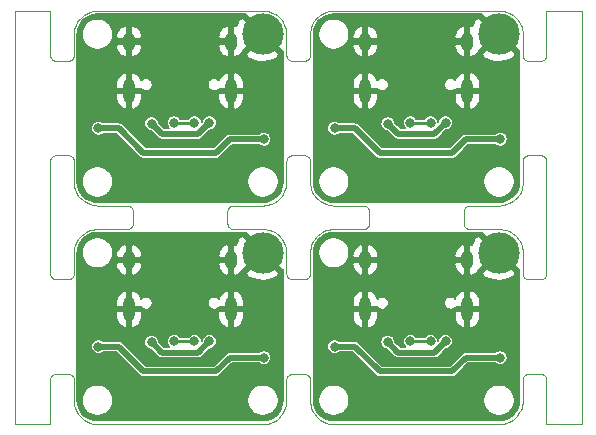
<source format=gbr>
G04 #@! TF.GenerationSoftware,KiCad,Pcbnew,5.1.5+dfsg1-2build2*
G04 #@! TF.CreationDate,2021-03-06T11:49:00+01:00*
G04 #@! TF.ProjectId,sDB_panel,7344425f-7061-46e6-956c-2e6b69636164,rev?*
G04 #@! TF.SameCoordinates,Original*
G04 #@! TF.FileFunction,Copper,L2,Bot*
G04 #@! TF.FilePolarity,Positive*
%FSLAX46Y46*%
G04 Gerber Fmt 4.6, Leading zero omitted, Abs format (unit mm)*
G04 Created by KiCad (PCBNEW 5.1.5+dfsg1-2build2) date 2021-03-06 11:49:00*
%MOMM*%
%LPD*%
G04 APERTURE LIST*
G04 #@! TA.AperFunction,Profile*
%ADD10C,0.100000*%
G04 #@! TD*
G04 #@! TA.AperFunction,ComponentPad*
%ADD11O,1.000000X1.600000*%
G04 #@! TD*
G04 #@! TA.AperFunction,ComponentPad*
%ADD12O,1.000000X2.100000*%
G04 #@! TD*
G04 #@! TA.AperFunction,ComponentPad*
%ADD13C,3.500000*%
G04 #@! TD*
G04 #@! TA.AperFunction,ViaPad*
%ADD14C,0.800000*%
G04 #@! TD*
G04 #@! TA.AperFunction,Conductor*
%ADD15C,0.254000*%
G04 #@! TD*
G04 #@! TA.AperFunction,Conductor*
%ADD16C,0.508000*%
G04 #@! TD*
G04 #@! TA.AperFunction,Conductor*
%ADD17C,0.152400*%
G04 #@! TD*
G04 APERTURE END LIST*
D10*
X47999000Y-72258800D02*
X47999000Y-62741200D01*
X48001400Y-72307000D02*
X47999000Y-72258800D01*
X48008400Y-72354600D02*
X48001400Y-72307000D01*
X48020100Y-72401200D02*
X48008400Y-72354600D01*
X48036300Y-72446500D02*
X48020100Y-72401200D01*
X48056900Y-72490000D02*
X48036300Y-72446500D01*
X48081600Y-72531200D02*
X48056900Y-72490000D01*
X48110200Y-72569900D02*
X48081600Y-72531200D01*
X48142500Y-72605500D02*
X48110200Y-72569900D01*
X48178200Y-72637800D02*
X48142500Y-72605500D01*
X48216800Y-72666400D02*
X48178200Y-72637800D01*
X48258000Y-72691100D02*
X48216800Y-72666400D01*
X48301500Y-72711700D02*
X48258000Y-72691100D01*
X48346800Y-72727900D02*
X48301500Y-72711700D01*
X48393400Y-72739600D02*
X48346800Y-72727900D01*
X48441000Y-72746600D02*
X48393400Y-72739600D01*
X48489200Y-72749000D02*
X48441000Y-72746600D01*
X49508800Y-72749000D02*
X48489200Y-72749000D01*
X49557000Y-72746600D02*
X49508800Y-72749000D01*
X49604600Y-72739600D02*
X49557000Y-72746600D01*
X49651200Y-72727900D02*
X49604600Y-72739600D01*
X49696500Y-72711700D02*
X49651200Y-72727900D01*
X49740000Y-72691100D02*
X49696500Y-72711700D01*
X49781200Y-72666400D02*
X49740000Y-72691100D01*
X49819800Y-72637800D02*
X49781200Y-72666400D01*
X49855500Y-72605500D02*
X49819800Y-72637800D01*
X49887800Y-72569900D02*
X49855500Y-72605500D01*
X49916400Y-72531200D02*
X49887800Y-72569900D01*
X49941100Y-72490000D02*
X49916400Y-72531200D01*
X49961700Y-72446500D02*
X49941100Y-72490000D01*
X49977900Y-72401200D02*
X49961700Y-72446500D01*
X49989600Y-72354600D02*
X49977900Y-72401200D01*
X49996600Y-72307000D02*
X49989600Y-72354600D01*
X49999000Y-72258800D02*
X49996600Y-72307000D01*
X49999000Y-70499800D02*
X49999000Y-72258800D01*
X50010100Y-70291100D02*
X49999000Y-70499800D01*
X50041700Y-70090500D02*
X50010100Y-70291100D01*
X50097000Y-69881900D02*
X50041700Y-70090500D01*
X50175000Y-69680300D02*
X50097000Y-69881900D01*
X50267100Y-69499800D02*
X50175000Y-69680300D01*
X50377500Y-69329400D02*
X50267100Y-69499800D01*
X50513300Y-69161000D02*
X50377500Y-69329400D01*
X50661000Y-69013300D02*
X50513300Y-69161000D01*
X50818700Y-68885300D02*
X50661000Y-69013300D01*
X50999800Y-68767100D02*
X50818700Y-68885300D01*
X51186000Y-68672300D02*
X50999800Y-68767100D01*
X51375500Y-68599300D02*
X51186000Y-68672300D01*
X51590500Y-68541700D02*
X51375500Y-68599300D01*
X51791100Y-68510100D02*
X51590500Y-68541700D01*
X52000100Y-68499000D02*
X51791100Y-68510100D01*
X54508800Y-68499000D02*
X52000100Y-68499000D01*
X54557000Y-68496600D02*
X54508800Y-68499000D01*
X54604600Y-68489600D02*
X54557000Y-68496600D01*
X54651200Y-68477900D02*
X54604600Y-68489600D01*
X54696500Y-68461700D02*
X54651200Y-68477900D01*
X54740000Y-68441100D02*
X54696500Y-68461700D01*
X54781200Y-68416400D02*
X54740000Y-68441100D01*
X54819800Y-68387800D02*
X54781200Y-68416400D01*
X54855500Y-68355500D02*
X54819800Y-68387800D01*
X54887800Y-68319800D02*
X54855500Y-68355500D01*
X54916400Y-68281200D02*
X54887800Y-68319800D01*
X54941100Y-68240000D02*
X54916400Y-68281200D01*
X54961700Y-68196500D02*
X54941100Y-68240000D01*
X54977900Y-68151200D02*
X54961700Y-68196500D01*
X54989600Y-68104600D02*
X54977900Y-68151200D01*
X54996600Y-68057000D02*
X54989600Y-68104600D01*
X54999000Y-68008800D02*
X54996600Y-68057000D01*
X54999000Y-66991200D02*
X54999000Y-68008800D01*
X54996600Y-66943000D02*
X54999000Y-66991200D01*
X54989600Y-66895400D02*
X54996600Y-66943000D01*
X54977900Y-66848800D02*
X54989600Y-66895400D01*
X54961700Y-66803500D02*
X54977900Y-66848800D01*
X54941100Y-66760000D02*
X54961700Y-66803500D01*
X54916400Y-66718800D02*
X54941100Y-66760000D01*
X54887800Y-66680200D02*
X54916400Y-66718800D01*
X54855500Y-66644500D02*
X54887800Y-66680200D01*
X54819800Y-66612200D02*
X54855500Y-66644500D01*
X54781200Y-66583600D02*
X54819800Y-66612200D01*
X54740000Y-66558900D02*
X54781200Y-66583600D01*
X54696500Y-66538300D02*
X54740000Y-66558900D01*
X54651200Y-66522100D02*
X54696500Y-66538300D01*
X54604600Y-66510400D02*
X54651200Y-66522100D01*
X54557000Y-66503400D02*
X54604600Y-66510400D01*
X54508800Y-66501000D02*
X54557000Y-66503400D01*
X52003200Y-66501000D02*
X54508800Y-66501000D01*
X51797200Y-66490400D02*
X52003200Y-66501000D01*
X51584200Y-66457200D02*
X51797200Y-66490400D01*
X51381900Y-66403000D02*
X51584200Y-66457200D01*
X51186400Y-66327900D02*
X51381900Y-66403000D01*
X50999300Y-66232600D02*
X51186400Y-66327900D01*
X50824100Y-66118800D02*
X50999300Y-66232600D01*
X50661400Y-65987100D02*
X50824100Y-66118800D01*
X50513300Y-65839000D02*
X50661400Y-65987100D01*
X50385300Y-65681300D02*
X50513300Y-65839000D01*
X50264100Y-65494600D02*
X50385300Y-65681300D01*
X50172000Y-65313500D02*
X50264100Y-65494600D01*
X50095300Y-65112200D02*
X50172000Y-65313500D01*
X50042900Y-64916200D02*
X50095300Y-65112200D01*
X50011000Y-64715700D02*
X50042900Y-64916200D01*
X49999200Y-64503200D02*
X50011000Y-64715700D01*
X49999000Y-62741200D02*
X49999200Y-64503200D01*
X49996600Y-62693000D02*
X49999000Y-62741200D01*
X49989600Y-62645400D02*
X49996600Y-62693000D01*
X49977900Y-62598800D02*
X49989600Y-62645400D01*
X49961700Y-62553500D02*
X49977900Y-62598800D01*
X49941100Y-62510000D02*
X49961700Y-62553500D01*
X49916400Y-62468800D02*
X49941100Y-62510000D01*
X49887800Y-62430200D02*
X49916400Y-62468800D01*
X49855500Y-62394500D02*
X49887800Y-62430200D01*
X49819800Y-62362200D02*
X49855500Y-62394500D01*
X49781200Y-62333600D02*
X49819800Y-62362200D01*
X49740000Y-62308900D02*
X49781200Y-62333600D01*
X49696500Y-62288300D02*
X49740000Y-62308900D01*
X49651200Y-62272100D02*
X49696500Y-62288300D01*
X49604600Y-62260400D02*
X49651200Y-62272100D01*
X49557000Y-62253400D02*
X49604600Y-62260400D01*
X49508800Y-62251000D02*
X49557000Y-62253400D01*
X48489200Y-62251000D02*
X49508800Y-62251000D01*
X48441000Y-62253400D02*
X48489200Y-62251000D01*
X48393400Y-62260400D02*
X48441000Y-62253400D01*
X48346800Y-62272100D02*
X48393400Y-62260400D01*
X48301500Y-62288300D02*
X48346800Y-62272100D01*
X48258000Y-62308900D02*
X48301500Y-62288300D01*
X48216800Y-62333600D02*
X48258000Y-62308900D01*
X48178200Y-62362200D02*
X48216800Y-62333600D01*
X48142500Y-62394500D02*
X48178200Y-62362200D01*
X48110200Y-62430200D02*
X48142500Y-62394500D01*
X48081600Y-62468800D02*
X48110200Y-62430200D01*
X48056900Y-62510000D02*
X48081600Y-62468800D01*
X48036300Y-62553500D02*
X48056900Y-62510000D01*
X48020100Y-62598800D02*
X48036300Y-62553500D01*
X48008400Y-62645400D02*
X48020100Y-62598800D01*
X48001400Y-62693000D02*
X48008400Y-62645400D01*
X47999000Y-62741200D02*
X48001400Y-62693000D01*
X65996700Y-68499000D02*
X63491200Y-68499000D01*
X66208900Y-68510100D02*
X65996700Y-68499000D01*
X66416300Y-68543000D02*
X66208900Y-68510100D01*
X66624500Y-68599300D02*
X66416300Y-68543000D01*
X66813600Y-68672100D02*
X66624500Y-68599300D01*
X66994600Y-68764100D02*
X66813600Y-68672100D01*
X67175900Y-68881200D02*
X66994600Y-68764100D01*
X67338600Y-69013000D02*
X67175900Y-68881200D01*
X67482400Y-69156400D02*
X67338600Y-69013000D01*
X67622400Y-69329400D02*
X67482400Y-69156400D01*
X67732900Y-69499800D02*
X67622400Y-69329400D01*
X67827700Y-69686000D02*
X67732900Y-69499800D01*
X67902800Y-69881500D02*
X67827700Y-69686000D01*
X67955600Y-70077800D02*
X67902800Y-69881500D01*
X67989800Y-70290600D02*
X67955600Y-70077800D01*
X68001000Y-70500100D02*
X67989800Y-70290600D01*
X68001000Y-72258800D02*
X68001000Y-70500100D01*
X68003400Y-72307000D02*
X68001000Y-72258800D01*
X68010400Y-72354600D02*
X68003400Y-72307000D01*
X68022100Y-72401200D02*
X68010400Y-72354600D01*
X68038300Y-72446500D02*
X68022100Y-72401200D01*
X68058900Y-72490000D02*
X68038300Y-72446500D01*
X68083600Y-72531200D02*
X68058900Y-72490000D01*
X68112200Y-72569900D02*
X68083600Y-72531200D01*
X68144500Y-72605500D02*
X68112200Y-72569900D01*
X68180200Y-72637800D02*
X68144500Y-72605500D01*
X68218800Y-72666400D02*
X68180200Y-72637800D01*
X68260000Y-72691100D02*
X68218800Y-72666400D01*
X68303500Y-72711700D02*
X68260000Y-72691100D01*
X68348800Y-72727900D02*
X68303500Y-72711700D01*
X68395400Y-72739600D02*
X68348800Y-72727900D01*
X68443000Y-72746600D02*
X68395400Y-72739600D01*
X68491200Y-72749000D02*
X68443000Y-72746600D01*
X69508800Y-72749000D02*
X68491200Y-72749000D01*
X69557000Y-72746600D02*
X69508800Y-72749000D01*
X69604600Y-72739600D02*
X69557000Y-72746600D01*
X69651200Y-72727900D02*
X69604600Y-72739600D01*
X69696500Y-72711700D02*
X69651200Y-72727900D01*
X69740000Y-72691100D02*
X69696500Y-72711700D01*
X69781200Y-72666400D02*
X69740000Y-72691100D01*
X69819900Y-72637800D02*
X69781200Y-72666400D01*
X69855500Y-72605500D02*
X69819900Y-72637800D01*
X69887800Y-72569900D02*
X69855500Y-72605500D01*
X69916400Y-72531200D02*
X69887800Y-72569900D01*
X69941100Y-72490000D02*
X69916400Y-72531200D01*
X69961700Y-72446500D02*
X69941100Y-72490000D01*
X69977900Y-72401200D02*
X69961700Y-72446500D01*
X69989600Y-72354600D02*
X69977900Y-72401200D01*
X69996600Y-72307000D02*
X69989600Y-72354600D01*
X69999000Y-72258800D02*
X69996600Y-72307000D01*
X69999100Y-70499800D02*
X69999000Y-72258800D01*
X70010100Y-70291100D02*
X69999100Y-70499800D01*
X70041700Y-70090500D02*
X70010100Y-70291100D01*
X70097000Y-69881900D02*
X70041700Y-70090500D01*
X70175000Y-69680300D02*
X70097000Y-69881900D01*
X70267100Y-69499800D02*
X70175000Y-69680300D01*
X70377600Y-69329400D02*
X70267100Y-69499800D01*
X70513300Y-69161000D02*
X70377600Y-69329400D01*
X70661000Y-69013300D02*
X70513300Y-69161000D01*
X70818700Y-68885300D02*
X70661000Y-69013300D01*
X70999800Y-68767100D02*
X70818700Y-68885300D01*
X71186000Y-68672300D02*
X70999800Y-68767100D01*
X71375500Y-68599300D02*
X71186000Y-68672300D01*
X71590500Y-68541700D02*
X71375500Y-68599300D01*
X71791200Y-68510100D02*
X71590500Y-68541700D01*
X72000100Y-68499000D02*
X71791200Y-68510100D01*
X74508800Y-68499000D02*
X72000100Y-68499000D01*
X74557000Y-68496600D02*
X74508800Y-68499000D01*
X74604600Y-68489600D02*
X74557000Y-68496600D01*
X74651200Y-68477900D02*
X74604600Y-68489600D01*
X74696500Y-68461700D02*
X74651200Y-68477900D01*
X74740000Y-68441100D02*
X74696500Y-68461700D01*
X74781200Y-68416400D02*
X74740000Y-68441100D01*
X74819900Y-68387800D02*
X74781200Y-68416400D01*
X74855500Y-68355500D02*
X74819900Y-68387800D01*
X74887800Y-68319800D02*
X74855500Y-68355500D01*
X74916400Y-68281200D02*
X74887800Y-68319800D01*
X74941100Y-68240000D02*
X74916400Y-68281200D01*
X74961700Y-68196500D02*
X74941100Y-68240000D01*
X74977900Y-68151200D02*
X74961700Y-68196500D01*
X74989600Y-68104600D02*
X74977900Y-68151200D01*
X74996600Y-68057000D02*
X74989600Y-68104600D01*
X74999000Y-68008800D02*
X74996600Y-68057000D01*
X74999000Y-66991200D02*
X74999000Y-68008800D01*
X74996600Y-66943000D02*
X74999000Y-66991200D01*
X74989600Y-66895400D02*
X74996600Y-66943000D01*
X74977900Y-66848800D02*
X74989600Y-66895400D01*
X74961700Y-66803500D02*
X74977900Y-66848800D01*
X74941100Y-66760000D02*
X74961700Y-66803500D01*
X74916400Y-66718800D02*
X74941100Y-66760000D01*
X74887800Y-66680200D02*
X74916400Y-66718800D01*
X74855500Y-66644500D02*
X74887800Y-66680200D01*
X74819900Y-66612200D02*
X74855500Y-66644500D01*
X74781200Y-66583600D02*
X74819900Y-66612200D01*
X74740000Y-66558900D02*
X74781200Y-66583600D01*
X74696500Y-66538300D02*
X74740000Y-66558900D01*
X74651200Y-66522100D02*
X74696500Y-66538300D01*
X74604600Y-66510400D02*
X74651200Y-66522100D01*
X74557000Y-66503400D02*
X74604600Y-66510400D01*
X74508800Y-66501000D02*
X74557000Y-66503400D01*
X72003200Y-66501000D02*
X74508800Y-66501000D01*
X71791100Y-66489900D02*
X72003200Y-66501000D01*
X71583700Y-66457000D02*
X71791100Y-66489900D01*
X71375500Y-66400700D02*
X71583700Y-66457000D01*
X71186400Y-66327900D02*
X71375500Y-66400700D01*
X71005400Y-66235900D02*
X71186400Y-66327900D01*
X70824100Y-66118800D02*
X71005400Y-66235900D01*
X70661400Y-65987100D02*
X70824100Y-66118800D01*
X70517700Y-65843600D02*
X70661400Y-65987100D01*
X70377600Y-65670600D02*
X70517700Y-65843600D01*
X70267100Y-65500200D02*
X70377600Y-65670600D01*
X70172300Y-65314000D02*
X70267100Y-65500200D01*
X70097200Y-65118500D02*
X70172300Y-65314000D01*
X70044400Y-64922200D02*
X70097200Y-65118500D01*
X70010200Y-64709400D02*
X70044400Y-64922200D01*
X69999000Y-64499900D02*
X70010200Y-64709400D01*
X69999000Y-62741200D02*
X69999000Y-64499900D01*
X69996600Y-62693000D02*
X69999000Y-62741200D01*
X69989600Y-62645400D02*
X69996600Y-62693000D01*
X69977900Y-62598800D02*
X69989600Y-62645400D01*
X69961700Y-62553500D02*
X69977900Y-62598800D01*
X69941100Y-62510000D02*
X69961700Y-62553500D01*
X69916400Y-62468800D02*
X69941100Y-62510000D01*
X69887800Y-62430200D02*
X69916400Y-62468800D01*
X69855500Y-62394500D02*
X69887800Y-62430200D01*
X69819800Y-62362200D02*
X69855500Y-62394500D01*
X69781200Y-62333600D02*
X69819800Y-62362200D01*
X69740000Y-62308900D02*
X69781200Y-62333600D01*
X69696500Y-62288300D02*
X69740000Y-62308900D01*
X69651200Y-62272100D02*
X69696500Y-62288300D01*
X69604600Y-62260400D02*
X69651200Y-62272100D01*
X69557000Y-62253400D02*
X69604600Y-62260400D01*
X69508800Y-62251000D02*
X69557000Y-62253400D01*
X68491200Y-62251000D02*
X69508800Y-62251000D01*
X68443000Y-62253400D02*
X68491200Y-62251000D01*
X68395400Y-62260400D02*
X68443000Y-62253400D01*
X68348800Y-62272100D02*
X68395400Y-62260400D01*
X68303500Y-62288300D02*
X68348800Y-62272100D01*
X68260000Y-62308900D02*
X68303500Y-62288300D01*
X68218800Y-62333600D02*
X68260000Y-62308900D01*
X68180200Y-62362200D02*
X68218800Y-62333600D01*
X68144500Y-62394500D02*
X68180200Y-62362200D01*
X68112200Y-62430200D02*
X68144500Y-62394500D01*
X68083600Y-62468800D02*
X68112200Y-62430200D01*
X68058900Y-62510000D02*
X68083600Y-62468800D01*
X68038300Y-62553500D02*
X68058900Y-62510000D01*
X68022100Y-62598800D02*
X68038300Y-62553500D01*
X68010400Y-62645400D02*
X68022100Y-62598800D01*
X68003400Y-62693000D02*
X68010400Y-62645400D01*
X68001000Y-62741200D02*
X68003400Y-62693000D01*
X68001000Y-64496800D02*
X68001000Y-62741200D01*
X67989800Y-64709400D02*
X68001000Y-64496800D01*
X67955600Y-64922400D02*
X67989800Y-64709400D01*
X67903000Y-65118100D02*
X67955600Y-64922400D01*
X67830400Y-65307700D02*
X67903000Y-65118100D01*
X67732900Y-65500200D02*
X67830400Y-65307700D01*
X67614700Y-65681300D02*
X67732900Y-65500200D01*
X67486700Y-65839000D02*
X67614700Y-65681300D01*
X67339000Y-65986700D02*
X67486700Y-65839000D01*
X67176200Y-66118600D02*
X67339000Y-65986700D01*
X67006100Y-66229300D02*
X67176200Y-66118600D01*
X66807700Y-66330400D02*
X67006100Y-66229300D01*
X66618000Y-66403000D02*
X66807700Y-66330400D01*
X66415700Y-66457200D02*
X66618000Y-66403000D01*
X66209400Y-66489800D02*
X66415700Y-66457200D01*
X65999900Y-66501000D02*
X66209400Y-66489800D01*
X63491200Y-66501000D02*
X65999900Y-66501000D01*
X63443000Y-66503400D02*
X63491200Y-66501000D01*
X63395400Y-66510400D02*
X63443000Y-66503400D01*
X63348800Y-66522100D02*
X63395400Y-66510400D01*
X63303500Y-66538300D02*
X63348800Y-66522100D01*
X63260000Y-66558900D02*
X63303500Y-66538300D01*
X63218800Y-66583600D02*
X63260000Y-66558900D01*
X63180200Y-66612200D02*
X63218800Y-66583600D01*
X63144500Y-66644500D02*
X63180200Y-66612200D01*
X63112200Y-66680200D02*
X63144500Y-66644500D01*
X63083600Y-66718800D02*
X63112200Y-66680200D01*
X63058900Y-66760000D02*
X63083600Y-66718800D01*
X63038300Y-66803500D02*
X63058900Y-66760000D01*
X63022100Y-66848800D02*
X63038300Y-66803500D01*
X63010400Y-66895400D02*
X63022100Y-66848800D01*
X63003400Y-66943000D02*
X63010400Y-66895400D01*
X63001000Y-66991200D02*
X63003400Y-66943000D01*
X63001000Y-68008800D02*
X63001000Y-66991200D01*
X63003400Y-68057000D02*
X63001000Y-68008800D01*
X63010400Y-68104600D02*
X63003400Y-68057000D01*
X63022100Y-68151200D02*
X63010400Y-68104600D01*
X63038300Y-68196500D02*
X63022100Y-68151200D01*
X63058900Y-68240000D02*
X63038300Y-68196500D01*
X63083600Y-68281200D02*
X63058900Y-68240000D01*
X63112200Y-68319900D02*
X63083600Y-68281200D01*
X63144500Y-68355500D02*
X63112200Y-68319900D01*
X63180200Y-68387800D02*
X63144500Y-68355500D01*
X63218800Y-68416400D02*
X63180200Y-68387800D01*
X63260000Y-68441100D02*
X63218800Y-68416400D01*
X63303500Y-68461700D02*
X63260000Y-68441100D01*
X63348800Y-68477900D02*
X63303500Y-68461700D01*
X63395400Y-68489600D02*
X63348800Y-68477900D01*
X63443000Y-68496600D02*
X63395400Y-68489600D01*
X63491200Y-68499000D02*
X63443000Y-68496600D01*
X90000000Y-62741200D02*
X90000000Y-72258800D01*
X89997600Y-62693000D02*
X90000000Y-62741200D01*
X89990600Y-62645400D02*
X89997600Y-62693000D01*
X89978900Y-62598800D02*
X89990600Y-62645400D01*
X89962700Y-62553500D02*
X89978900Y-62598800D01*
X89942100Y-62510000D02*
X89962700Y-62553500D01*
X89917400Y-62468800D02*
X89942100Y-62510000D01*
X89888800Y-62430200D02*
X89917400Y-62468800D01*
X89856500Y-62394500D02*
X89888800Y-62430200D01*
X89820900Y-62362200D02*
X89856500Y-62394500D01*
X89782200Y-62333600D02*
X89820900Y-62362200D01*
X89741000Y-62308900D02*
X89782200Y-62333600D01*
X89697500Y-62288300D02*
X89741000Y-62308900D01*
X89652300Y-62272100D02*
X89697500Y-62288300D01*
X89605600Y-62260400D02*
X89652300Y-62272100D01*
X89558000Y-62253400D02*
X89605600Y-62260400D01*
X89509800Y-62251000D02*
X89558000Y-62253400D01*
X88491300Y-62251000D02*
X89509800Y-62251000D01*
X88443000Y-62253400D02*
X88491300Y-62251000D01*
X88395400Y-62260400D02*
X88443000Y-62253400D01*
X88348800Y-62272100D02*
X88395400Y-62260400D01*
X88303500Y-62288300D02*
X88348800Y-62272100D01*
X88260000Y-62308900D02*
X88303500Y-62288300D01*
X88218800Y-62333600D02*
X88260000Y-62308900D01*
X88180200Y-62362200D02*
X88218800Y-62333600D01*
X88144500Y-62394500D02*
X88180200Y-62362200D01*
X88112200Y-62430200D02*
X88144500Y-62394500D01*
X88083600Y-62468800D02*
X88112200Y-62430200D01*
X88058900Y-62510000D02*
X88083600Y-62468800D01*
X88038300Y-62553500D02*
X88058900Y-62510000D01*
X88022100Y-62598800D02*
X88038300Y-62553500D01*
X88010400Y-62645400D02*
X88022100Y-62598800D01*
X88003400Y-62693000D02*
X88010400Y-62645400D01*
X88001000Y-62741200D02*
X88003400Y-62693000D01*
X88001000Y-64500200D02*
X88001000Y-62741200D01*
X87989900Y-64708900D02*
X88001000Y-64500200D01*
X87958300Y-64909500D02*
X87989900Y-64708900D01*
X87903000Y-65118100D02*
X87958300Y-64909500D01*
X87825000Y-65319800D02*
X87903000Y-65118100D01*
X87732900Y-65500200D02*
X87825000Y-65319800D01*
X87622500Y-65670600D02*
X87732900Y-65500200D01*
X87486700Y-65839000D02*
X87622500Y-65670600D01*
X87339000Y-65986700D02*
X87486700Y-65839000D01*
X87181300Y-66114700D02*
X87339000Y-65986700D01*
X87000200Y-66232900D02*
X87181300Y-66114700D01*
X86814000Y-66327700D02*
X87000200Y-66232900D01*
X86624500Y-66400700D02*
X86814000Y-66327700D01*
X86409500Y-66458300D02*
X86624500Y-66400700D01*
X86208900Y-66489900D02*
X86409500Y-66458300D01*
X85999900Y-66501000D02*
X86208900Y-66489900D01*
X83491300Y-66501000D02*
X85999900Y-66501000D01*
X83443000Y-66503400D02*
X83491300Y-66501000D01*
X83395400Y-66510400D02*
X83443000Y-66503400D01*
X83348800Y-66522100D02*
X83395400Y-66510400D01*
X83303500Y-66538300D02*
X83348800Y-66522100D01*
X83260000Y-66558900D02*
X83303500Y-66538300D01*
X83218800Y-66583600D02*
X83260000Y-66558900D01*
X83180200Y-66612200D02*
X83218800Y-66583600D01*
X83144500Y-66644500D02*
X83180200Y-66612200D01*
X83112200Y-66680200D02*
X83144500Y-66644500D01*
X83083600Y-66718800D02*
X83112200Y-66680200D01*
X83058900Y-66760000D02*
X83083600Y-66718800D01*
X83038300Y-66803500D02*
X83058900Y-66760000D01*
X83022100Y-66848800D02*
X83038300Y-66803500D01*
X83010400Y-66895400D02*
X83022100Y-66848800D01*
X83003400Y-66943000D02*
X83010400Y-66895400D01*
X83001000Y-66991200D02*
X83003400Y-66943000D01*
X83001000Y-68008800D02*
X83001000Y-66991200D01*
X83003400Y-68057000D02*
X83001000Y-68008800D01*
X83010400Y-68104600D02*
X83003400Y-68057000D01*
X83022100Y-68151200D02*
X83010400Y-68104600D01*
X83038300Y-68196500D02*
X83022100Y-68151200D01*
X83058900Y-68240000D02*
X83038300Y-68196500D01*
X83083600Y-68281200D02*
X83058900Y-68240000D01*
X83112200Y-68319900D02*
X83083600Y-68281200D01*
X83144500Y-68355500D02*
X83112200Y-68319900D01*
X83180200Y-68387800D02*
X83144500Y-68355500D01*
X83218800Y-68416400D02*
X83180200Y-68387800D01*
X83260000Y-68441100D02*
X83218800Y-68416400D01*
X83303500Y-68461700D02*
X83260000Y-68441100D01*
X83348800Y-68477900D02*
X83303500Y-68461700D01*
X83395400Y-68489600D02*
X83348800Y-68477900D01*
X83443000Y-68496600D02*
X83395400Y-68489600D01*
X83491300Y-68499000D02*
X83443000Y-68496600D01*
X85996900Y-68499000D02*
X83491300Y-68499000D01*
X86202800Y-68509600D02*
X85996900Y-68499000D01*
X86415800Y-68542900D02*
X86202800Y-68509600D01*
X86618100Y-68597000D02*
X86415800Y-68542900D01*
X86813600Y-68672100D02*
X86618100Y-68597000D01*
X87000700Y-68767400D02*
X86813600Y-68672100D01*
X87175900Y-68881200D02*
X87000700Y-68767400D01*
X87338600Y-69013000D02*
X87175900Y-68881200D01*
X87486800Y-69161000D02*
X87338600Y-69013000D01*
X87614700Y-69318700D02*
X87486800Y-69161000D01*
X87735900Y-69505400D02*
X87614700Y-69318700D01*
X87828000Y-69686500D02*
X87735900Y-69505400D01*
X87904700Y-69887800D02*
X87828000Y-69686500D01*
X87957100Y-70083800D02*
X87904700Y-69887800D01*
X87989000Y-70284300D02*
X87957100Y-70083800D01*
X88000800Y-70496800D02*
X87989000Y-70284300D01*
X88001000Y-72258800D02*
X88000800Y-70496800D01*
X88003400Y-72307000D02*
X88001000Y-72258800D01*
X88010400Y-72354600D02*
X88003400Y-72307000D01*
X88022100Y-72401200D02*
X88010400Y-72354600D01*
X88038300Y-72446500D02*
X88022100Y-72401200D01*
X88058900Y-72490000D02*
X88038300Y-72446500D01*
X88083600Y-72531200D02*
X88058900Y-72490000D01*
X88112200Y-72569900D02*
X88083600Y-72531200D01*
X88144500Y-72605500D02*
X88112200Y-72569900D01*
X88180200Y-72637800D02*
X88144500Y-72605500D01*
X88218800Y-72666400D02*
X88180200Y-72637800D01*
X88260000Y-72691100D02*
X88218800Y-72666400D01*
X88303500Y-72711700D02*
X88260000Y-72691100D01*
X88348800Y-72727900D02*
X88303500Y-72711700D01*
X88395400Y-72739600D02*
X88348800Y-72727900D01*
X88443000Y-72746600D02*
X88395400Y-72739600D01*
X88491200Y-72749000D02*
X88443000Y-72746600D01*
X89509800Y-72749000D02*
X88491200Y-72749000D01*
X89558000Y-72746600D02*
X89509800Y-72749000D01*
X89605600Y-72739600D02*
X89558000Y-72746600D01*
X89652300Y-72727900D02*
X89605600Y-72739600D01*
X89697500Y-72711700D02*
X89652300Y-72727900D01*
X89741000Y-72691100D02*
X89697500Y-72711700D01*
X89782200Y-72666400D02*
X89741000Y-72691100D01*
X89820900Y-72637800D02*
X89782200Y-72666400D01*
X89856500Y-72605500D02*
X89820900Y-72637800D01*
X89888800Y-72569900D02*
X89856500Y-72605500D01*
X89917400Y-72531200D02*
X89888800Y-72569900D01*
X89942100Y-72490000D02*
X89917400Y-72531200D01*
X89962700Y-72446500D02*
X89942100Y-72490000D01*
X89978900Y-72401200D02*
X89962700Y-72446500D01*
X89990600Y-72354600D02*
X89978900Y-72401200D01*
X89997600Y-72307000D02*
X89990600Y-72354600D01*
X90000000Y-72258800D02*
X89997600Y-72307000D01*
X47986700Y-49999000D02*
X45009600Y-49999100D01*
X47992300Y-49999700D02*
X47986700Y-49999000D01*
X47996900Y-50003100D02*
X47992300Y-49999700D01*
X47999000Y-50011300D02*
X47996900Y-50003100D01*
X47999000Y-53758800D02*
X47999000Y-50011300D01*
X48001400Y-53807000D02*
X47999000Y-53758800D01*
X48008400Y-53854600D02*
X48001400Y-53807000D01*
X48020100Y-53901200D02*
X48008400Y-53854600D01*
X48036300Y-53946500D02*
X48020100Y-53901200D01*
X48056900Y-53990000D02*
X48036300Y-53946500D01*
X48081600Y-54031200D02*
X48056900Y-53990000D01*
X48110200Y-54069800D02*
X48081600Y-54031200D01*
X48142500Y-54105500D02*
X48110200Y-54069800D01*
X48178200Y-54137800D02*
X48142500Y-54105500D01*
X48216800Y-54166400D02*
X48178200Y-54137800D01*
X48258000Y-54191100D02*
X48216800Y-54166400D01*
X48301500Y-54211700D02*
X48258000Y-54191100D01*
X48346800Y-54227900D02*
X48301500Y-54211700D01*
X48393400Y-54239600D02*
X48346800Y-54227900D01*
X48441000Y-54246600D02*
X48393400Y-54239600D01*
X48489200Y-54249000D02*
X48441000Y-54246600D01*
X49508800Y-54249000D02*
X48489200Y-54249000D01*
X49557000Y-54246600D02*
X49508800Y-54249000D01*
X49604600Y-54239600D02*
X49557000Y-54246600D01*
X49651200Y-54227900D02*
X49604600Y-54239600D01*
X49696500Y-54211700D02*
X49651200Y-54227900D01*
X49740000Y-54191100D02*
X49696500Y-54211700D01*
X49781200Y-54166400D02*
X49740000Y-54191100D01*
X49819800Y-54137800D02*
X49781200Y-54166400D01*
X49855500Y-54105500D02*
X49819800Y-54137800D01*
X49887800Y-54069800D02*
X49855500Y-54105500D01*
X49916400Y-54031200D02*
X49887800Y-54069800D01*
X49941100Y-53990000D02*
X49916400Y-54031200D01*
X49961700Y-53946500D02*
X49941100Y-53990000D01*
X49977900Y-53901200D02*
X49961700Y-53946500D01*
X49989600Y-53854600D02*
X49977900Y-53901200D01*
X49996600Y-53807000D02*
X49989600Y-53854600D01*
X49999000Y-53758800D02*
X49996600Y-53807000D01*
X49999000Y-52003200D02*
X49999000Y-53758800D01*
X50010100Y-51791100D02*
X49999000Y-52003200D01*
X50042900Y-51584200D02*
X50010100Y-51791100D01*
X50095200Y-51388100D02*
X50042900Y-51584200D01*
X50172300Y-51185900D02*
X50095200Y-51388100D01*
X50270700Y-50994000D02*
X50172300Y-51185900D01*
X50381200Y-50824100D02*
X50270700Y-50994000D01*
X50508800Y-50666200D02*
X50381200Y-50824100D01*
X50661000Y-50513300D02*
X50508800Y-50666200D01*
X50824200Y-50381100D02*
X50661000Y-50513300D01*
X51005400Y-50264100D02*
X50824200Y-50381100D01*
X51186000Y-50172300D02*
X51005400Y-50264100D01*
X51375500Y-50099300D02*
X51186000Y-50172300D01*
X51583800Y-50042900D02*
X51375500Y-50099300D01*
X51791100Y-50010100D02*
X51583800Y-50042900D01*
X52003300Y-49999000D02*
X51791100Y-50010100D01*
X65996700Y-49999000D02*
X52003300Y-49999000D01*
X66209400Y-50010200D02*
X65996700Y-49999000D01*
X66422200Y-50044400D02*
X66209400Y-50010200D01*
X66618600Y-50097200D02*
X66422200Y-50044400D01*
X66814100Y-50172300D02*
X66618600Y-50097200D01*
X67000700Y-50267400D02*
X66814100Y-50172300D01*
X67181300Y-50385300D02*
X67000700Y-50267400D01*
X67343600Y-50517600D02*
X67181300Y-50385300D01*
X67486700Y-50661000D02*
X67343600Y-50517600D01*
X67614700Y-50818700D02*
X67486700Y-50661000D01*
X67732600Y-50999400D02*
X67614700Y-50818700D01*
X67825100Y-51180500D02*
X67732600Y-50999400D01*
X67904800Y-51388000D02*
X67825100Y-51180500D01*
X67957200Y-51584300D02*
X67904800Y-51388000D01*
X67990400Y-51797200D02*
X67957200Y-51584300D01*
X68001000Y-52003100D02*
X67990400Y-51797200D01*
X68001000Y-53758800D02*
X68001000Y-52003100D01*
X68003400Y-53807000D02*
X68001000Y-53758800D01*
X68010400Y-53854600D02*
X68003400Y-53807000D01*
X68022100Y-53901200D02*
X68010400Y-53854600D01*
X68038300Y-53946500D02*
X68022100Y-53901200D01*
X68058900Y-53990000D02*
X68038300Y-53946500D01*
X68083600Y-54031200D02*
X68058900Y-53990000D01*
X68112200Y-54069800D02*
X68083600Y-54031200D01*
X68144500Y-54105500D02*
X68112200Y-54069800D01*
X68180200Y-54137800D02*
X68144500Y-54105500D01*
X68218800Y-54166400D02*
X68180200Y-54137800D01*
X68260000Y-54191100D02*
X68218800Y-54166400D01*
X68303500Y-54211700D02*
X68260000Y-54191100D01*
X68348800Y-54227900D02*
X68303500Y-54211700D01*
X68395400Y-54239600D02*
X68348800Y-54227900D01*
X68443000Y-54246600D02*
X68395400Y-54239600D01*
X68491200Y-54249000D02*
X68443000Y-54246600D01*
X69508800Y-54249000D02*
X68491200Y-54249000D01*
X69557000Y-54246600D02*
X69508800Y-54249000D01*
X69604600Y-54239600D02*
X69557000Y-54246600D01*
X69651200Y-54227900D02*
X69604600Y-54239600D01*
X69696500Y-54211700D02*
X69651200Y-54227900D01*
X69740000Y-54191100D02*
X69696500Y-54211700D01*
X69781200Y-54166400D02*
X69740000Y-54191100D01*
X69819900Y-54137800D02*
X69781200Y-54166400D01*
X69855500Y-54105500D02*
X69819900Y-54137800D01*
X69887800Y-54069800D02*
X69855500Y-54105500D01*
X69916400Y-54031200D02*
X69887800Y-54069800D01*
X69941100Y-53990000D02*
X69916400Y-54031200D01*
X69961700Y-53946500D02*
X69941100Y-53990000D01*
X69977900Y-53901200D02*
X69961700Y-53946500D01*
X69989600Y-53854600D02*
X69977900Y-53901200D01*
X69996600Y-53807000D02*
X69989600Y-53854600D01*
X69999000Y-53758800D02*
X69996600Y-53807000D01*
X69999000Y-52003300D02*
X69999000Y-53758800D01*
X70010100Y-51791100D02*
X69999000Y-52003300D01*
X70044400Y-51577600D02*
X70010100Y-51791100D01*
X70097200Y-51381400D02*
X70044400Y-51577600D01*
X70172100Y-51186400D02*
X70097200Y-51381400D01*
X70267100Y-50999800D02*
X70172100Y-51186400D01*
X70381500Y-50823700D02*
X70267100Y-50999800D01*
X70513300Y-50661000D02*
X70381500Y-50823700D01*
X70666200Y-50508800D02*
X70513300Y-50661000D01*
X70829400Y-50377600D02*
X70666200Y-50508800D01*
X70999400Y-50267400D02*
X70829400Y-50377600D01*
X71180200Y-50175000D02*
X70999400Y-50267400D01*
X71381500Y-50097200D02*
X71180200Y-50175000D01*
X71583800Y-50042900D02*
X71381500Y-50097200D01*
X71791200Y-50010100D02*
X71583800Y-50042900D01*
X72003300Y-49999000D02*
X71791200Y-50010100D01*
X85996700Y-49999000D02*
X72003300Y-49999000D01*
X86209400Y-50010200D02*
X85996700Y-49999000D01*
X86422400Y-50044400D02*
X86209400Y-50010200D01*
X86618100Y-50097000D02*
X86422400Y-50044400D01*
X86807700Y-50169600D02*
X86618100Y-50097000D01*
X87000200Y-50267100D02*
X86807700Y-50169600D01*
X87175900Y-50381200D02*
X87000200Y-50267100D01*
X87339000Y-50513300D02*
X87175900Y-50381200D01*
X87491200Y-50666200D02*
X87339000Y-50513300D01*
X87618600Y-50823800D02*
X87491200Y-50666200D01*
X87729300Y-50993900D02*
X87618600Y-50823800D01*
X87827800Y-51186000D02*
X87729300Y-50993900D01*
X87902800Y-51381500D02*
X87827800Y-51186000D01*
X87955600Y-51577600D02*
X87902800Y-51381500D01*
X87989900Y-51791100D02*
X87955600Y-51577600D01*
X88001000Y-52003100D02*
X87989900Y-51791100D01*
X88001000Y-53758800D02*
X88001000Y-52003100D01*
X88003400Y-53807000D02*
X88001000Y-53758800D01*
X88010400Y-53854600D02*
X88003400Y-53807000D01*
X88022100Y-53901200D02*
X88010400Y-53854600D01*
X88038300Y-53946500D02*
X88022100Y-53901200D01*
X88058900Y-53990000D02*
X88038300Y-53946500D01*
X88083600Y-54031200D02*
X88058900Y-53990000D01*
X88112200Y-54069800D02*
X88083600Y-54031200D01*
X88144500Y-54105500D02*
X88112200Y-54069800D01*
X88180200Y-54137800D02*
X88144500Y-54105500D01*
X88218800Y-54166400D02*
X88180200Y-54137800D01*
X88260000Y-54191100D02*
X88218800Y-54166400D01*
X88303500Y-54211700D02*
X88260000Y-54191100D01*
X88348800Y-54227900D02*
X88303500Y-54211700D01*
X88395400Y-54239600D02*
X88348800Y-54227900D01*
X88443000Y-54246600D02*
X88395400Y-54239600D01*
X88491200Y-54249000D02*
X88443000Y-54246600D01*
X89509800Y-54249000D02*
X88491200Y-54249000D01*
X89558000Y-54246600D02*
X89509800Y-54249000D01*
X89605600Y-54239600D02*
X89558000Y-54246600D01*
X89652300Y-54227900D02*
X89605600Y-54239600D01*
X89697500Y-54211700D02*
X89652300Y-54227900D01*
X89741000Y-54191100D02*
X89697500Y-54211700D01*
X89782200Y-54166400D02*
X89741000Y-54191100D01*
X89820900Y-54137800D02*
X89782200Y-54166400D01*
X89856500Y-54105500D02*
X89820900Y-54137800D01*
X89888800Y-54069800D02*
X89856500Y-54105500D01*
X89917400Y-54031200D02*
X89888800Y-54069800D01*
X89942100Y-53990000D02*
X89917400Y-54031200D01*
X89962700Y-53946500D02*
X89942100Y-53990000D01*
X89978900Y-53901200D02*
X89962700Y-53946500D01*
X89990600Y-53854600D02*
X89978900Y-53901200D01*
X89997600Y-53807000D02*
X89990600Y-53854600D01*
X90000000Y-53758800D02*
X89997600Y-53807000D01*
X90000000Y-50011300D02*
X90000000Y-53758800D01*
X90002700Y-50002400D02*
X90000000Y-50011300D01*
X90006800Y-49999700D02*
X90002700Y-50002400D01*
X90012300Y-49999000D02*
X90006800Y-49999700D01*
X92988700Y-49999000D02*
X90012300Y-49999000D01*
X92996900Y-50001100D02*
X92988700Y-49999000D01*
X93000300Y-50005700D02*
X92996900Y-50001100D01*
X93001000Y-50011300D02*
X93000300Y-50005700D01*
X93001000Y-84988700D02*
X93001000Y-50011300D01*
X92998900Y-84996900D02*
X93001000Y-84988700D01*
X92994300Y-85000300D02*
X92998900Y-84996900D01*
X92988700Y-85001000D02*
X92994300Y-85000300D01*
X90012300Y-85001000D02*
X92988700Y-85001000D01*
X90006800Y-85000300D02*
X90012300Y-85001000D01*
X90002700Y-84997600D02*
X90006800Y-85000300D01*
X90000000Y-84988700D02*
X90002700Y-84997600D01*
X90000000Y-81241300D02*
X90000000Y-84988700D01*
X89997600Y-81193000D02*
X90000000Y-81241300D01*
X89990600Y-81145400D02*
X89997600Y-81193000D01*
X89978900Y-81098800D02*
X89990600Y-81145400D01*
X89962700Y-81053500D02*
X89978900Y-81098800D01*
X89942100Y-81010000D02*
X89962700Y-81053500D01*
X89917400Y-80968800D02*
X89942100Y-81010000D01*
X89888800Y-80930200D02*
X89917400Y-80968800D01*
X89856500Y-80894500D02*
X89888800Y-80930200D01*
X89820900Y-80862200D02*
X89856500Y-80894500D01*
X89782200Y-80833600D02*
X89820900Y-80862200D01*
X89741000Y-80808900D02*
X89782200Y-80833600D01*
X89697500Y-80788300D02*
X89741000Y-80808900D01*
X89652300Y-80772100D02*
X89697500Y-80788300D01*
X89605600Y-80760400D02*
X89652300Y-80772100D01*
X89558000Y-80753400D02*
X89605600Y-80760400D01*
X89509800Y-80751000D02*
X89558000Y-80753400D01*
X88491300Y-80751000D02*
X89509800Y-80751000D01*
X88443000Y-80753400D02*
X88491300Y-80751000D01*
X88395400Y-80760400D02*
X88443000Y-80753400D01*
X88348800Y-80772100D02*
X88395400Y-80760400D01*
X88303500Y-80788300D02*
X88348800Y-80772100D01*
X88260000Y-80808900D02*
X88303500Y-80788300D01*
X88218800Y-80833600D02*
X88260000Y-80808900D01*
X88180200Y-80862200D02*
X88218800Y-80833600D01*
X88144500Y-80894500D02*
X88180200Y-80862200D01*
X88112200Y-80930200D02*
X88144500Y-80894500D01*
X88083600Y-80968800D02*
X88112200Y-80930200D01*
X88058900Y-81010000D02*
X88083600Y-80968800D01*
X88038300Y-81053500D02*
X88058900Y-81010000D01*
X88022100Y-81098800D02*
X88038300Y-81053500D01*
X88010400Y-81145400D02*
X88022100Y-81098800D01*
X88003400Y-81193000D02*
X88010400Y-81145400D01*
X88001000Y-81241300D02*
X88003400Y-81193000D01*
X88001000Y-82996900D02*
X88001000Y-81241300D01*
X87989900Y-83208900D02*
X88001000Y-82996900D01*
X87957200Y-83415800D02*
X87989900Y-83208900D01*
X87904800Y-83612000D02*
X87957200Y-83415800D01*
X87827700Y-83814100D02*
X87904800Y-83612000D01*
X87729300Y-84006000D02*
X87827700Y-83814100D01*
X87618800Y-84175900D02*
X87729300Y-84006000D01*
X87491200Y-84333800D02*
X87618800Y-84175900D01*
X87339000Y-84486800D02*
X87491200Y-84333800D01*
X87176300Y-84618600D02*
X87339000Y-84486800D01*
X87000200Y-84732900D02*
X87176300Y-84618600D01*
X86807700Y-84830400D02*
X87000200Y-84732900D01*
X86618500Y-84902800D02*
X86807700Y-84830400D01*
X86422400Y-84955600D02*
X86618500Y-84902800D01*
X86209400Y-84989800D02*
X86422400Y-84955600D01*
X85996700Y-85001000D02*
X86209400Y-84989800D01*
X72003300Y-85001000D02*
X85996700Y-85001000D01*
X71791100Y-84989900D02*
X72003300Y-85001000D01*
X71583700Y-84957100D02*
X71791100Y-84989900D01*
X71381400Y-84902800D02*
X71583700Y-84957100D01*
X71180300Y-84825000D02*
X71381400Y-84902800D01*
X70994000Y-84729300D02*
X71180300Y-84825000D01*
X70824100Y-84618800D02*
X70994000Y-84729300D01*
X70666200Y-84491200D02*
X70824100Y-84618800D01*
X70513300Y-84339000D02*
X70666200Y-84491200D01*
X70381400Y-84176300D02*
X70513300Y-84339000D01*
X70267400Y-84000600D02*
X70381400Y-84176300D01*
X70172000Y-83813600D02*
X70267400Y-84000600D01*
X70097200Y-83618500D02*
X70172000Y-83813600D01*
X70044400Y-83422400D02*
X70097200Y-83618500D01*
X70010100Y-83208900D02*
X70044400Y-83422400D01*
X69999000Y-82996700D02*
X70010100Y-83208900D01*
X69999000Y-81241300D02*
X69999000Y-82996700D01*
X69996600Y-81193000D02*
X69999000Y-81241300D01*
X69989600Y-81145400D02*
X69996600Y-81193000D01*
X69977900Y-81098800D02*
X69989600Y-81145400D01*
X69961700Y-81053500D02*
X69977900Y-81098800D01*
X69941100Y-81010000D02*
X69961700Y-81053500D01*
X69916400Y-80968800D02*
X69941100Y-81010000D01*
X69887800Y-80930200D02*
X69916400Y-80968800D01*
X69855500Y-80894500D02*
X69887800Y-80930200D01*
X69819800Y-80862200D02*
X69855500Y-80894500D01*
X69781200Y-80833600D02*
X69819800Y-80862200D01*
X69740000Y-80808900D02*
X69781200Y-80833600D01*
X69696500Y-80788300D02*
X69740000Y-80808900D01*
X69651200Y-80772100D02*
X69696500Y-80788300D01*
X69604600Y-80760400D02*
X69651200Y-80772100D01*
X69557000Y-80753400D02*
X69604600Y-80760400D01*
X69508800Y-80751000D02*
X69557000Y-80753400D01*
X68491200Y-80751000D02*
X69508800Y-80751000D01*
X68443000Y-80753400D02*
X68491200Y-80751000D01*
X68395400Y-80760400D02*
X68443000Y-80753400D01*
X68348800Y-80772100D02*
X68395400Y-80760400D01*
X68303500Y-80788300D02*
X68348800Y-80772100D01*
X68260000Y-80808900D02*
X68303500Y-80788300D01*
X68218800Y-80833600D02*
X68260000Y-80808900D01*
X68180200Y-80862200D02*
X68218800Y-80833600D01*
X68144500Y-80894500D02*
X68180200Y-80862200D01*
X68112200Y-80930200D02*
X68144500Y-80894500D01*
X68083600Y-80968800D02*
X68112200Y-80930200D01*
X68058900Y-81010000D02*
X68083600Y-80968800D01*
X68038300Y-81053500D02*
X68058900Y-81010000D01*
X68022100Y-81098800D02*
X68038300Y-81053500D01*
X68010400Y-81145400D02*
X68022100Y-81098800D01*
X68003400Y-81193000D02*
X68010400Y-81145400D01*
X68001000Y-81241300D02*
X68003400Y-81193000D01*
X68001000Y-82996900D02*
X68001000Y-81241300D01*
X67990400Y-83202800D02*
X68001000Y-82996900D01*
X67955600Y-83422400D02*
X67990400Y-83202800D01*
X67902800Y-83618600D02*
X67955600Y-83422400D01*
X67825100Y-83819500D02*
X67902800Y-83618600D01*
X67732600Y-84000700D02*
X67825100Y-83819500D01*
X67618500Y-84176300D02*
X67732600Y-84000700D01*
X67486700Y-84339000D02*
X67618500Y-84176300D01*
X67333800Y-84491200D02*
X67486700Y-84339000D01*
X67170600Y-84622400D02*
X67333800Y-84491200D01*
X67000600Y-84732700D02*
X67170600Y-84622400D01*
X66819800Y-84825000D02*
X67000600Y-84732700D01*
X66618500Y-84902800D02*
X66819800Y-84825000D01*
X66422200Y-84955600D02*
X66618500Y-84902800D01*
X66209400Y-84989800D02*
X66422200Y-84955600D01*
X65996700Y-85001000D02*
X66209400Y-84989800D01*
X52003300Y-85001000D02*
X65996700Y-85001000D01*
X51791100Y-84989900D02*
X52003300Y-85001000D01*
X51583700Y-84957100D02*
X51791100Y-84989900D01*
X51375500Y-84900700D02*
X51583700Y-84957100D01*
X51186400Y-84827900D02*
X51375500Y-84900700D01*
X51005400Y-84735900D02*
X51186400Y-84827900D01*
X50824100Y-84618800D02*
X51005400Y-84735900D01*
X50661000Y-84486700D02*
X50824100Y-84618800D01*
X50508800Y-84333800D02*
X50661000Y-84486700D01*
X50381400Y-84176300D02*
X50508800Y-84333800D01*
X50270700Y-84006100D02*
X50381400Y-84176300D01*
X50172300Y-83814000D02*
X50270700Y-84006100D01*
X50097200Y-83618500D02*
X50172300Y-83814000D01*
X50044400Y-83422400D02*
X50097200Y-83618500D01*
X50010100Y-83208900D02*
X50044400Y-83422400D01*
X49999000Y-82996900D02*
X50010100Y-83208900D01*
X49999000Y-81241300D02*
X49999000Y-82996900D01*
X49996600Y-81193000D02*
X49999000Y-81241300D01*
X49989600Y-81145400D02*
X49996600Y-81193000D01*
X49977900Y-81098800D02*
X49989600Y-81145400D01*
X49961700Y-81053500D02*
X49977900Y-81098800D01*
X49941100Y-81010000D02*
X49961700Y-81053500D01*
X49916400Y-80968800D02*
X49941100Y-81010000D01*
X49887800Y-80930200D02*
X49916400Y-80968800D01*
X49855500Y-80894500D02*
X49887800Y-80930200D01*
X49819800Y-80862200D02*
X49855500Y-80894500D01*
X49781200Y-80833600D02*
X49819800Y-80862200D01*
X49740000Y-80808900D02*
X49781200Y-80833600D01*
X49696500Y-80788300D02*
X49740000Y-80808900D01*
X49651200Y-80772100D02*
X49696500Y-80788300D01*
X49604600Y-80760400D02*
X49651200Y-80772100D01*
X49557000Y-80753400D02*
X49604600Y-80760400D01*
X49508800Y-80751000D02*
X49557000Y-80753400D01*
X48489200Y-80751000D02*
X49508800Y-80751000D01*
X48441000Y-80753400D02*
X48489200Y-80751000D01*
X48393400Y-80760400D02*
X48441000Y-80753400D01*
X48346800Y-80772100D02*
X48393400Y-80760400D01*
X48301500Y-80788300D02*
X48346800Y-80772100D01*
X48258000Y-80808900D02*
X48301500Y-80788300D01*
X48216800Y-80833600D02*
X48258000Y-80808900D01*
X48178200Y-80862200D02*
X48216800Y-80833600D01*
X48142500Y-80894500D02*
X48178200Y-80862200D01*
X48110200Y-80930200D02*
X48142500Y-80894500D01*
X48081600Y-80968800D02*
X48110200Y-80930200D01*
X48056900Y-81010000D02*
X48081600Y-80968800D01*
X48036300Y-81053500D02*
X48056900Y-81010000D01*
X48020100Y-81098800D02*
X48036300Y-81053500D01*
X48008400Y-81145400D02*
X48020100Y-81098800D01*
X48001400Y-81193000D02*
X48008400Y-81145400D01*
X47999000Y-81241300D02*
X48001400Y-81193000D01*
X47999000Y-84988700D02*
X47999000Y-81241300D01*
X47996900Y-84996900D02*
X47999000Y-84988700D01*
X47992300Y-85000300D02*
X47996900Y-84996900D01*
X47986700Y-85001000D02*
X47992300Y-85000300D01*
X45012300Y-85001000D02*
X47986700Y-85001000D01*
X45004100Y-84998900D02*
X45012300Y-85001000D01*
X45000700Y-84994300D02*
X45004100Y-84998900D01*
X45000000Y-84988700D02*
X45000700Y-84994300D01*
X45000000Y-50011300D02*
X45000000Y-84988700D01*
X45002100Y-50003100D02*
X45000000Y-50011300D01*
X45009600Y-49999100D02*
X45002100Y-50003100D01*
D11*
G04 #@! TO.P,J1,S1*
G04 #@! TO.N,Board_4-GNDPWR*
X74678010Y-71114510D03*
X83318010Y-71114510D03*
D12*
X83318010Y-75294510D03*
X74678010Y-75294510D03*
G04 #@! TD*
D13*
G04 #@! TO.P,H1,1*
G04 #@! TO.N,Board_4-GNDPWR*
X85983010Y-70513510D03*
G04 #@! TD*
D11*
G04 #@! TO.P,J1,S1*
G04 #@! TO.N,Board_3-GNDPWR*
X54678001Y-71114510D03*
X63318001Y-71114510D03*
D12*
X63318001Y-75294510D03*
X54678001Y-75294510D03*
G04 #@! TD*
D13*
G04 #@! TO.P,H1,1*
G04 #@! TO.N,Board_3-GNDPWR*
X65983001Y-70513510D03*
G04 #@! TD*
D11*
G04 #@! TO.P,J1,S1*
G04 #@! TO.N,Board_2-GNDPWR*
X74678010Y-52614501D03*
X83318010Y-52614501D03*
D12*
X83318010Y-56794501D03*
X74678010Y-56794501D03*
G04 #@! TD*
D13*
G04 #@! TO.P,H1,1*
G04 #@! TO.N,Board_2-GNDPWR*
X85983010Y-52013501D03*
G04 #@! TD*
D11*
G04 #@! TO.P,J1,S1*
G04 #@! TO.N,Board_1-GNDPWR*
X54678001Y-52614501D03*
X63318001Y-52614501D03*
D12*
X63318001Y-56794501D03*
X54678001Y-56794501D03*
G04 #@! TD*
D13*
G04 #@! TO.P,H1,1*
G04 #@! TO.N,Board_1-GNDPWR*
X65983001Y-52013501D03*
G04 #@! TD*
D14*
G04 #@! TO.N,Board_1-D-*
X60204501Y-59506501D03*
X58490001Y-59506501D03*
G04 #@! TO.N,Board_1-GND*
X52076501Y-59951001D03*
X66091411Y-60884911D03*
G04 #@! TO.N,Board_1-VCC*
X61474501Y-59506501D03*
X56585001Y-59570001D03*
G04 #@! TO.N,Board_2-D-*
X80204510Y-59506501D03*
X78490010Y-59506501D03*
G04 #@! TO.N,Board_2-GND*
X72076510Y-59951001D03*
X86091420Y-60884911D03*
G04 #@! TO.N,Board_2-VCC*
X81474510Y-59506501D03*
X76585010Y-59570001D03*
G04 #@! TO.N,Board_3-D-*
X60204501Y-78006510D03*
X58490001Y-78006510D03*
G04 #@! TO.N,Board_3-GND*
X52076501Y-78451010D03*
X66091411Y-79384920D03*
G04 #@! TO.N,Board_3-VCC*
X61474501Y-78006510D03*
X56585001Y-78070010D03*
G04 #@! TO.N,Board_4-D-*
X80204510Y-78006510D03*
X78490010Y-78006510D03*
G04 #@! TO.N,Board_4-GND*
X72076510Y-78451010D03*
X86091420Y-79384920D03*
G04 #@! TO.N,Board_4-VCC*
X81474510Y-78006510D03*
X76585010Y-78070010D03*
G04 #@! TD*
D15*
G04 #@! TO.N,Board_1-D-*
X60204501Y-59506501D02*
X58490001Y-59506501D01*
D16*
G04 #@! TO.N,Board_1-GND*
X63207591Y-60884911D02*
X66091411Y-60884911D01*
X55886501Y-62046501D02*
X62046001Y-62046501D01*
X62046001Y-62046501D02*
X63207591Y-60884911D01*
X53791001Y-59951001D02*
X55886501Y-62046501D01*
X52076501Y-59951001D02*
X53791001Y-59951001D01*
G04 #@! TO.N,Board_1-VCC*
X60522001Y-60459001D02*
X61474501Y-59506501D01*
X57474001Y-60459001D02*
X60522001Y-60459001D01*
X56585001Y-59570001D02*
X57474001Y-60459001D01*
D15*
G04 #@! TO.N,Board_2-D-*
X80204510Y-59506501D02*
X78490010Y-59506501D01*
D16*
G04 #@! TO.N,Board_2-GND*
X83207600Y-60884911D02*
X86091420Y-60884911D01*
X75886510Y-62046501D02*
X82046010Y-62046501D01*
X82046010Y-62046501D02*
X83207600Y-60884911D01*
X73791010Y-59951001D02*
X75886510Y-62046501D01*
X72076510Y-59951001D02*
X73791010Y-59951001D01*
G04 #@! TO.N,Board_2-VCC*
X80522010Y-60459001D02*
X81474510Y-59506501D01*
X77474010Y-60459001D02*
X80522010Y-60459001D01*
X76585010Y-59570001D02*
X77474010Y-60459001D01*
D15*
G04 #@! TO.N,Board_3-D-*
X60204501Y-78006510D02*
X58490001Y-78006510D01*
D16*
G04 #@! TO.N,Board_3-GND*
X63207591Y-79384920D02*
X66091411Y-79384920D01*
X55886501Y-80546510D02*
X62046001Y-80546510D01*
X62046001Y-80546510D02*
X63207591Y-79384920D01*
X53791001Y-78451010D02*
X55886501Y-80546510D01*
X52076501Y-78451010D02*
X53791001Y-78451010D01*
G04 #@! TO.N,Board_3-VCC*
X60522001Y-78959010D02*
X61474501Y-78006510D01*
X57474001Y-78959010D02*
X60522001Y-78959010D01*
X56585001Y-78070010D02*
X57474001Y-78959010D01*
D15*
G04 #@! TO.N,Board_4-D-*
X80204510Y-78006510D02*
X78490010Y-78006510D01*
D16*
G04 #@! TO.N,Board_4-GND*
X83207600Y-79384920D02*
X86091420Y-79384920D01*
X75886510Y-80546510D02*
X82046010Y-80546510D01*
X82046010Y-80546510D02*
X83207600Y-79384920D01*
X73791010Y-78451010D02*
X75886510Y-80546510D01*
X72076510Y-78451010D02*
X73791010Y-78451010D01*
G04 #@! TO.N,Board_4-VCC*
X80522010Y-78959010D02*
X81474510Y-78006510D01*
X77474010Y-78959010D02*
X80522010Y-78959010D01*
X76585010Y-78070010D02*
X77474010Y-78959010D01*
G04 #@! TD*
D17*
G04 #@! TO.N,Board_1-GNDPWR*
G36*
X64558573Y-50337625D02*
G01*
X65983001Y-51762054D01*
X67058503Y-50686552D01*
X67194315Y-50797318D01*
X67310359Y-50937590D01*
X66234448Y-52013501D01*
X67658877Y-53437929D01*
X67696401Y-53415279D01*
X67696402Y-64485143D01*
X67662665Y-64829220D01*
X67567055Y-65145894D01*
X67411754Y-65437970D01*
X67202684Y-65694315D01*
X66947799Y-65905175D01*
X66656819Y-66062507D01*
X66340816Y-66160326D01*
X65997585Y-66196401D01*
X52014849Y-66196401D01*
X51670782Y-66162665D01*
X51354108Y-66067055D01*
X51062032Y-65911754D01*
X50805687Y-65702684D01*
X50594827Y-65447799D01*
X50437495Y-65156819D01*
X50339676Y-64840816D01*
X50303601Y-64497585D01*
X50303601Y-64369145D01*
X50671401Y-64369145D01*
X50671401Y-64630857D01*
X50722458Y-64887539D01*
X50822611Y-65129329D01*
X50968010Y-65346934D01*
X51153068Y-65531992D01*
X51370673Y-65677391D01*
X51612463Y-65777544D01*
X51869145Y-65828601D01*
X52130857Y-65828601D01*
X52387539Y-65777544D01*
X52629329Y-65677391D01*
X52846934Y-65531992D01*
X53031992Y-65346934D01*
X53177391Y-65129329D01*
X53277544Y-64887539D01*
X53328601Y-64630857D01*
X53328601Y-64369145D01*
X64671401Y-64369145D01*
X64671401Y-64630857D01*
X64722458Y-64887539D01*
X64822611Y-65129329D01*
X64968010Y-65346934D01*
X65153068Y-65531992D01*
X65370673Y-65677391D01*
X65612463Y-65777544D01*
X65869145Y-65828601D01*
X66130857Y-65828601D01*
X66387539Y-65777544D01*
X66629329Y-65677391D01*
X66846934Y-65531992D01*
X67031992Y-65346934D01*
X67177391Y-65129329D01*
X67277544Y-64887539D01*
X67328601Y-64630857D01*
X67328601Y-64369145D01*
X67277544Y-64112463D01*
X67177391Y-63870673D01*
X67031992Y-63653068D01*
X66846934Y-63468010D01*
X66629329Y-63322611D01*
X66387539Y-63222458D01*
X66130857Y-63171401D01*
X65869145Y-63171401D01*
X65612463Y-63222458D01*
X65370673Y-63322611D01*
X65153068Y-63468010D01*
X64968010Y-63653068D01*
X64822611Y-63870673D01*
X64722458Y-64112463D01*
X64671401Y-64369145D01*
X53328601Y-64369145D01*
X53277544Y-64112463D01*
X53177391Y-63870673D01*
X53031992Y-63653068D01*
X52846934Y-63468010D01*
X52629329Y-63322611D01*
X52387539Y-63222458D01*
X52130857Y-63171401D01*
X51869145Y-63171401D01*
X51612463Y-63222458D01*
X51370673Y-63322611D01*
X51153068Y-63468010D01*
X50968010Y-63653068D01*
X50822611Y-63870673D01*
X50722458Y-64112463D01*
X50671401Y-64369145D01*
X50303601Y-64369145D01*
X50303601Y-59889089D01*
X51447901Y-59889089D01*
X51447901Y-60012913D01*
X51472057Y-60134357D01*
X51519442Y-60248755D01*
X51588235Y-60351710D01*
X51675792Y-60439267D01*
X51778747Y-60508060D01*
X51893145Y-60555445D01*
X52014589Y-60579601D01*
X52138413Y-60579601D01*
X52259857Y-60555445D01*
X52374255Y-60508060D01*
X52477210Y-60439267D01*
X52482876Y-60433601D01*
X53591102Y-60433601D01*
X55528489Y-62370989D01*
X55543600Y-62389402D01*
X55617086Y-62449710D01*
X55700924Y-62494523D01*
X55791894Y-62522118D01*
X55886501Y-62531436D01*
X55910208Y-62529101D01*
X62022296Y-62529101D01*
X62046001Y-62531436D01*
X62069706Y-62529101D01*
X62069708Y-62529101D01*
X62140607Y-62522118D01*
X62231578Y-62494523D01*
X62315416Y-62449710D01*
X62388902Y-62389402D01*
X62404018Y-62370983D01*
X63407490Y-61367511D01*
X65685036Y-61367511D01*
X65690702Y-61373177D01*
X65793657Y-61441970D01*
X65908055Y-61489355D01*
X66029499Y-61513511D01*
X66153323Y-61513511D01*
X66274767Y-61489355D01*
X66389165Y-61441970D01*
X66492120Y-61373177D01*
X66579677Y-61285620D01*
X66648470Y-61182665D01*
X66695855Y-61068267D01*
X66720011Y-60946823D01*
X66720011Y-60822999D01*
X66695855Y-60701555D01*
X66648470Y-60587157D01*
X66579677Y-60484202D01*
X66492120Y-60396645D01*
X66389165Y-60327852D01*
X66274767Y-60280467D01*
X66153323Y-60256311D01*
X66029499Y-60256311D01*
X65908055Y-60280467D01*
X65793657Y-60327852D01*
X65690702Y-60396645D01*
X65685036Y-60402311D01*
X63231295Y-60402311D01*
X63207590Y-60399976D01*
X63183885Y-60402311D01*
X63183884Y-60402311D01*
X63112985Y-60409294D01*
X63022014Y-60436889D01*
X62938176Y-60481702D01*
X62864690Y-60542010D01*
X62849574Y-60560429D01*
X61846102Y-61563901D01*
X56086401Y-61563901D01*
X54149018Y-59626519D01*
X54133902Y-59608100D01*
X54060416Y-59547792D01*
X53986138Y-59508089D01*
X55956401Y-59508089D01*
X55956401Y-59631913D01*
X55980557Y-59753357D01*
X56027942Y-59867755D01*
X56096735Y-59970710D01*
X56184292Y-60058267D01*
X56287247Y-60127060D01*
X56401645Y-60174445D01*
X56523089Y-60198601D01*
X56531102Y-60198601D01*
X57115989Y-60783488D01*
X57131100Y-60801902D01*
X57204586Y-60862210D01*
X57247056Y-60884911D01*
X57288424Y-60907023D01*
X57379394Y-60934618D01*
X57474001Y-60943936D01*
X57497708Y-60941601D01*
X60498296Y-60941601D01*
X60522001Y-60943936D01*
X60545706Y-60941601D01*
X60545708Y-60941601D01*
X60616607Y-60934618D01*
X60707578Y-60907023D01*
X60791416Y-60862210D01*
X60864902Y-60801902D01*
X60880018Y-60783483D01*
X61528400Y-60135101D01*
X61536413Y-60135101D01*
X61657857Y-60110945D01*
X61772255Y-60063560D01*
X61875210Y-59994767D01*
X61962767Y-59907210D01*
X62031560Y-59804255D01*
X62078945Y-59689857D01*
X62103101Y-59568413D01*
X62103101Y-59444589D01*
X62078945Y-59323145D01*
X62031560Y-59208747D01*
X61962767Y-59105792D01*
X61875210Y-59018235D01*
X61772255Y-58949442D01*
X61657857Y-58902057D01*
X61536413Y-58877901D01*
X61412589Y-58877901D01*
X61291145Y-58902057D01*
X61176747Y-58949442D01*
X61073792Y-59018235D01*
X60986235Y-59105792D01*
X60917442Y-59208747D01*
X60870057Y-59323145D01*
X60845901Y-59444589D01*
X60845901Y-59452602D01*
X60833101Y-59465402D01*
X60833101Y-59444589D01*
X60808945Y-59323145D01*
X60761560Y-59208747D01*
X60692767Y-59105792D01*
X60605210Y-59018235D01*
X60502255Y-58949442D01*
X60387857Y-58902057D01*
X60266413Y-58877901D01*
X60142589Y-58877901D01*
X60021145Y-58902057D01*
X59906747Y-58949442D01*
X59803792Y-59018235D01*
X59716235Y-59105792D01*
X59686094Y-59150901D01*
X59008408Y-59150901D01*
X58978267Y-59105792D01*
X58890710Y-59018235D01*
X58787755Y-58949442D01*
X58673357Y-58902057D01*
X58551913Y-58877901D01*
X58428089Y-58877901D01*
X58306645Y-58902057D01*
X58192247Y-58949442D01*
X58089292Y-59018235D01*
X58001735Y-59105792D01*
X57932942Y-59208747D01*
X57885557Y-59323145D01*
X57861401Y-59444589D01*
X57861401Y-59568413D01*
X57885557Y-59689857D01*
X57932942Y-59804255D01*
X58001735Y-59907210D01*
X58070926Y-59976401D01*
X57673901Y-59976401D01*
X57213601Y-59516102D01*
X57213601Y-59508089D01*
X57189445Y-59386645D01*
X57142060Y-59272247D01*
X57073267Y-59169292D01*
X56985710Y-59081735D01*
X56882755Y-59012942D01*
X56768357Y-58965557D01*
X56646913Y-58941401D01*
X56523089Y-58941401D01*
X56401645Y-58965557D01*
X56287247Y-59012942D01*
X56184292Y-59081735D01*
X56096735Y-59169292D01*
X56027942Y-59272247D01*
X55980557Y-59386645D01*
X55956401Y-59508089D01*
X53986138Y-59508089D01*
X53976578Y-59502979D01*
X53885607Y-59475384D01*
X53814708Y-59468401D01*
X53814706Y-59468401D01*
X53791001Y-59466066D01*
X53767296Y-59468401D01*
X52482876Y-59468401D01*
X52477210Y-59462735D01*
X52374255Y-59393942D01*
X52259857Y-59346557D01*
X52138413Y-59322401D01*
X52014589Y-59322401D01*
X51893145Y-59346557D01*
X51778747Y-59393942D01*
X51675792Y-59462735D01*
X51588235Y-59550292D01*
X51519442Y-59653247D01*
X51472057Y-59767645D01*
X51447901Y-59889089D01*
X50303601Y-59889089D01*
X50303601Y-56972301D01*
X53593801Y-56972301D01*
X53593801Y-57522301D01*
X53649321Y-57730402D01*
X53744372Y-57923673D01*
X53875302Y-58094686D01*
X54037079Y-58236870D01*
X54223487Y-58344761D01*
X54335080Y-58373041D01*
X54500201Y-58265648D01*
X54500201Y-56972301D01*
X54855801Y-56972301D01*
X54855801Y-58265648D01*
X55020922Y-58373041D01*
X55132515Y-58344761D01*
X55318923Y-58236870D01*
X55480700Y-58094686D01*
X55611630Y-57923673D01*
X55706681Y-57730402D01*
X55762201Y-57522301D01*
X55762201Y-56972301D01*
X62233801Y-56972301D01*
X62233801Y-57522301D01*
X62289321Y-57730402D01*
X62384372Y-57923673D01*
X62515302Y-58094686D01*
X62677079Y-58236870D01*
X62863487Y-58344761D01*
X62975080Y-58373041D01*
X63140201Y-58265648D01*
X63140201Y-56972301D01*
X63495801Y-56972301D01*
X63495801Y-58265648D01*
X63660922Y-58373041D01*
X63772515Y-58344761D01*
X63958923Y-58236870D01*
X64120700Y-58094686D01*
X64251630Y-57923673D01*
X64346681Y-57730402D01*
X64402201Y-57522301D01*
X64402201Y-56972301D01*
X63495801Y-56972301D01*
X63140201Y-56972301D01*
X62233801Y-56972301D01*
X55762201Y-56972301D01*
X54855801Y-56972301D01*
X54500201Y-56972301D01*
X53593801Y-56972301D01*
X50303601Y-56972301D01*
X50303601Y-56066701D01*
X53593801Y-56066701D01*
X53593801Y-56616701D01*
X54500201Y-56616701D01*
X54500201Y-55323354D01*
X54855801Y-55323354D01*
X54855801Y-56616701D01*
X55677524Y-56616701D01*
X55677992Y-56617401D01*
X55755101Y-56694510D01*
X55845773Y-56755095D01*
X55946522Y-56796827D01*
X56053476Y-56818101D01*
X56162526Y-56818101D01*
X56269480Y-56796827D01*
X56370229Y-56755095D01*
X56460901Y-56694510D01*
X56538010Y-56617401D01*
X56598595Y-56526729D01*
X56640327Y-56425980D01*
X56661601Y-56319026D01*
X56661601Y-56209976D01*
X61334401Y-56209976D01*
X61334401Y-56319026D01*
X61355675Y-56425980D01*
X61397407Y-56526729D01*
X61457992Y-56617401D01*
X61535101Y-56694510D01*
X61625773Y-56755095D01*
X61726522Y-56796827D01*
X61833476Y-56818101D01*
X61942526Y-56818101D01*
X62049480Y-56796827D01*
X62150229Y-56755095D01*
X62240901Y-56694510D01*
X62318010Y-56617401D01*
X62318478Y-56616701D01*
X63140201Y-56616701D01*
X63140201Y-55323354D01*
X63495801Y-55323354D01*
X63495801Y-56616701D01*
X64402201Y-56616701D01*
X64402201Y-56066701D01*
X64346681Y-55858600D01*
X64251630Y-55665329D01*
X64120700Y-55494316D01*
X63958923Y-55352132D01*
X63772515Y-55244241D01*
X63660922Y-55215961D01*
X63495801Y-55323354D01*
X63140201Y-55323354D01*
X62975080Y-55215961D01*
X62863487Y-55244241D01*
X62677079Y-55352132D01*
X62515302Y-55494316D01*
X62384372Y-55665329D01*
X62289321Y-55858600D01*
X62284201Y-55877792D01*
X62240901Y-55834492D01*
X62150229Y-55773907D01*
X62049480Y-55732175D01*
X61942526Y-55710901D01*
X61833476Y-55710901D01*
X61726522Y-55732175D01*
X61625773Y-55773907D01*
X61535101Y-55834492D01*
X61457992Y-55911601D01*
X61397407Y-56002273D01*
X61355675Y-56103022D01*
X61334401Y-56209976D01*
X56661601Y-56209976D01*
X56640327Y-56103022D01*
X56598595Y-56002273D01*
X56538010Y-55911601D01*
X56460901Y-55834492D01*
X56370229Y-55773907D01*
X56269480Y-55732175D01*
X56162526Y-55710901D01*
X56053476Y-55710901D01*
X55946522Y-55732175D01*
X55845773Y-55773907D01*
X55755101Y-55834492D01*
X55711801Y-55877792D01*
X55706681Y-55858600D01*
X55611630Y-55665329D01*
X55480700Y-55494316D01*
X55318923Y-55352132D01*
X55132515Y-55244241D01*
X55020922Y-55215961D01*
X54855801Y-55323354D01*
X54500201Y-55323354D01*
X54335080Y-55215961D01*
X54223487Y-55244241D01*
X54037079Y-55352132D01*
X53875302Y-55494316D01*
X53744372Y-55665329D01*
X53649321Y-55858600D01*
X53593801Y-56066701D01*
X50303601Y-56066701D01*
X50303601Y-52014849D01*
X50317887Y-51869145D01*
X50671401Y-51869145D01*
X50671401Y-52130857D01*
X50722458Y-52387539D01*
X50822611Y-52629329D01*
X50968010Y-52846934D01*
X51153068Y-53031992D01*
X51370673Y-53177391D01*
X51612463Y-53277544D01*
X51869145Y-53328601D01*
X52130857Y-53328601D01*
X52387539Y-53277544D01*
X52629329Y-53177391D01*
X52846934Y-53031992D01*
X52913955Y-52964971D01*
X53578188Y-52964971D01*
X53609167Y-53178564D01*
X53681220Y-53382009D01*
X53791579Y-53567488D01*
X53936003Y-53727873D01*
X54108941Y-53857001D01*
X54335080Y-53943041D01*
X54500201Y-53835648D01*
X54500201Y-52792301D01*
X54855801Y-52792301D01*
X54855801Y-53835648D01*
X55020922Y-53943041D01*
X55247061Y-53857001D01*
X55419999Y-53727873D01*
X55564423Y-53567488D01*
X55674782Y-53382009D01*
X55746835Y-53178564D01*
X55777814Y-52964971D01*
X62218188Y-52964971D01*
X62249167Y-53178564D01*
X62321220Y-53382009D01*
X62431579Y-53567488D01*
X62576003Y-53727873D01*
X62748941Y-53857001D01*
X62975080Y-53943041D01*
X63140201Y-53835648D01*
X63140201Y-52792301D01*
X62369883Y-52792301D01*
X62218188Y-52964971D01*
X55777814Y-52964971D01*
X55626119Y-52792301D01*
X54855801Y-52792301D01*
X54500201Y-52792301D01*
X53729883Y-52792301D01*
X53578188Y-52964971D01*
X52913955Y-52964971D01*
X53031992Y-52846934D01*
X53177391Y-52629329D01*
X53277544Y-52387539D01*
X53302111Y-52264031D01*
X53578188Y-52264031D01*
X53729883Y-52436701D01*
X54500201Y-52436701D01*
X54500201Y-51393354D01*
X54855801Y-51393354D01*
X54855801Y-52436701D01*
X55626119Y-52436701D01*
X55777814Y-52264031D01*
X62218188Y-52264031D01*
X62369883Y-52436701D01*
X63140201Y-52436701D01*
X63140201Y-51393354D01*
X63495801Y-51393354D01*
X63495801Y-52436701D01*
X63515801Y-52436701D01*
X63515801Y-52792301D01*
X63495801Y-52792301D01*
X63495801Y-53835648D01*
X63660922Y-53943041D01*
X63887061Y-53857001D01*
X64059999Y-53727873D01*
X64094664Y-53689377D01*
X64558573Y-53689377D01*
X64752164Y-54010093D01*
X65165330Y-54211854D01*
X65609919Y-54329133D01*
X66068844Y-54357424D01*
X66524472Y-54295638D01*
X66959290Y-54146151D01*
X67213838Y-54010093D01*
X67407429Y-53689377D01*
X65983001Y-52264948D01*
X64558573Y-53689377D01*
X64094664Y-53689377D01*
X64204423Y-53567488D01*
X64288279Y-53426553D01*
X64307125Y-53437929D01*
X65731554Y-52013501D01*
X64307125Y-50589073D01*
X63986409Y-50782664D01*
X63784648Y-51195830D01*
X63751756Y-51320521D01*
X63660922Y-51285961D01*
X63495801Y-51393354D01*
X63140201Y-51393354D01*
X62975080Y-51285961D01*
X62748941Y-51372001D01*
X62576003Y-51501129D01*
X62431579Y-51661514D01*
X62321220Y-51846993D01*
X62249167Y-52050438D01*
X62218188Y-52264031D01*
X55777814Y-52264031D01*
X55746835Y-52050438D01*
X55674782Y-51846993D01*
X55564423Y-51661514D01*
X55419999Y-51501129D01*
X55247061Y-51372001D01*
X55020922Y-51285961D01*
X54855801Y-51393354D01*
X54500201Y-51393354D01*
X54335080Y-51285961D01*
X54108941Y-51372001D01*
X53936003Y-51501129D01*
X53791579Y-51661514D01*
X53681220Y-51846993D01*
X53609167Y-52050438D01*
X53578188Y-52264031D01*
X53302111Y-52264031D01*
X53328601Y-52130857D01*
X53328601Y-51869145D01*
X53277544Y-51612463D01*
X53177391Y-51370673D01*
X53031992Y-51153068D01*
X52846934Y-50968010D01*
X52629329Y-50822611D01*
X52387539Y-50722458D01*
X52130857Y-50671401D01*
X51869145Y-50671401D01*
X51612463Y-50722458D01*
X51370673Y-50822611D01*
X51153068Y-50968010D01*
X50968010Y-51153068D01*
X50822611Y-51370673D01*
X50722458Y-51612463D01*
X50671401Y-51869145D01*
X50317887Y-51869145D01*
X50337337Y-51670784D01*
X50432946Y-51354110D01*
X50588245Y-51062035D01*
X50797318Y-50805687D01*
X51052203Y-50594827D01*
X51343179Y-50437497D01*
X51659187Y-50339676D01*
X52002417Y-50303601D01*
X64579111Y-50303601D01*
X64558573Y-50337625D01*
G37*
X64558573Y-50337625D02*
X65983001Y-51762054D01*
X67058503Y-50686552D01*
X67194315Y-50797318D01*
X67310359Y-50937590D01*
X66234448Y-52013501D01*
X67658877Y-53437929D01*
X67696401Y-53415279D01*
X67696402Y-64485143D01*
X67662665Y-64829220D01*
X67567055Y-65145894D01*
X67411754Y-65437970D01*
X67202684Y-65694315D01*
X66947799Y-65905175D01*
X66656819Y-66062507D01*
X66340816Y-66160326D01*
X65997585Y-66196401D01*
X52014849Y-66196401D01*
X51670782Y-66162665D01*
X51354108Y-66067055D01*
X51062032Y-65911754D01*
X50805687Y-65702684D01*
X50594827Y-65447799D01*
X50437495Y-65156819D01*
X50339676Y-64840816D01*
X50303601Y-64497585D01*
X50303601Y-64369145D01*
X50671401Y-64369145D01*
X50671401Y-64630857D01*
X50722458Y-64887539D01*
X50822611Y-65129329D01*
X50968010Y-65346934D01*
X51153068Y-65531992D01*
X51370673Y-65677391D01*
X51612463Y-65777544D01*
X51869145Y-65828601D01*
X52130857Y-65828601D01*
X52387539Y-65777544D01*
X52629329Y-65677391D01*
X52846934Y-65531992D01*
X53031992Y-65346934D01*
X53177391Y-65129329D01*
X53277544Y-64887539D01*
X53328601Y-64630857D01*
X53328601Y-64369145D01*
X64671401Y-64369145D01*
X64671401Y-64630857D01*
X64722458Y-64887539D01*
X64822611Y-65129329D01*
X64968010Y-65346934D01*
X65153068Y-65531992D01*
X65370673Y-65677391D01*
X65612463Y-65777544D01*
X65869145Y-65828601D01*
X66130857Y-65828601D01*
X66387539Y-65777544D01*
X66629329Y-65677391D01*
X66846934Y-65531992D01*
X67031992Y-65346934D01*
X67177391Y-65129329D01*
X67277544Y-64887539D01*
X67328601Y-64630857D01*
X67328601Y-64369145D01*
X67277544Y-64112463D01*
X67177391Y-63870673D01*
X67031992Y-63653068D01*
X66846934Y-63468010D01*
X66629329Y-63322611D01*
X66387539Y-63222458D01*
X66130857Y-63171401D01*
X65869145Y-63171401D01*
X65612463Y-63222458D01*
X65370673Y-63322611D01*
X65153068Y-63468010D01*
X64968010Y-63653068D01*
X64822611Y-63870673D01*
X64722458Y-64112463D01*
X64671401Y-64369145D01*
X53328601Y-64369145D01*
X53277544Y-64112463D01*
X53177391Y-63870673D01*
X53031992Y-63653068D01*
X52846934Y-63468010D01*
X52629329Y-63322611D01*
X52387539Y-63222458D01*
X52130857Y-63171401D01*
X51869145Y-63171401D01*
X51612463Y-63222458D01*
X51370673Y-63322611D01*
X51153068Y-63468010D01*
X50968010Y-63653068D01*
X50822611Y-63870673D01*
X50722458Y-64112463D01*
X50671401Y-64369145D01*
X50303601Y-64369145D01*
X50303601Y-59889089D01*
X51447901Y-59889089D01*
X51447901Y-60012913D01*
X51472057Y-60134357D01*
X51519442Y-60248755D01*
X51588235Y-60351710D01*
X51675792Y-60439267D01*
X51778747Y-60508060D01*
X51893145Y-60555445D01*
X52014589Y-60579601D01*
X52138413Y-60579601D01*
X52259857Y-60555445D01*
X52374255Y-60508060D01*
X52477210Y-60439267D01*
X52482876Y-60433601D01*
X53591102Y-60433601D01*
X55528489Y-62370989D01*
X55543600Y-62389402D01*
X55617086Y-62449710D01*
X55700924Y-62494523D01*
X55791894Y-62522118D01*
X55886501Y-62531436D01*
X55910208Y-62529101D01*
X62022296Y-62529101D01*
X62046001Y-62531436D01*
X62069706Y-62529101D01*
X62069708Y-62529101D01*
X62140607Y-62522118D01*
X62231578Y-62494523D01*
X62315416Y-62449710D01*
X62388902Y-62389402D01*
X62404018Y-62370983D01*
X63407490Y-61367511D01*
X65685036Y-61367511D01*
X65690702Y-61373177D01*
X65793657Y-61441970D01*
X65908055Y-61489355D01*
X66029499Y-61513511D01*
X66153323Y-61513511D01*
X66274767Y-61489355D01*
X66389165Y-61441970D01*
X66492120Y-61373177D01*
X66579677Y-61285620D01*
X66648470Y-61182665D01*
X66695855Y-61068267D01*
X66720011Y-60946823D01*
X66720011Y-60822999D01*
X66695855Y-60701555D01*
X66648470Y-60587157D01*
X66579677Y-60484202D01*
X66492120Y-60396645D01*
X66389165Y-60327852D01*
X66274767Y-60280467D01*
X66153323Y-60256311D01*
X66029499Y-60256311D01*
X65908055Y-60280467D01*
X65793657Y-60327852D01*
X65690702Y-60396645D01*
X65685036Y-60402311D01*
X63231295Y-60402311D01*
X63207590Y-60399976D01*
X63183885Y-60402311D01*
X63183884Y-60402311D01*
X63112985Y-60409294D01*
X63022014Y-60436889D01*
X62938176Y-60481702D01*
X62864690Y-60542010D01*
X62849574Y-60560429D01*
X61846102Y-61563901D01*
X56086401Y-61563901D01*
X54149018Y-59626519D01*
X54133902Y-59608100D01*
X54060416Y-59547792D01*
X53986138Y-59508089D01*
X55956401Y-59508089D01*
X55956401Y-59631913D01*
X55980557Y-59753357D01*
X56027942Y-59867755D01*
X56096735Y-59970710D01*
X56184292Y-60058267D01*
X56287247Y-60127060D01*
X56401645Y-60174445D01*
X56523089Y-60198601D01*
X56531102Y-60198601D01*
X57115989Y-60783488D01*
X57131100Y-60801902D01*
X57204586Y-60862210D01*
X57247056Y-60884911D01*
X57288424Y-60907023D01*
X57379394Y-60934618D01*
X57474001Y-60943936D01*
X57497708Y-60941601D01*
X60498296Y-60941601D01*
X60522001Y-60943936D01*
X60545706Y-60941601D01*
X60545708Y-60941601D01*
X60616607Y-60934618D01*
X60707578Y-60907023D01*
X60791416Y-60862210D01*
X60864902Y-60801902D01*
X60880018Y-60783483D01*
X61528400Y-60135101D01*
X61536413Y-60135101D01*
X61657857Y-60110945D01*
X61772255Y-60063560D01*
X61875210Y-59994767D01*
X61962767Y-59907210D01*
X62031560Y-59804255D01*
X62078945Y-59689857D01*
X62103101Y-59568413D01*
X62103101Y-59444589D01*
X62078945Y-59323145D01*
X62031560Y-59208747D01*
X61962767Y-59105792D01*
X61875210Y-59018235D01*
X61772255Y-58949442D01*
X61657857Y-58902057D01*
X61536413Y-58877901D01*
X61412589Y-58877901D01*
X61291145Y-58902057D01*
X61176747Y-58949442D01*
X61073792Y-59018235D01*
X60986235Y-59105792D01*
X60917442Y-59208747D01*
X60870057Y-59323145D01*
X60845901Y-59444589D01*
X60845901Y-59452602D01*
X60833101Y-59465402D01*
X60833101Y-59444589D01*
X60808945Y-59323145D01*
X60761560Y-59208747D01*
X60692767Y-59105792D01*
X60605210Y-59018235D01*
X60502255Y-58949442D01*
X60387857Y-58902057D01*
X60266413Y-58877901D01*
X60142589Y-58877901D01*
X60021145Y-58902057D01*
X59906747Y-58949442D01*
X59803792Y-59018235D01*
X59716235Y-59105792D01*
X59686094Y-59150901D01*
X59008408Y-59150901D01*
X58978267Y-59105792D01*
X58890710Y-59018235D01*
X58787755Y-58949442D01*
X58673357Y-58902057D01*
X58551913Y-58877901D01*
X58428089Y-58877901D01*
X58306645Y-58902057D01*
X58192247Y-58949442D01*
X58089292Y-59018235D01*
X58001735Y-59105792D01*
X57932942Y-59208747D01*
X57885557Y-59323145D01*
X57861401Y-59444589D01*
X57861401Y-59568413D01*
X57885557Y-59689857D01*
X57932942Y-59804255D01*
X58001735Y-59907210D01*
X58070926Y-59976401D01*
X57673901Y-59976401D01*
X57213601Y-59516102D01*
X57213601Y-59508089D01*
X57189445Y-59386645D01*
X57142060Y-59272247D01*
X57073267Y-59169292D01*
X56985710Y-59081735D01*
X56882755Y-59012942D01*
X56768357Y-58965557D01*
X56646913Y-58941401D01*
X56523089Y-58941401D01*
X56401645Y-58965557D01*
X56287247Y-59012942D01*
X56184292Y-59081735D01*
X56096735Y-59169292D01*
X56027942Y-59272247D01*
X55980557Y-59386645D01*
X55956401Y-59508089D01*
X53986138Y-59508089D01*
X53976578Y-59502979D01*
X53885607Y-59475384D01*
X53814708Y-59468401D01*
X53814706Y-59468401D01*
X53791001Y-59466066D01*
X53767296Y-59468401D01*
X52482876Y-59468401D01*
X52477210Y-59462735D01*
X52374255Y-59393942D01*
X52259857Y-59346557D01*
X52138413Y-59322401D01*
X52014589Y-59322401D01*
X51893145Y-59346557D01*
X51778747Y-59393942D01*
X51675792Y-59462735D01*
X51588235Y-59550292D01*
X51519442Y-59653247D01*
X51472057Y-59767645D01*
X51447901Y-59889089D01*
X50303601Y-59889089D01*
X50303601Y-56972301D01*
X53593801Y-56972301D01*
X53593801Y-57522301D01*
X53649321Y-57730402D01*
X53744372Y-57923673D01*
X53875302Y-58094686D01*
X54037079Y-58236870D01*
X54223487Y-58344761D01*
X54335080Y-58373041D01*
X54500201Y-58265648D01*
X54500201Y-56972301D01*
X54855801Y-56972301D01*
X54855801Y-58265648D01*
X55020922Y-58373041D01*
X55132515Y-58344761D01*
X55318923Y-58236870D01*
X55480700Y-58094686D01*
X55611630Y-57923673D01*
X55706681Y-57730402D01*
X55762201Y-57522301D01*
X55762201Y-56972301D01*
X62233801Y-56972301D01*
X62233801Y-57522301D01*
X62289321Y-57730402D01*
X62384372Y-57923673D01*
X62515302Y-58094686D01*
X62677079Y-58236870D01*
X62863487Y-58344761D01*
X62975080Y-58373041D01*
X63140201Y-58265648D01*
X63140201Y-56972301D01*
X63495801Y-56972301D01*
X63495801Y-58265648D01*
X63660922Y-58373041D01*
X63772515Y-58344761D01*
X63958923Y-58236870D01*
X64120700Y-58094686D01*
X64251630Y-57923673D01*
X64346681Y-57730402D01*
X64402201Y-57522301D01*
X64402201Y-56972301D01*
X63495801Y-56972301D01*
X63140201Y-56972301D01*
X62233801Y-56972301D01*
X55762201Y-56972301D01*
X54855801Y-56972301D01*
X54500201Y-56972301D01*
X53593801Y-56972301D01*
X50303601Y-56972301D01*
X50303601Y-56066701D01*
X53593801Y-56066701D01*
X53593801Y-56616701D01*
X54500201Y-56616701D01*
X54500201Y-55323354D01*
X54855801Y-55323354D01*
X54855801Y-56616701D01*
X55677524Y-56616701D01*
X55677992Y-56617401D01*
X55755101Y-56694510D01*
X55845773Y-56755095D01*
X55946522Y-56796827D01*
X56053476Y-56818101D01*
X56162526Y-56818101D01*
X56269480Y-56796827D01*
X56370229Y-56755095D01*
X56460901Y-56694510D01*
X56538010Y-56617401D01*
X56598595Y-56526729D01*
X56640327Y-56425980D01*
X56661601Y-56319026D01*
X56661601Y-56209976D01*
X61334401Y-56209976D01*
X61334401Y-56319026D01*
X61355675Y-56425980D01*
X61397407Y-56526729D01*
X61457992Y-56617401D01*
X61535101Y-56694510D01*
X61625773Y-56755095D01*
X61726522Y-56796827D01*
X61833476Y-56818101D01*
X61942526Y-56818101D01*
X62049480Y-56796827D01*
X62150229Y-56755095D01*
X62240901Y-56694510D01*
X62318010Y-56617401D01*
X62318478Y-56616701D01*
X63140201Y-56616701D01*
X63140201Y-55323354D01*
X63495801Y-55323354D01*
X63495801Y-56616701D01*
X64402201Y-56616701D01*
X64402201Y-56066701D01*
X64346681Y-55858600D01*
X64251630Y-55665329D01*
X64120700Y-55494316D01*
X63958923Y-55352132D01*
X63772515Y-55244241D01*
X63660922Y-55215961D01*
X63495801Y-55323354D01*
X63140201Y-55323354D01*
X62975080Y-55215961D01*
X62863487Y-55244241D01*
X62677079Y-55352132D01*
X62515302Y-55494316D01*
X62384372Y-55665329D01*
X62289321Y-55858600D01*
X62284201Y-55877792D01*
X62240901Y-55834492D01*
X62150229Y-55773907D01*
X62049480Y-55732175D01*
X61942526Y-55710901D01*
X61833476Y-55710901D01*
X61726522Y-55732175D01*
X61625773Y-55773907D01*
X61535101Y-55834492D01*
X61457992Y-55911601D01*
X61397407Y-56002273D01*
X61355675Y-56103022D01*
X61334401Y-56209976D01*
X56661601Y-56209976D01*
X56640327Y-56103022D01*
X56598595Y-56002273D01*
X56538010Y-55911601D01*
X56460901Y-55834492D01*
X56370229Y-55773907D01*
X56269480Y-55732175D01*
X56162526Y-55710901D01*
X56053476Y-55710901D01*
X55946522Y-55732175D01*
X55845773Y-55773907D01*
X55755101Y-55834492D01*
X55711801Y-55877792D01*
X55706681Y-55858600D01*
X55611630Y-55665329D01*
X55480700Y-55494316D01*
X55318923Y-55352132D01*
X55132515Y-55244241D01*
X55020922Y-55215961D01*
X54855801Y-55323354D01*
X54500201Y-55323354D01*
X54335080Y-55215961D01*
X54223487Y-55244241D01*
X54037079Y-55352132D01*
X53875302Y-55494316D01*
X53744372Y-55665329D01*
X53649321Y-55858600D01*
X53593801Y-56066701D01*
X50303601Y-56066701D01*
X50303601Y-52014849D01*
X50317887Y-51869145D01*
X50671401Y-51869145D01*
X50671401Y-52130857D01*
X50722458Y-52387539D01*
X50822611Y-52629329D01*
X50968010Y-52846934D01*
X51153068Y-53031992D01*
X51370673Y-53177391D01*
X51612463Y-53277544D01*
X51869145Y-53328601D01*
X52130857Y-53328601D01*
X52387539Y-53277544D01*
X52629329Y-53177391D01*
X52846934Y-53031992D01*
X52913955Y-52964971D01*
X53578188Y-52964971D01*
X53609167Y-53178564D01*
X53681220Y-53382009D01*
X53791579Y-53567488D01*
X53936003Y-53727873D01*
X54108941Y-53857001D01*
X54335080Y-53943041D01*
X54500201Y-53835648D01*
X54500201Y-52792301D01*
X54855801Y-52792301D01*
X54855801Y-53835648D01*
X55020922Y-53943041D01*
X55247061Y-53857001D01*
X55419999Y-53727873D01*
X55564423Y-53567488D01*
X55674782Y-53382009D01*
X55746835Y-53178564D01*
X55777814Y-52964971D01*
X62218188Y-52964971D01*
X62249167Y-53178564D01*
X62321220Y-53382009D01*
X62431579Y-53567488D01*
X62576003Y-53727873D01*
X62748941Y-53857001D01*
X62975080Y-53943041D01*
X63140201Y-53835648D01*
X63140201Y-52792301D01*
X62369883Y-52792301D01*
X62218188Y-52964971D01*
X55777814Y-52964971D01*
X55626119Y-52792301D01*
X54855801Y-52792301D01*
X54500201Y-52792301D01*
X53729883Y-52792301D01*
X53578188Y-52964971D01*
X52913955Y-52964971D01*
X53031992Y-52846934D01*
X53177391Y-52629329D01*
X53277544Y-52387539D01*
X53302111Y-52264031D01*
X53578188Y-52264031D01*
X53729883Y-52436701D01*
X54500201Y-52436701D01*
X54500201Y-51393354D01*
X54855801Y-51393354D01*
X54855801Y-52436701D01*
X55626119Y-52436701D01*
X55777814Y-52264031D01*
X62218188Y-52264031D01*
X62369883Y-52436701D01*
X63140201Y-52436701D01*
X63140201Y-51393354D01*
X63495801Y-51393354D01*
X63495801Y-52436701D01*
X63515801Y-52436701D01*
X63515801Y-52792301D01*
X63495801Y-52792301D01*
X63495801Y-53835648D01*
X63660922Y-53943041D01*
X63887061Y-53857001D01*
X64059999Y-53727873D01*
X64094664Y-53689377D01*
X64558573Y-53689377D01*
X64752164Y-54010093D01*
X65165330Y-54211854D01*
X65609919Y-54329133D01*
X66068844Y-54357424D01*
X66524472Y-54295638D01*
X66959290Y-54146151D01*
X67213838Y-54010093D01*
X67407429Y-53689377D01*
X65983001Y-52264948D01*
X64558573Y-53689377D01*
X64094664Y-53689377D01*
X64204423Y-53567488D01*
X64288279Y-53426553D01*
X64307125Y-53437929D01*
X65731554Y-52013501D01*
X64307125Y-50589073D01*
X63986409Y-50782664D01*
X63784648Y-51195830D01*
X63751756Y-51320521D01*
X63660922Y-51285961D01*
X63495801Y-51393354D01*
X63140201Y-51393354D01*
X62975080Y-51285961D01*
X62748941Y-51372001D01*
X62576003Y-51501129D01*
X62431579Y-51661514D01*
X62321220Y-51846993D01*
X62249167Y-52050438D01*
X62218188Y-52264031D01*
X55777814Y-52264031D01*
X55746835Y-52050438D01*
X55674782Y-51846993D01*
X55564423Y-51661514D01*
X55419999Y-51501129D01*
X55247061Y-51372001D01*
X55020922Y-51285961D01*
X54855801Y-51393354D01*
X54500201Y-51393354D01*
X54335080Y-51285961D01*
X54108941Y-51372001D01*
X53936003Y-51501129D01*
X53791579Y-51661514D01*
X53681220Y-51846993D01*
X53609167Y-52050438D01*
X53578188Y-52264031D01*
X53302111Y-52264031D01*
X53328601Y-52130857D01*
X53328601Y-51869145D01*
X53277544Y-51612463D01*
X53177391Y-51370673D01*
X53031992Y-51153068D01*
X52846934Y-50968010D01*
X52629329Y-50822611D01*
X52387539Y-50722458D01*
X52130857Y-50671401D01*
X51869145Y-50671401D01*
X51612463Y-50722458D01*
X51370673Y-50822611D01*
X51153068Y-50968010D01*
X50968010Y-51153068D01*
X50822611Y-51370673D01*
X50722458Y-51612463D01*
X50671401Y-51869145D01*
X50317887Y-51869145D01*
X50337337Y-51670784D01*
X50432946Y-51354110D01*
X50588245Y-51062035D01*
X50797318Y-50805687D01*
X51052203Y-50594827D01*
X51343179Y-50437497D01*
X51659187Y-50339676D01*
X52002417Y-50303601D01*
X64579111Y-50303601D01*
X64558573Y-50337625D01*
G04 #@! TO.N,Board_2-GNDPWR*
G36*
X84558582Y-50337625D02*
G01*
X85983010Y-51762054D01*
X87058512Y-50686552D01*
X87194324Y-50797318D01*
X87310368Y-50937590D01*
X86234457Y-52013501D01*
X87658886Y-53437929D01*
X87696410Y-53415279D01*
X87696411Y-64485143D01*
X87662674Y-64829220D01*
X87567064Y-65145894D01*
X87411763Y-65437970D01*
X87202693Y-65694315D01*
X86947808Y-65905175D01*
X86656828Y-66062507D01*
X86340825Y-66160326D01*
X85997594Y-66196401D01*
X72014858Y-66196401D01*
X71670791Y-66162665D01*
X71354117Y-66067055D01*
X71062041Y-65911754D01*
X70805696Y-65702684D01*
X70594836Y-65447799D01*
X70437504Y-65156819D01*
X70339685Y-64840816D01*
X70303610Y-64497585D01*
X70303610Y-64369145D01*
X70671410Y-64369145D01*
X70671410Y-64630857D01*
X70722467Y-64887539D01*
X70822620Y-65129329D01*
X70968019Y-65346934D01*
X71153077Y-65531992D01*
X71370682Y-65677391D01*
X71612472Y-65777544D01*
X71869154Y-65828601D01*
X72130866Y-65828601D01*
X72387548Y-65777544D01*
X72629338Y-65677391D01*
X72846943Y-65531992D01*
X73032001Y-65346934D01*
X73177400Y-65129329D01*
X73277553Y-64887539D01*
X73328610Y-64630857D01*
X73328610Y-64369145D01*
X84671410Y-64369145D01*
X84671410Y-64630857D01*
X84722467Y-64887539D01*
X84822620Y-65129329D01*
X84968019Y-65346934D01*
X85153077Y-65531992D01*
X85370682Y-65677391D01*
X85612472Y-65777544D01*
X85869154Y-65828601D01*
X86130866Y-65828601D01*
X86387548Y-65777544D01*
X86629338Y-65677391D01*
X86846943Y-65531992D01*
X87032001Y-65346934D01*
X87177400Y-65129329D01*
X87277553Y-64887539D01*
X87328610Y-64630857D01*
X87328610Y-64369145D01*
X87277553Y-64112463D01*
X87177400Y-63870673D01*
X87032001Y-63653068D01*
X86846943Y-63468010D01*
X86629338Y-63322611D01*
X86387548Y-63222458D01*
X86130866Y-63171401D01*
X85869154Y-63171401D01*
X85612472Y-63222458D01*
X85370682Y-63322611D01*
X85153077Y-63468010D01*
X84968019Y-63653068D01*
X84822620Y-63870673D01*
X84722467Y-64112463D01*
X84671410Y-64369145D01*
X73328610Y-64369145D01*
X73277553Y-64112463D01*
X73177400Y-63870673D01*
X73032001Y-63653068D01*
X72846943Y-63468010D01*
X72629338Y-63322611D01*
X72387548Y-63222458D01*
X72130866Y-63171401D01*
X71869154Y-63171401D01*
X71612472Y-63222458D01*
X71370682Y-63322611D01*
X71153077Y-63468010D01*
X70968019Y-63653068D01*
X70822620Y-63870673D01*
X70722467Y-64112463D01*
X70671410Y-64369145D01*
X70303610Y-64369145D01*
X70303610Y-59889089D01*
X71447910Y-59889089D01*
X71447910Y-60012913D01*
X71472066Y-60134357D01*
X71519451Y-60248755D01*
X71588244Y-60351710D01*
X71675801Y-60439267D01*
X71778756Y-60508060D01*
X71893154Y-60555445D01*
X72014598Y-60579601D01*
X72138422Y-60579601D01*
X72259866Y-60555445D01*
X72374264Y-60508060D01*
X72477219Y-60439267D01*
X72482885Y-60433601D01*
X73591111Y-60433601D01*
X75528498Y-62370989D01*
X75543609Y-62389402D01*
X75617095Y-62449710D01*
X75700933Y-62494523D01*
X75791903Y-62522118D01*
X75886510Y-62531436D01*
X75910217Y-62529101D01*
X82022305Y-62529101D01*
X82046010Y-62531436D01*
X82069715Y-62529101D01*
X82069717Y-62529101D01*
X82140616Y-62522118D01*
X82231587Y-62494523D01*
X82315425Y-62449710D01*
X82388911Y-62389402D01*
X82404027Y-62370983D01*
X83407499Y-61367511D01*
X85685045Y-61367511D01*
X85690711Y-61373177D01*
X85793666Y-61441970D01*
X85908064Y-61489355D01*
X86029508Y-61513511D01*
X86153332Y-61513511D01*
X86274776Y-61489355D01*
X86389174Y-61441970D01*
X86492129Y-61373177D01*
X86579686Y-61285620D01*
X86648479Y-61182665D01*
X86695864Y-61068267D01*
X86720020Y-60946823D01*
X86720020Y-60822999D01*
X86695864Y-60701555D01*
X86648479Y-60587157D01*
X86579686Y-60484202D01*
X86492129Y-60396645D01*
X86389174Y-60327852D01*
X86274776Y-60280467D01*
X86153332Y-60256311D01*
X86029508Y-60256311D01*
X85908064Y-60280467D01*
X85793666Y-60327852D01*
X85690711Y-60396645D01*
X85685045Y-60402311D01*
X83231304Y-60402311D01*
X83207599Y-60399976D01*
X83183894Y-60402311D01*
X83183893Y-60402311D01*
X83112994Y-60409294D01*
X83022023Y-60436889D01*
X82938185Y-60481702D01*
X82864699Y-60542010D01*
X82849583Y-60560429D01*
X81846111Y-61563901D01*
X76086410Y-61563901D01*
X74149027Y-59626519D01*
X74133911Y-59608100D01*
X74060425Y-59547792D01*
X73986147Y-59508089D01*
X75956410Y-59508089D01*
X75956410Y-59631913D01*
X75980566Y-59753357D01*
X76027951Y-59867755D01*
X76096744Y-59970710D01*
X76184301Y-60058267D01*
X76287256Y-60127060D01*
X76401654Y-60174445D01*
X76523098Y-60198601D01*
X76531111Y-60198601D01*
X77115998Y-60783488D01*
X77131109Y-60801902D01*
X77204595Y-60862210D01*
X77247065Y-60884911D01*
X77288433Y-60907023D01*
X77379403Y-60934618D01*
X77474010Y-60943936D01*
X77497717Y-60941601D01*
X80498305Y-60941601D01*
X80522010Y-60943936D01*
X80545715Y-60941601D01*
X80545717Y-60941601D01*
X80616616Y-60934618D01*
X80707587Y-60907023D01*
X80791425Y-60862210D01*
X80864911Y-60801902D01*
X80880027Y-60783483D01*
X81528409Y-60135101D01*
X81536422Y-60135101D01*
X81657866Y-60110945D01*
X81772264Y-60063560D01*
X81875219Y-59994767D01*
X81962776Y-59907210D01*
X82031569Y-59804255D01*
X82078954Y-59689857D01*
X82103110Y-59568413D01*
X82103110Y-59444589D01*
X82078954Y-59323145D01*
X82031569Y-59208747D01*
X81962776Y-59105792D01*
X81875219Y-59018235D01*
X81772264Y-58949442D01*
X81657866Y-58902057D01*
X81536422Y-58877901D01*
X81412598Y-58877901D01*
X81291154Y-58902057D01*
X81176756Y-58949442D01*
X81073801Y-59018235D01*
X80986244Y-59105792D01*
X80917451Y-59208747D01*
X80870066Y-59323145D01*
X80845910Y-59444589D01*
X80845910Y-59452602D01*
X80833110Y-59465402D01*
X80833110Y-59444589D01*
X80808954Y-59323145D01*
X80761569Y-59208747D01*
X80692776Y-59105792D01*
X80605219Y-59018235D01*
X80502264Y-58949442D01*
X80387866Y-58902057D01*
X80266422Y-58877901D01*
X80142598Y-58877901D01*
X80021154Y-58902057D01*
X79906756Y-58949442D01*
X79803801Y-59018235D01*
X79716244Y-59105792D01*
X79686103Y-59150901D01*
X79008417Y-59150901D01*
X78978276Y-59105792D01*
X78890719Y-59018235D01*
X78787764Y-58949442D01*
X78673366Y-58902057D01*
X78551922Y-58877901D01*
X78428098Y-58877901D01*
X78306654Y-58902057D01*
X78192256Y-58949442D01*
X78089301Y-59018235D01*
X78001744Y-59105792D01*
X77932951Y-59208747D01*
X77885566Y-59323145D01*
X77861410Y-59444589D01*
X77861410Y-59568413D01*
X77885566Y-59689857D01*
X77932951Y-59804255D01*
X78001744Y-59907210D01*
X78070935Y-59976401D01*
X77673910Y-59976401D01*
X77213610Y-59516102D01*
X77213610Y-59508089D01*
X77189454Y-59386645D01*
X77142069Y-59272247D01*
X77073276Y-59169292D01*
X76985719Y-59081735D01*
X76882764Y-59012942D01*
X76768366Y-58965557D01*
X76646922Y-58941401D01*
X76523098Y-58941401D01*
X76401654Y-58965557D01*
X76287256Y-59012942D01*
X76184301Y-59081735D01*
X76096744Y-59169292D01*
X76027951Y-59272247D01*
X75980566Y-59386645D01*
X75956410Y-59508089D01*
X73986147Y-59508089D01*
X73976587Y-59502979D01*
X73885616Y-59475384D01*
X73814717Y-59468401D01*
X73814715Y-59468401D01*
X73791010Y-59466066D01*
X73767305Y-59468401D01*
X72482885Y-59468401D01*
X72477219Y-59462735D01*
X72374264Y-59393942D01*
X72259866Y-59346557D01*
X72138422Y-59322401D01*
X72014598Y-59322401D01*
X71893154Y-59346557D01*
X71778756Y-59393942D01*
X71675801Y-59462735D01*
X71588244Y-59550292D01*
X71519451Y-59653247D01*
X71472066Y-59767645D01*
X71447910Y-59889089D01*
X70303610Y-59889089D01*
X70303610Y-56972301D01*
X73593810Y-56972301D01*
X73593810Y-57522301D01*
X73649330Y-57730402D01*
X73744381Y-57923673D01*
X73875311Y-58094686D01*
X74037088Y-58236870D01*
X74223496Y-58344761D01*
X74335089Y-58373041D01*
X74500210Y-58265648D01*
X74500210Y-56972301D01*
X74855810Y-56972301D01*
X74855810Y-58265648D01*
X75020931Y-58373041D01*
X75132524Y-58344761D01*
X75318932Y-58236870D01*
X75480709Y-58094686D01*
X75611639Y-57923673D01*
X75706690Y-57730402D01*
X75762210Y-57522301D01*
X75762210Y-56972301D01*
X82233810Y-56972301D01*
X82233810Y-57522301D01*
X82289330Y-57730402D01*
X82384381Y-57923673D01*
X82515311Y-58094686D01*
X82677088Y-58236870D01*
X82863496Y-58344761D01*
X82975089Y-58373041D01*
X83140210Y-58265648D01*
X83140210Y-56972301D01*
X83495810Y-56972301D01*
X83495810Y-58265648D01*
X83660931Y-58373041D01*
X83772524Y-58344761D01*
X83958932Y-58236870D01*
X84120709Y-58094686D01*
X84251639Y-57923673D01*
X84346690Y-57730402D01*
X84402210Y-57522301D01*
X84402210Y-56972301D01*
X83495810Y-56972301D01*
X83140210Y-56972301D01*
X82233810Y-56972301D01*
X75762210Y-56972301D01*
X74855810Y-56972301D01*
X74500210Y-56972301D01*
X73593810Y-56972301D01*
X70303610Y-56972301D01*
X70303610Y-56066701D01*
X73593810Y-56066701D01*
X73593810Y-56616701D01*
X74500210Y-56616701D01*
X74500210Y-55323354D01*
X74855810Y-55323354D01*
X74855810Y-56616701D01*
X75677533Y-56616701D01*
X75678001Y-56617401D01*
X75755110Y-56694510D01*
X75845782Y-56755095D01*
X75946531Y-56796827D01*
X76053485Y-56818101D01*
X76162535Y-56818101D01*
X76269489Y-56796827D01*
X76370238Y-56755095D01*
X76460910Y-56694510D01*
X76538019Y-56617401D01*
X76598604Y-56526729D01*
X76640336Y-56425980D01*
X76661610Y-56319026D01*
X76661610Y-56209976D01*
X81334410Y-56209976D01*
X81334410Y-56319026D01*
X81355684Y-56425980D01*
X81397416Y-56526729D01*
X81458001Y-56617401D01*
X81535110Y-56694510D01*
X81625782Y-56755095D01*
X81726531Y-56796827D01*
X81833485Y-56818101D01*
X81942535Y-56818101D01*
X82049489Y-56796827D01*
X82150238Y-56755095D01*
X82240910Y-56694510D01*
X82318019Y-56617401D01*
X82318487Y-56616701D01*
X83140210Y-56616701D01*
X83140210Y-55323354D01*
X83495810Y-55323354D01*
X83495810Y-56616701D01*
X84402210Y-56616701D01*
X84402210Y-56066701D01*
X84346690Y-55858600D01*
X84251639Y-55665329D01*
X84120709Y-55494316D01*
X83958932Y-55352132D01*
X83772524Y-55244241D01*
X83660931Y-55215961D01*
X83495810Y-55323354D01*
X83140210Y-55323354D01*
X82975089Y-55215961D01*
X82863496Y-55244241D01*
X82677088Y-55352132D01*
X82515311Y-55494316D01*
X82384381Y-55665329D01*
X82289330Y-55858600D01*
X82284210Y-55877792D01*
X82240910Y-55834492D01*
X82150238Y-55773907D01*
X82049489Y-55732175D01*
X81942535Y-55710901D01*
X81833485Y-55710901D01*
X81726531Y-55732175D01*
X81625782Y-55773907D01*
X81535110Y-55834492D01*
X81458001Y-55911601D01*
X81397416Y-56002273D01*
X81355684Y-56103022D01*
X81334410Y-56209976D01*
X76661610Y-56209976D01*
X76640336Y-56103022D01*
X76598604Y-56002273D01*
X76538019Y-55911601D01*
X76460910Y-55834492D01*
X76370238Y-55773907D01*
X76269489Y-55732175D01*
X76162535Y-55710901D01*
X76053485Y-55710901D01*
X75946531Y-55732175D01*
X75845782Y-55773907D01*
X75755110Y-55834492D01*
X75711810Y-55877792D01*
X75706690Y-55858600D01*
X75611639Y-55665329D01*
X75480709Y-55494316D01*
X75318932Y-55352132D01*
X75132524Y-55244241D01*
X75020931Y-55215961D01*
X74855810Y-55323354D01*
X74500210Y-55323354D01*
X74335089Y-55215961D01*
X74223496Y-55244241D01*
X74037088Y-55352132D01*
X73875311Y-55494316D01*
X73744381Y-55665329D01*
X73649330Y-55858600D01*
X73593810Y-56066701D01*
X70303610Y-56066701D01*
X70303610Y-52014849D01*
X70317896Y-51869145D01*
X70671410Y-51869145D01*
X70671410Y-52130857D01*
X70722467Y-52387539D01*
X70822620Y-52629329D01*
X70968019Y-52846934D01*
X71153077Y-53031992D01*
X71370682Y-53177391D01*
X71612472Y-53277544D01*
X71869154Y-53328601D01*
X72130866Y-53328601D01*
X72387548Y-53277544D01*
X72629338Y-53177391D01*
X72846943Y-53031992D01*
X72913964Y-52964971D01*
X73578197Y-52964971D01*
X73609176Y-53178564D01*
X73681229Y-53382009D01*
X73791588Y-53567488D01*
X73936012Y-53727873D01*
X74108950Y-53857001D01*
X74335089Y-53943041D01*
X74500210Y-53835648D01*
X74500210Y-52792301D01*
X74855810Y-52792301D01*
X74855810Y-53835648D01*
X75020931Y-53943041D01*
X75247070Y-53857001D01*
X75420008Y-53727873D01*
X75564432Y-53567488D01*
X75674791Y-53382009D01*
X75746844Y-53178564D01*
X75777823Y-52964971D01*
X82218197Y-52964971D01*
X82249176Y-53178564D01*
X82321229Y-53382009D01*
X82431588Y-53567488D01*
X82576012Y-53727873D01*
X82748950Y-53857001D01*
X82975089Y-53943041D01*
X83140210Y-53835648D01*
X83140210Y-52792301D01*
X82369892Y-52792301D01*
X82218197Y-52964971D01*
X75777823Y-52964971D01*
X75626128Y-52792301D01*
X74855810Y-52792301D01*
X74500210Y-52792301D01*
X73729892Y-52792301D01*
X73578197Y-52964971D01*
X72913964Y-52964971D01*
X73032001Y-52846934D01*
X73177400Y-52629329D01*
X73277553Y-52387539D01*
X73302120Y-52264031D01*
X73578197Y-52264031D01*
X73729892Y-52436701D01*
X74500210Y-52436701D01*
X74500210Y-51393354D01*
X74855810Y-51393354D01*
X74855810Y-52436701D01*
X75626128Y-52436701D01*
X75777823Y-52264031D01*
X82218197Y-52264031D01*
X82369892Y-52436701D01*
X83140210Y-52436701D01*
X83140210Y-51393354D01*
X83495810Y-51393354D01*
X83495810Y-52436701D01*
X83515810Y-52436701D01*
X83515810Y-52792301D01*
X83495810Y-52792301D01*
X83495810Y-53835648D01*
X83660931Y-53943041D01*
X83887070Y-53857001D01*
X84060008Y-53727873D01*
X84094673Y-53689377D01*
X84558582Y-53689377D01*
X84752173Y-54010093D01*
X85165339Y-54211854D01*
X85609928Y-54329133D01*
X86068853Y-54357424D01*
X86524481Y-54295638D01*
X86959299Y-54146151D01*
X87213847Y-54010093D01*
X87407438Y-53689377D01*
X85983010Y-52264948D01*
X84558582Y-53689377D01*
X84094673Y-53689377D01*
X84204432Y-53567488D01*
X84288288Y-53426553D01*
X84307134Y-53437929D01*
X85731563Y-52013501D01*
X84307134Y-50589073D01*
X83986418Y-50782664D01*
X83784657Y-51195830D01*
X83751765Y-51320521D01*
X83660931Y-51285961D01*
X83495810Y-51393354D01*
X83140210Y-51393354D01*
X82975089Y-51285961D01*
X82748950Y-51372001D01*
X82576012Y-51501129D01*
X82431588Y-51661514D01*
X82321229Y-51846993D01*
X82249176Y-52050438D01*
X82218197Y-52264031D01*
X75777823Y-52264031D01*
X75746844Y-52050438D01*
X75674791Y-51846993D01*
X75564432Y-51661514D01*
X75420008Y-51501129D01*
X75247070Y-51372001D01*
X75020931Y-51285961D01*
X74855810Y-51393354D01*
X74500210Y-51393354D01*
X74335089Y-51285961D01*
X74108950Y-51372001D01*
X73936012Y-51501129D01*
X73791588Y-51661514D01*
X73681229Y-51846993D01*
X73609176Y-52050438D01*
X73578197Y-52264031D01*
X73302120Y-52264031D01*
X73328610Y-52130857D01*
X73328610Y-51869145D01*
X73277553Y-51612463D01*
X73177400Y-51370673D01*
X73032001Y-51153068D01*
X72846943Y-50968010D01*
X72629338Y-50822611D01*
X72387548Y-50722458D01*
X72130866Y-50671401D01*
X71869154Y-50671401D01*
X71612472Y-50722458D01*
X71370682Y-50822611D01*
X71153077Y-50968010D01*
X70968019Y-51153068D01*
X70822620Y-51370673D01*
X70722467Y-51612463D01*
X70671410Y-51869145D01*
X70317896Y-51869145D01*
X70337346Y-51670784D01*
X70432955Y-51354110D01*
X70588254Y-51062035D01*
X70797327Y-50805687D01*
X71052212Y-50594827D01*
X71343188Y-50437497D01*
X71659196Y-50339676D01*
X72002426Y-50303601D01*
X84579120Y-50303601D01*
X84558582Y-50337625D01*
G37*
X84558582Y-50337625D02*
X85983010Y-51762054D01*
X87058512Y-50686552D01*
X87194324Y-50797318D01*
X87310368Y-50937590D01*
X86234457Y-52013501D01*
X87658886Y-53437929D01*
X87696410Y-53415279D01*
X87696411Y-64485143D01*
X87662674Y-64829220D01*
X87567064Y-65145894D01*
X87411763Y-65437970D01*
X87202693Y-65694315D01*
X86947808Y-65905175D01*
X86656828Y-66062507D01*
X86340825Y-66160326D01*
X85997594Y-66196401D01*
X72014858Y-66196401D01*
X71670791Y-66162665D01*
X71354117Y-66067055D01*
X71062041Y-65911754D01*
X70805696Y-65702684D01*
X70594836Y-65447799D01*
X70437504Y-65156819D01*
X70339685Y-64840816D01*
X70303610Y-64497585D01*
X70303610Y-64369145D01*
X70671410Y-64369145D01*
X70671410Y-64630857D01*
X70722467Y-64887539D01*
X70822620Y-65129329D01*
X70968019Y-65346934D01*
X71153077Y-65531992D01*
X71370682Y-65677391D01*
X71612472Y-65777544D01*
X71869154Y-65828601D01*
X72130866Y-65828601D01*
X72387548Y-65777544D01*
X72629338Y-65677391D01*
X72846943Y-65531992D01*
X73032001Y-65346934D01*
X73177400Y-65129329D01*
X73277553Y-64887539D01*
X73328610Y-64630857D01*
X73328610Y-64369145D01*
X84671410Y-64369145D01*
X84671410Y-64630857D01*
X84722467Y-64887539D01*
X84822620Y-65129329D01*
X84968019Y-65346934D01*
X85153077Y-65531992D01*
X85370682Y-65677391D01*
X85612472Y-65777544D01*
X85869154Y-65828601D01*
X86130866Y-65828601D01*
X86387548Y-65777544D01*
X86629338Y-65677391D01*
X86846943Y-65531992D01*
X87032001Y-65346934D01*
X87177400Y-65129329D01*
X87277553Y-64887539D01*
X87328610Y-64630857D01*
X87328610Y-64369145D01*
X87277553Y-64112463D01*
X87177400Y-63870673D01*
X87032001Y-63653068D01*
X86846943Y-63468010D01*
X86629338Y-63322611D01*
X86387548Y-63222458D01*
X86130866Y-63171401D01*
X85869154Y-63171401D01*
X85612472Y-63222458D01*
X85370682Y-63322611D01*
X85153077Y-63468010D01*
X84968019Y-63653068D01*
X84822620Y-63870673D01*
X84722467Y-64112463D01*
X84671410Y-64369145D01*
X73328610Y-64369145D01*
X73277553Y-64112463D01*
X73177400Y-63870673D01*
X73032001Y-63653068D01*
X72846943Y-63468010D01*
X72629338Y-63322611D01*
X72387548Y-63222458D01*
X72130866Y-63171401D01*
X71869154Y-63171401D01*
X71612472Y-63222458D01*
X71370682Y-63322611D01*
X71153077Y-63468010D01*
X70968019Y-63653068D01*
X70822620Y-63870673D01*
X70722467Y-64112463D01*
X70671410Y-64369145D01*
X70303610Y-64369145D01*
X70303610Y-59889089D01*
X71447910Y-59889089D01*
X71447910Y-60012913D01*
X71472066Y-60134357D01*
X71519451Y-60248755D01*
X71588244Y-60351710D01*
X71675801Y-60439267D01*
X71778756Y-60508060D01*
X71893154Y-60555445D01*
X72014598Y-60579601D01*
X72138422Y-60579601D01*
X72259866Y-60555445D01*
X72374264Y-60508060D01*
X72477219Y-60439267D01*
X72482885Y-60433601D01*
X73591111Y-60433601D01*
X75528498Y-62370989D01*
X75543609Y-62389402D01*
X75617095Y-62449710D01*
X75700933Y-62494523D01*
X75791903Y-62522118D01*
X75886510Y-62531436D01*
X75910217Y-62529101D01*
X82022305Y-62529101D01*
X82046010Y-62531436D01*
X82069715Y-62529101D01*
X82069717Y-62529101D01*
X82140616Y-62522118D01*
X82231587Y-62494523D01*
X82315425Y-62449710D01*
X82388911Y-62389402D01*
X82404027Y-62370983D01*
X83407499Y-61367511D01*
X85685045Y-61367511D01*
X85690711Y-61373177D01*
X85793666Y-61441970D01*
X85908064Y-61489355D01*
X86029508Y-61513511D01*
X86153332Y-61513511D01*
X86274776Y-61489355D01*
X86389174Y-61441970D01*
X86492129Y-61373177D01*
X86579686Y-61285620D01*
X86648479Y-61182665D01*
X86695864Y-61068267D01*
X86720020Y-60946823D01*
X86720020Y-60822999D01*
X86695864Y-60701555D01*
X86648479Y-60587157D01*
X86579686Y-60484202D01*
X86492129Y-60396645D01*
X86389174Y-60327852D01*
X86274776Y-60280467D01*
X86153332Y-60256311D01*
X86029508Y-60256311D01*
X85908064Y-60280467D01*
X85793666Y-60327852D01*
X85690711Y-60396645D01*
X85685045Y-60402311D01*
X83231304Y-60402311D01*
X83207599Y-60399976D01*
X83183894Y-60402311D01*
X83183893Y-60402311D01*
X83112994Y-60409294D01*
X83022023Y-60436889D01*
X82938185Y-60481702D01*
X82864699Y-60542010D01*
X82849583Y-60560429D01*
X81846111Y-61563901D01*
X76086410Y-61563901D01*
X74149027Y-59626519D01*
X74133911Y-59608100D01*
X74060425Y-59547792D01*
X73986147Y-59508089D01*
X75956410Y-59508089D01*
X75956410Y-59631913D01*
X75980566Y-59753357D01*
X76027951Y-59867755D01*
X76096744Y-59970710D01*
X76184301Y-60058267D01*
X76287256Y-60127060D01*
X76401654Y-60174445D01*
X76523098Y-60198601D01*
X76531111Y-60198601D01*
X77115998Y-60783488D01*
X77131109Y-60801902D01*
X77204595Y-60862210D01*
X77247065Y-60884911D01*
X77288433Y-60907023D01*
X77379403Y-60934618D01*
X77474010Y-60943936D01*
X77497717Y-60941601D01*
X80498305Y-60941601D01*
X80522010Y-60943936D01*
X80545715Y-60941601D01*
X80545717Y-60941601D01*
X80616616Y-60934618D01*
X80707587Y-60907023D01*
X80791425Y-60862210D01*
X80864911Y-60801902D01*
X80880027Y-60783483D01*
X81528409Y-60135101D01*
X81536422Y-60135101D01*
X81657866Y-60110945D01*
X81772264Y-60063560D01*
X81875219Y-59994767D01*
X81962776Y-59907210D01*
X82031569Y-59804255D01*
X82078954Y-59689857D01*
X82103110Y-59568413D01*
X82103110Y-59444589D01*
X82078954Y-59323145D01*
X82031569Y-59208747D01*
X81962776Y-59105792D01*
X81875219Y-59018235D01*
X81772264Y-58949442D01*
X81657866Y-58902057D01*
X81536422Y-58877901D01*
X81412598Y-58877901D01*
X81291154Y-58902057D01*
X81176756Y-58949442D01*
X81073801Y-59018235D01*
X80986244Y-59105792D01*
X80917451Y-59208747D01*
X80870066Y-59323145D01*
X80845910Y-59444589D01*
X80845910Y-59452602D01*
X80833110Y-59465402D01*
X80833110Y-59444589D01*
X80808954Y-59323145D01*
X80761569Y-59208747D01*
X80692776Y-59105792D01*
X80605219Y-59018235D01*
X80502264Y-58949442D01*
X80387866Y-58902057D01*
X80266422Y-58877901D01*
X80142598Y-58877901D01*
X80021154Y-58902057D01*
X79906756Y-58949442D01*
X79803801Y-59018235D01*
X79716244Y-59105792D01*
X79686103Y-59150901D01*
X79008417Y-59150901D01*
X78978276Y-59105792D01*
X78890719Y-59018235D01*
X78787764Y-58949442D01*
X78673366Y-58902057D01*
X78551922Y-58877901D01*
X78428098Y-58877901D01*
X78306654Y-58902057D01*
X78192256Y-58949442D01*
X78089301Y-59018235D01*
X78001744Y-59105792D01*
X77932951Y-59208747D01*
X77885566Y-59323145D01*
X77861410Y-59444589D01*
X77861410Y-59568413D01*
X77885566Y-59689857D01*
X77932951Y-59804255D01*
X78001744Y-59907210D01*
X78070935Y-59976401D01*
X77673910Y-59976401D01*
X77213610Y-59516102D01*
X77213610Y-59508089D01*
X77189454Y-59386645D01*
X77142069Y-59272247D01*
X77073276Y-59169292D01*
X76985719Y-59081735D01*
X76882764Y-59012942D01*
X76768366Y-58965557D01*
X76646922Y-58941401D01*
X76523098Y-58941401D01*
X76401654Y-58965557D01*
X76287256Y-59012942D01*
X76184301Y-59081735D01*
X76096744Y-59169292D01*
X76027951Y-59272247D01*
X75980566Y-59386645D01*
X75956410Y-59508089D01*
X73986147Y-59508089D01*
X73976587Y-59502979D01*
X73885616Y-59475384D01*
X73814717Y-59468401D01*
X73814715Y-59468401D01*
X73791010Y-59466066D01*
X73767305Y-59468401D01*
X72482885Y-59468401D01*
X72477219Y-59462735D01*
X72374264Y-59393942D01*
X72259866Y-59346557D01*
X72138422Y-59322401D01*
X72014598Y-59322401D01*
X71893154Y-59346557D01*
X71778756Y-59393942D01*
X71675801Y-59462735D01*
X71588244Y-59550292D01*
X71519451Y-59653247D01*
X71472066Y-59767645D01*
X71447910Y-59889089D01*
X70303610Y-59889089D01*
X70303610Y-56972301D01*
X73593810Y-56972301D01*
X73593810Y-57522301D01*
X73649330Y-57730402D01*
X73744381Y-57923673D01*
X73875311Y-58094686D01*
X74037088Y-58236870D01*
X74223496Y-58344761D01*
X74335089Y-58373041D01*
X74500210Y-58265648D01*
X74500210Y-56972301D01*
X74855810Y-56972301D01*
X74855810Y-58265648D01*
X75020931Y-58373041D01*
X75132524Y-58344761D01*
X75318932Y-58236870D01*
X75480709Y-58094686D01*
X75611639Y-57923673D01*
X75706690Y-57730402D01*
X75762210Y-57522301D01*
X75762210Y-56972301D01*
X82233810Y-56972301D01*
X82233810Y-57522301D01*
X82289330Y-57730402D01*
X82384381Y-57923673D01*
X82515311Y-58094686D01*
X82677088Y-58236870D01*
X82863496Y-58344761D01*
X82975089Y-58373041D01*
X83140210Y-58265648D01*
X83140210Y-56972301D01*
X83495810Y-56972301D01*
X83495810Y-58265648D01*
X83660931Y-58373041D01*
X83772524Y-58344761D01*
X83958932Y-58236870D01*
X84120709Y-58094686D01*
X84251639Y-57923673D01*
X84346690Y-57730402D01*
X84402210Y-57522301D01*
X84402210Y-56972301D01*
X83495810Y-56972301D01*
X83140210Y-56972301D01*
X82233810Y-56972301D01*
X75762210Y-56972301D01*
X74855810Y-56972301D01*
X74500210Y-56972301D01*
X73593810Y-56972301D01*
X70303610Y-56972301D01*
X70303610Y-56066701D01*
X73593810Y-56066701D01*
X73593810Y-56616701D01*
X74500210Y-56616701D01*
X74500210Y-55323354D01*
X74855810Y-55323354D01*
X74855810Y-56616701D01*
X75677533Y-56616701D01*
X75678001Y-56617401D01*
X75755110Y-56694510D01*
X75845782Y-56755095D01*
X75946531Y-56796827D01*
X76053485Y-56818101D01*
X76162535Y-56818101D01*
X76269489Y-56796827D01*
X76370238Y-56755095D01*
X76460910Y-56694510D01*
X76538019Y-56617401D01*
X76598604Y-56526729D01*
X76640336Y-56425980D01*
X76661610Y-56319026D01*
X76661610Y-56209976D01*
X81334410Y-56209976D01*
X81334410Y-56319026D01*
X81355684Y-56425980D01*
X81397416Y-56526729D01*
X81458001Y-56617401D01*
X81535110Y-56694510D01*
X81625782Y-56755095D01*
X81726531Y-56796827D01*
X81833485Y-56818101D01*
X81942535Y-56818101D01*
X82049489Y-56796827D01*
X82150238Y-56755095D01*
X82240910Y-56694510D01*
X82318019Y-56617401D01*
X82318487Y-56616701D01*
X83140210Y-56616701D01*
X83140210Y-55323354D01*
X83495810Y-55323354D01*
X83495810Y-56616701D01*
X84402210Y-56616701D01*
X84402210Y-56066701D01*
X84346690Y-55858600D01*
X84251639Y-55665329D01*
X84120709Y-55494316D01*
X83958932Y-55352132D01*
X83772524Y-55244241D01*
X83660931Y-55215961D01*
X83495810Y-55323354D01*
X83140210Y-55323354D01*
X82975089Y-55215961D01*
X82863496Y-55244241D01*
X82677088Y-55352132D01*
X82515311Y-55494316D01*
X82384381Y-55665329D01*
X82289330Y-55858600D01*
X82284210Y-55877792D01*
X82240910Y-55834492D01*
X82150238Y-55773907D01*
X82049489Y-55732175D01*
X81942535Y-55710901D01*
X81833485Y-55710901D01*
X81726531Y-55732175D01*
X81625782Y-55773907D01*
X81535110Y-55834492D01*
X81458001Y-55911601D01*
X81397416Y-56002273D01*
X81355684Y-56103022D01*
X81334410Y-56209976D01*
X76661610Y-56209976D01*
X76640336Y-56103022D01*
X76598604Y-56002273D01*
X76538019Y-55911601D01*
X76460910Y-55834492D01*
X76370238Y-55773907D01*
X76269489Y-55732175D01*
X76162535Y-55710901D01*
X76053485Y-55710901D01*
X75946531Y-55732175D01*
X75845782Y-55773907D01*
X75755110Y-55834492D01*
X75711810Y-55877792D01*
X75706690Y-55858600D01*
X75611639Y-55665329D01*
X75480709Y-55494316D01*
X75318932Y-55352132D01*
X75132524Y-55244241D01*
X75020931Y-55215961D01*
X74855810Y-55323354D01*
X74500210Y-55323354D01*
X74335089Y-55215961D01*
X74223496Y-55244241D01*
X74037088Y-55352132D01*
X73875311Y-55494316D01*
X73744381Y-55665329D01*
X73649330Y-55858600D01*
X73593810Y-56066701D01*
X70303610Y-56066701D01*
X70303610Y-52014849D01*
X70317896Y-51869145D01*
X70671410Y-51869145D01*
X70671410Y-52130857D01*
X70722467Y-52387539D01*
X70822620Y-52629329D01*
X70968019Y-52846934D01*
X71153077Y-53031992D01*
X71370682Y-53177391D01*
X71612472Y-53277544D01*
X71869154Y-53328601D01*
X72130866Y-53328601D01*
X72387548Y-53277544D01*
X72629338Y-53177391D01*
X72846943Y-53031992D01*
X72913964Y-52964971D01*
X73578197Y-52964971D01*
X73609176Y-53178564D01*
X73681229Y-53382009D01*
X73791588Y-53567488D01*
X73936012Y-53727873D01*
X74108950Y-53857001D01*
X74335089Y-53943041D01*
X74500210Y-53835648D01*
X74500210Y-52792301D01*
X74855810Y-52792301D01*
X74855810Y-53835648D01*
X75020931Y-53943041D01*
X75247070Y-53857001D01*
X75420008Y-53727873D01*
X75564432Y-53567488D01*
X75674791Y-53382009D01*
X75746844Y-53178564D01*
X75777823Y-52964971D01*
X82218197Y-52964971D01*
X82249176Y-53178564D01*
X82321229Y-53382009D01*
X82431588Y-53567488D01*
X82576012Y-53727873D01*
X82748950Y-53857001D01*
X82975089Y-53943041D01*
X83140210Y-53835648D01*
X83140210Y-52792301D01*
X82369892Y-52792301D01*
X82218197Y-52964971D01*
X75777823Y-52964971D01*
X75626128Y-52792301D01*
X74855810Y-52792301D01*
X74500210Y-52792301D01*
X73729892Y-52792301D01*
X73578197Y-52964971D01*
X72913964Y-52964971D01*
X73032001Y-52846934D01*
X73177400Y-52629329D01*
X73277553Y-52387539D01*
X73302120Y-52264031D01*
X73578197Y-52264031D01*
X73729892Y-52436701D01*
X74500210Y-52436701D01*
X74500210Y-51393354D01*
X74855810Y-51393354D01*
X74855810Y-52436701D01*
X75626128Y-52436701D01*
X75777823Y-52264031D01*
X82218197Y-52264031D01*
X82369892Y-52436701D01*
X83140210Y-52436701D01*
X83140210Y-51393354D01*
X83495810Y-51393354D01*
X83495810Y-52436701D01*
X83515810Y-52436701D01*
X83515810Y-52792301D01*
X83495810Y-52792301D01*
X83495810Y-53835648D01*
X83660931Y-53943041D01*
X83887070Y-53857001D01*
X84060008Y-53727873D01*
X84094673Y-53689377D01*
X84558582Y-53689377D01*
X84752173Y-54010093D01*
X85165339Y-54211854D01*
X85609928Y-54329133D01*
X86068853Y-54357424D01*
X86524481Y-54295638D01*
X86959299Y-54146151D01*
X87213847Y-54010093D01*
X87407438Y-53689377D01*
X85983010Y-52264948D01*
X84558582Y-53689377D01*
X84094673Y-53689377D01*
X84204432Y-53567488D01*
X84288288Y-53426553D01*
X84307134Y-53437929D01*
X85731563Y-52013501D01*
X84307134Y-50589073D01*
X83986418Y-50782664D01*
X83784657Y-51195830D01*
X83751765Y-51320521D01*
X83660931Y-51285961D01*
X83495810Y-51393354D01*
X83140210Y-51393354D01*
X82975089Y-51285961D01*
X82748950Y-51372001D01*
X82576012Y-51501129D01*
X82431588Y-51661514D01*
X82321229Y-51846993D01*
X82249176Y-52050438D01*
X82218197Y-52264031D01*
X75777823Y-52264031D01*
X75746844Y-52050438D01*
X75674791Y-51846993D01*
X75564432Y-51661514D01*
X75420008Y-51501129D01*
X75247070Y-51372001D01*
X75020931Y-51285961D01*
X74855810Y-51393354D01*
X74500210Y-51393354D01*
X74335089Y-51285961D01*
X74108950Y-51372001D01*
X73936012Y-51501129D01*
X73791588Y-51661514D01*
X73681229Y-51846993D01*
X73609176Y-52050438D01*
X73578197Y-52264031D01*
X73302120Y-52264031D01*
X73328610Y-52130857D01*
X73328610Y-51869145D01*
X73277553Y-51612463D01*
X73177400Y-51370673D01*
X73032001Y-51153068D01*
X72846943Y-50968010D01*
X72629338Y-50822611D01*
X72387548Y-50722458D01*
X72130866Y-50671401D01*
X71869154Y-50671401D01*
X71612472Y-50722458D01*
X71370682Y-50822611D01*
X71153077Y-50968010D01*
X70968019Y-51153068D01*
X70822620Y-51370673D01*
X70722467Y-51612463D01*
X70671410Y-51869145D01*
X70317896Y-51869145D01*
X70337346Y-51670784D01*
X70432955Y-51354110D01*
X70588254Y-51062035D01*
X70797327Y-50805687D01*
X71052212Y-50594827D01*
X71343188Y-50437497D01*
X71659196Y-50339676D01*
X72002426Y-50303601D01*
X84579120Y-50303601D01*
X84558582Y-50337625D01*
G04 #@! TO.N,Board_3-GNDPWR*
G36*
X64558573Y-68837634D02*
G01*
X65983001Y-70262063D01*
X67058503Y-69186561D01*
X67194315Y-69297327D01*
X67310359Y-69437599D01*
X66234448Y-70513510D01*
X67658877Y-71937938D01*
X67696401Y-71915288D01*
X67696402Y-82985152D01*
X67662665Y-83329229D01*
X67567055Y-83645903D01*
X67411754Y-83937979D01*
X67202684Y-84194324D01*
X66947799Y-84405184D01*
X66656819Y-84562516D01*
X66340816Y-84660335D01*
X65997585Y-84696410D01*
X52014849Y-84696410D01*
X51670782Y-84662674D01*
X51354108Y-84567064D01*
X51062032Y-84411763D01*
X50805687Y-84202693D01*
X50594827Y-83947808D01*
X50437495Y-83656828D01*
X50339676Y-83340825D01*
X50303601Y-82997594D01*
X50303601Y-82869154D01*
X50671401Y-82869154D01*
X50671401Y-83130866D01*
X50722458Y-83387548D01*
X50822611Y-83629338D01*
X50968010Y-83846943D01*
X51153068Y-84032001D01*
X51370673Y-84177400D01*
X51612463Y-84277553D01*
X51869145Y-84328610D01*
X52130857Y-84328610D01*
X52387539Y-84277553D01*
X52629329Y-84177400D01*
X52846934Y-84032001D01*
X53031992Y-83846943D01*
X53177391Y-83629338D01*
X53277544Y-83387548D01*
X53328601Y-83130866D01*
X53328601Y-82869154D01*
X64671401Y-82869154D01*
X64671401Y-83130866D01*
X64722458Y-83387548D01*
X64822611Y-83629338D01*
X64968010Y-83846943D01*
X65153068Y-84032001D01*
X65370673Y-84177400D01*
X65612463Y-84277553D01*
X65869145Y-84328610D01*
X66130857Y-84328610D01*
X66387539Y-84277553D01*
X66629329Y-84177400D01*
X66846934Y-84032001D01*
X67031992Y-83846943D01*
X67177391Y-83629338D01*
X67277544Y-83387548D01*
X67328601Y-83130866D01*
X67328601Y-82869154D01*
X67277544Y-82612472D01*
X67177391Y-82370682D01*
X67031992Y-82153077D01*
X66846934Y-81968019D01*
X66629329Y-81822620D01*
X66387539Y-81722467D01*
X66130857Y-81671410D01*
X65869145Y-81671410D01*
X65612463Y-81722467D01*
X65370673Y-81822620D01*
X65153068Y-81968019D01*
X64968010Y-82153077D01*
X64822611Y-82370682D01*
X64722458Y-82612472D01*
X64671401Y-82869154D01*
X53328601Y-82869154D01*
X53277544Y-82612472D01*
X53177391Y-82370682D01*
X53031992Y-82153077D01*
X52846934Y-81968019D01*
X52629329Y-81822620D01*
X52387539Y-81722467D01*
X52130857Y-81671410D01*
X51869145Y-81671410D01*
X51612463Y-81722467D01*
X51370673Y-81822620D01*
X51153068Y-81968019D01*
X50968010Y-82153077D01*
X50822611Y-82370682D01*
X50722458Y-82612472D01*
X50671401Y-82869154D01*
X50303601Y-82869154D01*
X50303601Y-78389098D01*
X51447901Y-78389098D01*
X51447901Y-78512922D01*
X51472057Y-78634366D01*
X51519442Y-78748764D01*
X51588235Y-78851719D01*
X51675792Y-78939276D01*
X51778747Y-79008069D01*
X51893145Y-79055454D01*
X52014589Y-79079610D01*
X52138413Y-79079610D01*
X52259857Y-79055454D01*
X52374255Y-79008069D01*
X52477210Y-78939276D01*
X52482876Y-78933610D01*
X53591102Y-78933610D01*
X55528489Y-80870998D01*
X55543600Y-80889411D01*
X55617086Y-80949719D01*
X55700924Y-80994532D01*
X55791894Y-81022127D01*
X55886501Y-81031445D01*
X55910208Y-81029110D01*
X62022296Y-81029110D01*
X62046001Y-81031445D01*
X62069706Y-81029110D01*
X62069708Y-81029110D01*
X62140607Y-81022127D01*
X62231578Y-80994532D01*
X62315416Y-80949719D01*
X62388902Y-80889411D01*
X62404018Y-80870992D01*
X63407490Y-79867520D01*
X65685036Y-79867520D01*
X65690702Y-79873186D01*
X65793657Y-79941979D01*
X65908055Y-79989364D01*
X66029499Y-80013520D01*
X66153323Y-80013520D01*
X66274767Y-79989364D01*
X66389165Y-79941979D01*
X66492120Y-79873186D01*
X66579677Y-79785629D01*
X66648470Y-79682674D01*
X66695855Y-79568276D01*
X66720011Y-79446832D01*
X66720011Y-79323008D01*
X66695855Y-79201564D01*
X66648470Y-79087166D01*
X66579677Y-78984211D01*
X66492120Y-78896654D01*
X66389165Y-78827861D01*
X66274767Y-78780476D01*
X66153323Y-78756320D01*
X66029499Y-78756320D01*
X65908055Y-78780476D01*
X65793657Y-78827861D01*
X65690702Y-78896654D01*
X65685036Y-78902320D01*
X63231295Y-78902320D01*
X63207590Y-78899985D01*
X63183885Y-78902320D01*
X63183884Y-78902320D01*
X63112985Y-78909303D01*
X63022014Y-78936898D01*
X62938176Y-78981711D01*
X62864690Y-79042019D01*
X62849574Y-79060438D01*
X61846102Y-80063910D01*
X56086401Y-80063910D01*
X54149018Y-78126528D01*
X54133902Y-78108109D01*
X54060416Y-78047801D01*
X53986138Y-78008098D01*
X55956401Y-78008098D01*
X55956401Y-78131922D01*
X55980557Y-78253366D01*
X56027942Y-78367764D01*
X56096735Y-78470719D01*
X56184292Y-78558276D01*
X56287247Y-78627069D01*
X56401645Y-78674454D01*
X56523089Y-78698610D01*
X56531102Y-78698610D01*
X57115989Y-79283497D01*
X57131100Y-79301911D01*
X57204586Y-79362219D01*
X57247056Y-79384920D01*
X57288424Y-79407032D01*
X57379394Y-79434627D01*
X57474001Y-79443945D01*
X57497708Y-79441610D01*
X60498296Y-79441610D01*
X60522001Y-79443945D01*
X60545706Y-79441610D01*
X60545708Y-79441610D01*
X60616607Y-79434627D01*
X60707578Y-79407032D01*
X60791416Y-79362219D01*
X60864902Y-79301911D01*
X60880018Y-79283492D01*
X61528400Y-78635110D01*
X61536413Y-78635110D01*
X61657857Y-78610954D01*
X61772255Y-78563569D01*
X61875210Y-78494776D01*
X61962767Y-78407219D01*
X62031560Y-78304264D01*
X62078945Y-78189866D01*
X62103101Y-78068422D01*
X62103101Y-77944598D01*
X62078945Y-77823154D01*
X62031560Y-77708756D01*
X61962767Y-77605801D01*
X61875210Y-77518244D01*
X61772255Y-77449451D01*
X61657857Y-77402066D01*
X61536413Y-77377910D01*
X61412589Y-77377910D01*
X61291145Y-77402066D01*
X61176747Y-77449451D01*
X61073792Y-77518244D01*
X60986235Y-77605801D01*
X60917442Y-77708756D01*
X60870057Y-77823154D01*
X60845901Y-77944598D01*
X60845901Y-77952611D01*
X60833101Y-77965411D01*
X60833101Y-77944598D01*
X60808945Y-77823154D01*
X60761560Y-77708756D01*
X60692767Y-77605801D01*
X60605210Y-77518244D01*
X60502255Y-77449451D01*
X60387857Y-77402066D01*
X60266413Y-77377910D01*
X60142589Y-77377910D01*
X60021145Y-77402066D01*
X59906747Y-77449451D01*
X59803792Y-77518244D01*
X59716235Y-77605801D01*
X59686094Y-77650910D01*
X59008408Y-77650910D01*
X58978267Y-77605801D01*
X58890710Y-77518244D01*
X58787755Y-77449451D01*
X58673357Y-77402066D01*
X58551913Y-77377910D01*
X58428089Y-77377910D01*
X58306645Y-77402066D01*
X58192247Y-77449451D01*
X58089292Y-77518244D01*
X58001735Y-77605801D01*
X57932942Y-77708756D01*
X57885557Y-77823154D01*
X57861401Y-77944598D01*
X57861401Y-78068422D01*
X57885557Y-78189866D01*
X57932942Y-78304264D01*
X58001735Y-78407219D01*
X58070926Y-78476410D01*
X57673901Y-78476410D01*
X57213601Y-78016111D01*
X57213601Y-78008098D01*
X57189445Y-77886654D01*
X57142060Y-77772256D01*
X57073267Y-77669301D01*
X56985710Y-77581744D01*
X56882755Y-77512951D01*
X56768357Y-77465566D01*
X56646913Y-77441410D01*
X56523089Y-77441410D01*
X56401645Y-77465566D01*
X56287247Y-77512951D01*
X56184292Y-77581744D01*
X56096735Y-77669301D01*
X56027942Y-77772256D01*
X55980557Y-77886654D01*
X55956401Y-78008098D01*
X53986138Y-78008098D01*
X53976578Y-78002988D01*
X53885607Y-77975393D01*
X53814708Y-77968410D01*
X53814706Y-77968410D01*
X53791001Y-77966075D01*
X53767296Y-77968410D01*
X52482876Y-77968410D01*
X52477210Y-77962744D01*
X52374255Y-77893951D01*
X52259857Y-77846566D01*
X52138413Y-77822410D01*
X52014589Y-77822410D01*
X51893145Y-77846566D01*
X51778747Y-77893951D01*
X51675792Y-77962744D01*
X51588235Y-78050301D01*
X51519442Y-78153256D01*
X51472057Y-78267654D01*
X51447901Y-78389098D01*
X50303601Y-78389098D01*
X50303601Y-75472310D01*
X53593801Y-75472310D01*
X53593801Y-76022310D01*
X53649321Y-76230411D01*
X53744372Y-76423682D01*
X53875302Y-76594695D01*
X54037079Y-76736879D01*
X54223487Y-76844770D01*
X54335080Y-76873050D01*
X54500201Y-76765657D01*
X54500201Y-75472310D01*
X54855801Y-75472310D01*
X54855801Y-76765657D01*
X55020922Y-76873050D01*
X55132515Y-76844770D01*
X55318923Y-76736879D01*
X55480700Y-76594695D01*
X55611630Y-76423682D01*
X55706681Y-76230411D01*
X55762201Y-76022310D01*
X55762201Y-75472310D01*
X62233801Y-75472310D01*
X62233801Y-76022310D01*
X62289321Y-76230411D01*
X62384372Y-76423682D01*
X62515302Y-76594695D01*
X62677079Y-76736879D01*
X62863487Y-76844770D01*
X62975080Y-76873050D01*
X63140201Y-76765657D01*
X63140201Y-75472310D01*
X63495801Y-75472310D01*
X63495801Y-76765657D01*
X63660922Y-76873050D01*
X63772515Y-76844770D01*
X63958923Y-76736879D01*
X64120700Y-76594695D01*
X64251630Y-76423682D01*
X64346681Y-76230411D01*
X64402201Y-76022310D01*
X64402201Y-75472310D01*
X63495801Y-75472310D01*
X63140201Y-75472310D01*
X62233801Y-75472310D01*
X55762201Y-75472310D01*
X54855801Y-75472310D01*
X54500201Y-75472310D01*
X53593801Y-75472310D01*
X50303601Y-75472310D01*
X50303601Y-74566710D01*
X53593801Y-74566710D01*
X53593801Y-75116710D01*
X54500201Y-75116710D01*
X54500201Y-73823363D01*
X54855801Y-73823363D01*
X54855801Y-75116710D01*
X55677524Y-75116710D01*
X55677992Y-75117410D01*
X55755101Y-75194519D01*
X55845773Y-75255104D01*
X55946522Y-75296836D01*
X56053476Y-75318110D01*
X56162526Y-75318110D01*
X56269480Y-75296836D01*
X56370229Y-75255104D01*
X56460901Y-75194519D01*
X56538010Y-75117410D01*
X56598595Y-75026738D01*
X56640327Y-74925989D01*
X56661601Y-74819035D01*
X56661601Y-74709985D01*
X61334401Y-74709985D01*
X61334401Y-74819035D01*
X61355675Y-74925989D01*
X61397407Y-75026738D01*
X61457992Y-75117410D01*
X61535101Y-75194519D01*
X61625773Y-75255104D01*
X61726522Y-75296836D01*
X61833476Y-75318110D01*
X61942526Y-75318110D01*
X62049480Y-75296836D01*
X62150229Y-75255104D01*
X62240901Y-75194519D01*
X62318010Y-75117410D01*
X62318478Y-75116710D01*
X63140201Y-75116710D01*
X63140201Y-73823363D01*
X63495801Y-73823363D01*
X63495801Y-75116710D01*
X64402201Y-75116710D01*
X64402201Y-74566710D01*
X64346681Y-74358609D01*
X64251630Y-74165338D01*
X64120700Y-73994325D01*
X63958923Y-73852141D01*
X63772515Y-73744250D01*
X63660922Y-73715970D01*
X63495801Y-73823363D01*
X63140201Y-73823363D01*
X62975080Y-73715970D01*
X62863487Y-73744250D01*
X62677079Y-73852141D01*
X62515302Y-73994325D01*
X62384372Y-74165338D01*
X62289321Y-74358609D01*
X62284201Y-74377801D01*
X62240901Y-74334501D01*
X62150229Y-74273916D01*
X62049480Y-74232184D01*
X61942526Y-74210910D01*
X61833476Y-74210910D01*
X61726522Y-74232184D01*
X61625773Y-74273916D01*
X61535101Y-74334501D01*
X61457992Y-74411610D01*
X61397407Y-74502282D01*
X61355675Y-74603031D01*
X61334401Y-74709985D01*
X56661601Y-74709985D01*
X56640327Y-74603031D01*
X56598595Y-74502282D01*
X56538010Y-74411610D01*
X56460901Y-74334501D01*
X56370229Y-74273916D01*
X56269480Y-74232184D01*
X56162526Y-74210910D01*
X56053476Y-74210910D01*
X55946522Y-74232184D01*
X55845773Y-74273916D01*
X55755101Y-74334501D01*
X55711801Y-74377801D01*
X55706681Y-74358609D01*
X55611630Y-74165338D01*
X55480700Y-73994325D01*
X55318923Y-73852141D01*
X55132515Y-73744250D01*
X55020922Y-73715970D01*
X54855801Y-73823363D01*
X54500201Y-73823363D01*
X54335080Y-73715970D01*
X54223487Y-73744250D01*
X54037079Y-73852141D01*
X53875302Y-73994325D01*
X53744372Y-74165338D01*
X53649321Y-74358609D01*
X53593801Y-74566710D01*
X50303601Y-74566710D01*
X50303601Y-70514858D01*
X50317887Y-70369154D01*
X50671401Y-70369154D01*
X50671401Y-70630866D01*
X50722458Y-70887548D01*
X50822611Y-71129338D01*
X50968010Y-71346943D01*
X51153068Y-71532001D01*
X51370673Y-71677400D01*
X51612463Y-71777553D01*
X51869145Y-71828610D01*
X52130857Y-71828610D01*
X52387539Y-71777553D01*
X52629329Y-71677400D01*
X52846934Y-71532001D01*
X52913955Y-71464980D01*
X53578188Y-71464980D01*
X53609167Y-71678573D01*
X53681220Y-71882018D01*
X53791579Y-72067497D01*
X53936003Y-72227882D01*
X54108941Y-72357010D01*
X54335080Y-72443050D01*
X54500201Y-72335657D01*
X54500201Y-71292310D01*
X54855801Y-71292310D01*
X54855801Y-72335657D01*
X55020922Y-72443050D01*
X55247061Y-72357010D01*
X55419999Y-72227882D01*
X55564423Y-72067497D01*
X55674782Y-71882018D01*
X55746835Y-71678573D01*
X55777814Y-71464980D01*
X62218188Y-71464980D01*
X62249167Y-71678573D01*
X62321220Y-71882018D01*
X62431579Y-72067497D01*
X62576003Y-72227882D01*
X62748941Y-72357010D01*
X62975080Y-72443050D01*
X63140201Y-72335657D01*
X63140201Y-71292310D01*
X62369883Y-71292310D01*
X62218188Y-71464980D01*
X55777814Y-71464980D01*
X55626119Y-71292310D01*
X54855801Y-71292310D01*
X54500201Y-71292310D01*
X53729883Y-71292310D01*
X53578188Y-71464980D01*
X52913955Y-71464980D01*
X53031992Y-71346943D01*
X53177391Y-71129338D01*
X53277544Y-70887548D01*
X53302111Y-70764040D01*
X53578188Y-70764040D01*
X53729883Y-70936710D01*
X54500201Y-70936710D01*
X54500201Y-69893363D01*
X54855801Y-69893363D01*
X54855801Y-70936710D01*
X55626119Y-70936710D01*
X55777814Y-70764040D01*
X62218188Y-70764040D01*
X62369883Y-70936710D01*
X63140201Y-70936710D01*
X63140201Y-69893363D01*
X63495801Y-69893363D01*
X63495801Y-70936710D01*
X63515801Y-70936710D01*
X63515801Y-71292310D01*
X63495801Y-71292310D01*
X63495801Y-72335657D01*
X63660922Y-72443050D01*
X63887061Y-72357010D01*
X64059999Y-72227882D01*
X64094664Y-72189386D01*
X64558573Y-72189386D01*
X64752164Y-72510102D01*
X65165330Y-72711863D01*
X65609919Y-72829142D01*
X66068844Y-72857433D01*
X66524472Y-72795647D01*
X66959290Y-72646160D01*
X67213838Y-72510102D01*
X67407429Y-72189386D01*
X65983001Y-70764957D01*
X64558573Y-72189386D01*
X64094664Y-72189386D01*
X64204423Y-72067497D01*
X64288279Y-71926562D01*
X64307125Y-71937938D01*
X65731554Y-70513510D01*
X64307125Y-69089082D01*
X63986409Y-69282673D01*
X63784648Y-69695839D01*
X63751756Y-69820530D01*
X63660922Y-69785970D01*
X63495801Y-69893363D01*
X63140201Y-69893363D01*
X62975080Y-69785970D01*
X62748941Y-69872010D01*
X62576003Y-70001138D01*
X62431579Y-70161523D01*
X62321220Y-70347002D01*
X62249167Y-70550447D01*
X62218188Y-70764040D01*
X55777814Y-70764040D01*
X55746835Y-70550447D01*
X55674782Y-70347002D01*
X55564423Y-70161523D01*
X55419999Y-70001138D01*
X55247061Y-69872010D01*
X55020922Y-69785970D01*
X54855801Y-69893363D01*
X54500201Y-69893363D01*
X54335080Y-69785970D01*
X54108941Y-69872010D01*
X53936003Y-70001138D01*
X53791579Y-70161523D01*
X53681220Y-70347002D01*
X53609167Y-70550447D01*
X53578188Y-70764040D01*
X53302111Y-70764040D01*
X53328601Y-70630866D01*
X53328601Y-70369154D01*
X53277544Y-70112472D01*
X53177391Y-69870682D01*
X53031992Y-69653077D01*
X52846934Y-69468019D01*
X52629329Y-69322620D01*
X52387539Y-69222467D01*
X52130857Y-69171410D01*
X51869145Y-69171410D01*
X51612463Y-69222467D01*
X51370673Y-69322620D01*
X51153068Y-69468019D01*
X50968010Y-69653077D01*
X50822611Y-69870682D01*
X50722458Y-70112472D01*
X50671401Y-70369154D01*
X50317887Y-70369154D01*
X50337337Y-70170793D01*
X50432946Y-69854119D01*
X50588245Y-69562044D01*
X50797318Y-69305696D01*
X51052203Y-69094836D01*
X51343179Y-68937506D01*
X51659187Y-68839685D01*
X52002417Y-68803610D01*
X64579111Y-68803610D01*
X64558573Y-68837634D01*
G37*
X64558573Y-68837634D02*
X65983001Y-70262063D01*
X67058503Y-69186561D01*
X67194315Y-69297327D01*
X67310359Y-69437599D01*
X66234448Y-70513510D01*
X67658877Y-71937938D01*
X67696401Y-71915288D01*
X67696402Y-82985152D01*
X67662665Y-83329229D01*
X67567055Y-83645903D01*
X67411754Y-83937979D01*
X67202684Y-84194324D01*
X66947799Y-84405184D01*
X66656819Y-84562516D01*
X66340816Y-84660335D01*
X65997585Y-84696410D01*
X52014849Y-84696410D01*
X51670782Y-84662674D01*
X51354108Y-84567064D01*
X51062032Y-84411763D01*
X50805687Y-84202693D01*
X50594827Y-83947808D01*
X50437495Y-83656828D01*
X50339676Y-83340825D01*
X50303601Y-82997594D01*
X50303601Y-82869154D01*
X50671401Y-82869154D01*
X50671401Y-83130866D01*
X50722458Y-83387548D01*
X50822611Y-83629338D01*
X50968010Y-83846943D01*
X51153068Y-84032001D01*
X51370673Y-84177400D01*
X51612463Y-84277553D01*
X51869145Y-84328610D01*
X52130857Y-84328610D01*
X52387539Y-84277553D01*
X52629329Y-84177400D01*
X52846934Y-84032001D01*
X53031992Y-83846943D01*
X53177391Y-83629338D01*
X53277544Y-83387548D01*
X53328601Y-83130866D01*
X53328601Y-82869154D01*
X64671401Y-82869154D01*
X64671401Y-83130866D01*
X64722458Y-83387548D01*
X64822611Y-83629338D01*
X64968010Y-83846943D01*
X65153068Y-84032001D01*
X65370673Y-84177400D01*
X65612463Y-84277553D01*
X65869145Y-84328610D01*
X66130857Y-84328610D01*
X66387539Y-84277553D01*
X66629329Y-84177400D01*
X66846934Y-84032001D01*
X67031992Y-83846943D01*
X67177391Y-83629338D01*
X67277544Y-83387548D01*
X67328601Y-83130866D01*
X67328601Y-82869154D01*
X67277544Y-82612472D01*
X67177391Y-82370682D01*
X67031992Y-82153077D01*
X66846934Y-81968019D01*
X66629329Y-81822620D01*
X66387539Y-81722467D01*
X66130857Y-81671410D01*
X65869145Y-81671410D01*
X65612463Y-81722467D01*
X65370673Y-81822620D01*
X65153068Y-81968019D01*
X64968010Y-82153077D01*
X64822611Y-82370682D01*
X64722458Y-82612472D01*
X64671401Y-82869154D01*
X53328601Y-82869154D01*
X53277544Y-82612472D01*
X53177391Y-82370682D01*
X53031992Y-82153077D01*
X52846934Y-81968019D01*
X52629329Y-81822620D01*
X52387539Y-81722467D01*
X52130857Y-81671410D01*
X51869145Y-81671410D01*
X51612463Y-81722467D01*
X51370673Y-81822620D01*
X51153068Y-81968019D01*
X50968010Y-82153077D01*
X50822611Y-82370682D01*
X50722458Y-82612472D01*
X50671401Y-82869154D01*
X50303601Y-82869154D01*
X50303601Y-78389098D01*
X51447901Y-78389098D01*
X51447901Y-78512922D01*
X51472057Y-78634366D01*
X51519442Y-78748764D01*
X51588235Y-78851719D01*
X51675792Y-78939276D01*
X51778747Y-79008069D01*
X51893145Y-79055454D01*
X52014589Y-79079610D01*
X52138413Y-79079610D01*
X52259857Y-79055454D01*
X52374255Y-79008069D01*
X52477210Y-78939276D01*
X52482876Y-78933610D01*
X53591102Y-78933610D01*
X55528489Y-80870998D01*
X55543600Y-80889411D01*
X55617086Y-80949719D01*
X55700924Y-80994532D01*
X55791894Y-81022127D01*
X55886501Y-81031445D01*
X55910208Y-81029110D01*
X62022296Y-81029110D01*
X62046001Y-81031445D01*
X62069706Y-81029110D01*
X62069708Y-81029110D01*
X62140607Y-81022127D01*
X62231578Y-80994532D01*
X62315416Y-80949719D01*
X62388902Y-80889411D01*
X62404018Y-80870992D01*
X63407490Y-79867520D01*
X65685036Y-79867520D01*
X65690702Y-79873186D01*
X65793657Y-79941979D01*
X65908055Y-79989364D01*
X66029499Y-80013520D01*
X66153323Y-80013520D01*
X66274767Y-79989364D01*
X66389165Y-79941979D01*
X66492120Y-79873186D01*
X66579677Y-79785629D01*
X66648470Y-79682674D01*
X66695855Y-79568276D01*
X66720011Y-79446832D01*
X66720011Y-79323008D01*
X66695855Y-79201564D01*
X66648470Y-79087166D01*
X66579677Y-78984211D01*
X66492120Y-78896654D01*
X66389165Y-78827861D01*
X66274767Y-78780476D01*
X66153323Y-78756320D01*
X66029499Y-78756320D01*
X65908055Y-78780476D01*
X65793657Y-78827861D01*
X65690702Y-78896654D01*
X65685036Y-78902320D01*
X63231295Y-78902320D01*
X63207590Y-78899985D01*
X63183885Y-78902320D01*
X63183884Y-78902320D01*
X63112985Y-78909303D01*
X63022014Y-78936898D01*
X62938176Y-78981711D01*
X62864690Y-79042019D01*
X62849574Y-79060438D01*
X61846102Y-80063910D01*
X56086401Y-80063910D01*
X54149018Y-78126528D01*
X54133902Y-78108109D01*
X54060416Y-78047801D01*
X53986138Y-78008098D01*
X55956401Y-78008098D01*
X55956401Y-78131922D01*
X55980557Y-78253366D01*
X56027942Y-78367764D01*
X56096735Y-78470719D01*
X56184292Y-78558276D01*
X56287247Y-78627069D01*
X56401645Y-78674454D01*
X56523089Y-78698610D01*
X56531102Y-78698610D01*
X57115989Y-79283497D01*
X57131100Y-79301911D01*
X57204586Y-79362219D01*
X57247056Y-79384920D01*
X57288424Y-79407032D01*
X57379394Y-79434627D01*
X57474001Y-79443945D01*
X57497708Y-79441610D01*
X60498296Y-79441610D01*
X60522001Y-79443945D01*
X60545706Y-79441610D01*
X60545708Y-79441610D01*
X60616607Y-79434627D01*
X60707578Y-79407032D01*
X60791416Y-79362219D01*
X60864902Y-79301911D01*
X60880018Y-79283492D01*
X61528400Y-78635110D01*
X61536413Y-78635110D01*
X61657857Y-78610954D01*
X61772255Y-78563569D01*
X61875210Y-78494776D01*
X61962767Y-78407219D01*
X62031560Y-78304264D01*
X62078945Y-78189866D01*
X62103101Y-78068422D01*
X62103101Y-77944598D01*
X62078945Y-77823154D01*
X62031560Y-77708756D01*
X61962767Y-77605801D01*
X61875210Y-77518244D01*
X61772255Y-77449451D01*
X61657857Y-77402066D01*
X61536413Y-77377910D01*
X61412589Y-77377910D01*
X61291145Y-77402066D01*
X61176747Y-77449451D01*
X61073792Y-77518244D01*
X60986235Y-77605801D01*
X60917442Y-77708756D01*
X60870057Y-77823154D01*
X60845901Y-77944598D01*
X60845901Y-77952611D01*
X60833101Y-77965411D01*
X60833101Y-77944598D01*
X60808945Y-77823154D01*
X60761560Y-77708756D01*
X60692767Y-77605801D01*
X60605210Y-77518244D01*
X60502255Y-77449451D01*
X60387857Y-77402066D01*
X60266413Y-77377910D01*
X60142589Y-77377910D01*
X60021145Y-77402066D01*
X59906747Y-77449451D01*
X59803792Y-77518244D01*
X59716235Y-77605801D01*
X59686094Y-77650910D01*
X59008408Y-77650910D01*
X58978267Y-77605801D01*
X58890710Y-77518244D01*
X58787755Y-77449451D01*
X58673357Y-77402066D01*
X58551913Y-77377910D01*
X58428089Y-77377910D01*
X58306645Y-77402066D01*
X58192247Y-77449451D01*
X58089292Y-77518244D01*
X58001735Y-77605801D01*
X57932942Y-77708756D01*
X57885557Y-77823154D01*
X57861401Y-77944598D01*
X57861401Y-78068422D01*
X57885557Y-78189866D01*
X57932942Y-78304264D01*
X58001735Y-78407219D01*
X58070926Y-78476410D01*
X57673901Y-78476410D01*
X57213601Y-78016111D01*
X57213601Y-78008098D01*
X57189445Y-77886654D01*
X57142060Y-77772256D01*
X57073267Y-77669301D01*
X56985710Y-77581744D01*
X56882755Y-77512951D01*
X56768357Y-77465566D01*
X56646913Y-77441410D01*
X56523089Y-77441410D01*
X56401645Y-77465566D01*
X56287247Y-77512951D01*
X56184292Y-77581744D01*
X56096735Y-77669301D01*
X56027942Y-77772256D01*
X55980557Y-77886654D01*
X55956401Y-78008098D01*
X53986138Y-78008098D01*
X53976578Y-78002988D01*
X53885607Y-77975393D01*
X53814708Y-77968410D01*
X53814706Y-77968410D01*
X53791001Y-77966075D01*
X53767296Y-77968410D01*
X52482876Y-77968410D01*
X52477210Y-77962744D01*
X52374255Y-77893951D01*
X52259857Y-77846566D01*
X52138413Y-77822410D01*
X52014589Y-77822410D01*
X51893145Y-77846566D01*
X51778747Y-77893951D01*
X51675792Y-77962744D01*
X51588235Y-78050301D01*
X51519442Y-78153256D01*
X51472057Y-78267654D01*
X51447901Y-78389098D01*
X50303601Y-78389098D01*
X50303601Y-75472310D01*
X53593801Y-75472310D01*
X53593801Y-76022310D01*
X53649321Y-76230411D01*
X53744372Y-76423682D01*
X53875302Y-76594695D01*
X54037079Y-76736879D01*
X54223487Y-76844770D01*
X54335080Y-76873050D01*
X54500201Y-76765657D01*
X54500201Y-75472310D01*
X54855801Y-75472310D01*
X54855801Y-76765657D01*
X55020922Y-76873050D01*
X55132515Y-76844770D01*
X55318923Y-76736879D01*
X55480700Y-76594695D01*
X55611630Y-76423682D01*
X55706681Y-76230411D01*
X55762201Y-76022310D01*
X55762201Y-75472310D01*
X62233801Y-75472310D01*
X62233801Y-76022310D01*
X62289321Y-76230411D01*
X62384372Y-76423682D01*
X62515302Y-76594695D01*
X62677079Y-76736879D01*
X62863487Y-76844770D01*
X62975080Y-76873050D01*
X63140201Y-76765657D01*
X63140201Y-75472310D01*
X63495801Y-75472310D01*
X63495801Y-76765657D01*
X63660922Y-76873050D01*
X63772515Y-76844770D01*
X63958923Y-76736879D01*
X64120700Y-76594695D01*
X64251630Y-76423682D01*
X64346681Y-76230411D01*
X64402201Y-76022310D01*
X64402201Y-75472310D01*
X63495801Y-75472310D01*
X63140201Y-75472310D01*
X62233801Y-75472310D01*
X55762201Y-75472310D01*
X54855801Y-75472310D01*
X54500201Y-75472310D01*
X53593801Y-75472310D01*
X50303601Y-75472310D01*
X50303601Y-74566710D01*
X53593801Y-74566710D01*
X53593801Y-75116710D01*
X54500201Y-75116710D01*
X54500201Y-73823363D01*
X54855801Y-73823363D01*
X54855801Y-75116710D01*
X55677524Y-75116710D01*
X55677992Y-75117410D01*
X55755101Y-75194519D01*
X55845773Y-75255104D01*
X55946522Y-75296836D01*
X56053476Y-75318110D01*
X56162526Y-75318110D01*
X56269480Y-75296836D01*
X56370229Y-75255104D01*
X56460901Y-75194519D01*
X56538010Y-75117410D01*
X56598595Y-75026738D01*
X56640327Y-74925989D01*
X56661601Y-74819035D01*
X56661601Y-74709985D01*
X61334401Y-74709985D01*
X61334401Y-74819035D01*
X61355675Y-74925989D01*
X61397407Y-75026738D01*
X61457992Y-75117410D01*
X61535101Y-75194519D01*
X61625773Y-75255104D01*
X61726522Y-75296836D01*
X61833476Y-75318110D01*
X61942526Y-75318110D01*
X62049480Y-75296836D01*
X62150229Y-75255104D01*
X62240901Y-75194519D01*
X62318010Y-75117410D01*
X62318478Y-75116710D01*
X63140201Y-75116710D01*
X63140201Y-73823363D01*
X63495801Y-73823363D01*
X63495801Y-75116710D01*
X64402201Y-75116710D01*
X64402201Y-74566710D01*
X64346681Y-74358609D01*
X64251630Y-74165338D01*
X64120700Y-73994325D01*
X63958923Y-73852141D01*
X63772515Y-73744250D01*
X63660922Y-73715970D01*
X63495801Y-73823363D01*
X63140201Y-73823363D01*
X62975080Y-73715970D01*
X62863487Y-73744250D01*
X62677079Y-73852141D01*
X62515302Y-73994325D01*
X62384372Y-74165338D01*
X62289321Y-74358609D01*
X62284201Y-74377801D01*
X62240901Y-74334501D01*
X62150229Y-74273916D01*
X62049480Y-74232184D01*
X61942526Y-74210910D01*
X61833476Y-74210910D01*
X61726522Y-74232184D01*
X61625773Y-74273916D01*
X61535101Y-74334501D01*
X61457992Y-74411610D01*
X61397407Y-74502282D01*
X61355675Y-74603031D01*
X61334401Y-74709985D01*
X56661601Y-74709985D01*
X56640327Y-74603031D01*
X56598595Y-74502282D01*
X56538010Y-74411610D01*
X56460901Y-74334501D01*
X56370229Y-74273916D01*
X56269480Y-74232184D01*
X56162526Y-74210910D01*
X56053476Y-74210910D01*
X55946522Y-74232184D01*
X55845773Y-74273916D01*
X55755101Y-74334501D01*
X55711801Y-74377801D01*
X55706681Y-74358609D01*
X55611630Y-74165338D01*
X55480700Y-73994325D01*
X55318923Y-73852141D01*
X55132515Y-73744250D01*
X55020922Y-73715970D01*
X54855801Y-73823363D01*
X54500201Y-73823363D01*
X54335080Y-73715970D01*
X54223487Y-73744250D01*
X54037079Y-73852141D01*
X53875302Y-73994325D01*
X53744372Y-74165338D01*
X53649321Y-74358609D01*
X53593801Y-74566710D01*
X50303601Y-74566710D01*
X50303601Y-70514858D01*
X50317887Y-70369154D01*
X50671401Y-70369154D01*
X50671401Y-70630866D01*
X50722458Y-70887548D01*
X50822611Y-71129338D01*
X50968010Y-71346943D01*
X51153068Y-71532001D01*
X51370673Y-71677400D01*
X51612463Y-71777553D01*
X51869145Y-71828610D01*
X52130857Y-71828610D01*
X52387539Y-71777553D01*
X52629329Y-71677400D01*
X52846934Y-71532001D01*
X52913955Y-71464980D01*
X53578188Y-71464980D01*
X53609167Y-71678573D01*
X53681220Y-71882018D01*
X53791579Y-72067497D01*
X53936003Y-72227882D01*
X54108941Y-72357010D01*
X54335080Y-72443050D01*
X54500201Y-72335657D01*
X54500201Y-71292310D01*
X54855801Y-71292310D01*
X54855801Y-72335657D01*
X55020922Y-72443050D01*
X55247061Y-72357010D01*
X55419999Y-72227882D01*
X55564423Y-72067497D01*
X55674782Y-71882018D01*
X55746835Y-71678573D01*
X55777814Y-71464980D01*
X62218188Y-71464980D01*
X62249167Y-71678573D01*
X62321220Y-71882018D01*
X62431579Y-72067497D01*
X62576003Y-72227882D01*
X62748941Y-72357010D01*
X62975080Y-72443050D01*
X63140201Y-72335657D01*
X63140201Y-71292310D01*
X62369883Y-71292310D01*
X62218188Y-71464980D01*
X55777814Y-71464980D01*
X55626119Y-71292310D01*
X54855801Y-71292310D01*
X54500201Y-71292310D01*
X53729883Y-71292310D01*
X53578188Y-71464980D01*
X52913955Y-71464980D01*
X53031992Y-71346943D01*
X53177391Y-71129338D01*
X53277544Y-70887548D01*
X53302111Y-70764040D01*
X53578188Y-70764040D01*
X53729883Y-70936710D01*
X54500201Y-70936710D01*
X54500201Y-69893363D01*
X54855801Y-69893363D01*
X54855801Y-70936710D01*
X55626119Y-70936710D01*
X55777814Y-70764040D01*
X62218188Y-70764040D01*
X62369883Y-70936710D01*
X63140201Y-70936710D01*
X63140201Y-69893363D01*
X63495801Y-69893363D01*
X63495801Y-70936710D01*
X63515801Y-70936710D01*
X63515801Y-71292310D01*
X63495801Y-71292310D01*
X63495801Y-72335657D01*
X63660922Y-72443050D01*
X63887061Y-72357010D01*
X64059999Y-72227882D01*
X64094664Y-72189386D01*
X64558573Y-72189386D01*
X64752164Y-72510102D01*
X65165330Y-72711863D01*
X65609919Y-72829142D01*
X66068844Y-72857433D01*
X66524472Y-72795647D01*
X66959290Y-72646160D01*
X67213838Y-72510102D01*
X67407429Y-72189386D01*
X65983001Y-70764957D01*
X64558573Y-72189386D01*
X64094664Y-72189386D01*
X64204423Y-72067497D01*
X64288279Y-71926562D01*
X64307125Y-71937938D01*
X65731554Y-70513510D01*
X64307125Y-69089082D01*
X63986409Y-69282673D01*
X63784648Y-69695839D01*
X63751756Y-69820530D01*
X63660922Y-69785970D01*
X63495801Y-69893363D01*
X63140201Y-69893363D01*
X62975080Y-69785970D01*
X62748941Y-69872010D01*
X62576003Y-70001138D01*
X62431579Y-70161523D01*
X62321220Y-70347002D01*
X62249167Y-70550447D01*
X62218188Y-70764040D01*
X55777814Y-70764040D01*
X55746835Y-70550447D01*
X55674782Y-70347002D01*
X55564423Y-70161523D01*
X55419999Y-70001138D01*
X55247061Y-69872010D01*
X55020922Y-69785970D01*
X54855801Y-69893363D01*
X54500201Y-69893363D01*
X54335080Y-69785970D01*
X54108941Y-69872010D01*
X53936003Y-70001138D01*
X53791579Y-70161523D01*
X53681220Y-70347002D01*
X53609167Y-70550447D01*
X53578188Y-70764040D01*
X53302111Y-70764040D01*
X53328601Y-70630866D01*
X53328601Y-70369154D01*
X53277544Y-70112472D01*
X53177391Y-69870682D01*
X53031992Y-69653077D01*
X52846934Y-69468019D01*
X52629329Y-69322620D01*
X52387539Y-69222467D01*
X52130857Y-69171410D01*
X51869145Y-69171410D01*
X51612463Y-69222467D01*
X51370673Y-69322620D01*
X51153068Y-69468019D01*
X50968010Y-69653077D01*
X50822611Y-69870682D01*
X50722458Y-70112472D01*
X50671401Y-70369154D01*
X50317887Y-70369154D01*
X50337337Y-70170793D01*
X50432946Y-69854119D01*
X50588245Y-69562044D01*
X50797318Y-69305696D01*
X51052203Y-69094836D01*
X51343179Y-68937506D01*
X51659187Y-68839685D01*
X52002417Y-68803610D01*
X64579111Y-68803610D01*
X64558573Y-68837634D01*
G04 #@! TO.N,Board_4-GNDPWR*
G36*
X84558582Y-68837634D02*
G01*
X85983010Y-70262063D01*
X87058512Y-69186561D01*
X87194324Y-69297327D01*
X87310368Y-69437599D01*
X86234457Y-70513510D01*
X87658886Y-71937938D01*
X87696410Y-71915288D01*
X87696411Y-82985152D01*
X87662674Y-83329229D01*
X87567064Y-83645903D01*
X87411763Y-83937979D01*
X87202693Y-84194324D01*
X86947808Y-84405184D01*
X86656828Y-84562516D01*
X86340825Y-84660335D01*
X85997594Y-84696410D01*
X72014858Y-84696410D01*
X71670791Y-84662674D01*
X71354117Y-84567064D01*
X71062041Y-84411763D01*
X70805696Y-84202693D01*
X70594836Y-83947808D01*
X70437504Y-83656828D01*
X70339685Y-83340825D01*
X70303610Y-82997594D01*
X70303610Y-82869154D01*
X70671410Y-82869154D01*
X70671410Y-83130866D01*
X70722467Y-83387548D01*
X70822620Y-83629338D01*
X70968019Y-83846943D01*
X71153077Y-84032001D01*
X71370682Y-84177400D01*
X71612472Y-84277553D01*
X71869154Y-84328610D01*
X72130866Y-84328610D01*
X72387548Y-84277553D01*
X72629338Y-84177400D01*
X72846943Y-84032001D01*
X73032001Y-83846943D01*
X73177400Y-83629338D01*
X73277553Y-83387548D01*
X73328610Y-83130866D01*
X73328610Y-82869154D01*
X84671410Y-82869154D01*
X84671410Y-83130866D01*
X84722467Y-83387548D01*
X84822620Y-83629338D01*
X84968019Y-83846943D01*
X85153077Y-84032001D01*
X85370682Y-84177400D01*
X85612472Y-84277553D01*
X85869154Y-84328610D01*
X86130866Y-84328610D01*
X86387548Y-84277553D01*
X86629338Y-84177400D01*
X86846943Y-84032001D01*
X87032001Y-83846943D01*
X87177400Y-83629338D01*
X87277553Y-83387548D01*
X87328610Y-83130866D01*
X87328610Y-82869154D01*
X87277553Y-82612472D01*
X87177400Y-82370682D01*
X87032001Y-82153077D01*
X86846943Y-81968019D01*
X86629338Y-81822620D01*
X86387548Y-81722467D01*
X86130866Y-81671410D01*
X85869154Y-81671410D01*
X85612472Y-81722467D01*
X85370682Y-81822620D01*
X85153077Y-81968019D01*
X84968019Y-82153077D01*
X84822620Y-82370682D01*
X84722467Y-82612472D01*
X84671410Y-82869154D01*
X73328610Y-82869154D01*
X73277553Y-82612472D01*
X73177400Y-82370682D01*
X73032001Y-82153077D01*
X72846943Y-81968019D01*
X72629338Y-81822620D01*
X72387548Y-81722467D01*
X72130866Y-81671410D01*
X71869154Y-81671410D01*
X71612472Y-81722467D01*
X71370682Y-81822620D01*
X71153077Y-81968019D01*
X70968019Y-82153077D01*
X70822620Y-82370682D01*
X70722467Y-82612472D01*
X70671410Y-82869154D01*
X70303610Y-82869154D01*
X70303610Y-78389098D01*
X71447910Y-78389098D01*
X71447910Y-78512922D01*
X71472066Y-78634366D01*
X71519451Y-78748764D01*
X71588244Y-78851719D01*
X71675801Y-78939276D01*
X71778756Y-79008069D01*
X71893154Y-79055454D01*
X72014598Y-79079610D01*
X72138422Y-79079610D01*
X72259866Y-79055454D01*
X72374264Y-79008069D01*
X72477219Y-78939276D01*
X72482885Y-78933610D01*
X73591111Y-78933610D01*
X75528498Y-80870998D01*
X75543609Y-80889411D01*
X75617095Y-80949719D01*
X75700933Y-80994532D01*
X75791903Y-81022127D01*
X75886510Y-81031445D01*
X75910217Y-81029110D01*
X82022305Y-81029110D01*
X82046010Y-81031445D01*
X82069715Y-81029110D01*
X82069717Y-81029110D01*
X82140616Y-81022127D01*
X82231587Y-80994532D01*
X82315425Y-80949719D01*
X82388911Y-80889411D01*
X82404027Y-80870992D01*
X83407499Y-79867520D01*
X85685045Y-79867520D01*
X85690711Y-79873186D01*
X85793666Y-79941979D01*
X85908064Y-79989364D01*
X86029508Y-80013520D01*
X86153332Y-80013520D01*
X86274776Y-79989364D01*
X86389174Y-79941979D01*
X86492129Y-79873186D01*
X86579686Y-79785629D01*
X86648479Y-79682674D01*
X86695864Y-79568276D01*
X86720020Y-79446832D01*
X86720020Y-79323008D01*
X86695864Y-79201564D01*
X86648479Y-79087166D01*
X86579686Y-78984211D01*
X86492129Y-78896654D01*
X86389174Y-78827861D01*
X86274776Y-78780476D01*
X86153332Y-78756320D01*
X86029508Y-78756320D01*
X85908064Y-78780476D01*
X85793666Y-78827861D01*
X85690711Y-78896654D01*
X85685045Y-78902320D01*
X83231304Y-78902320D01*
X83207599Y-78899985D01*
X83183894Y-78902320D01*
X83183893Y-78902320D01*
X83112994Y-78909303D01*
X83022023Y-78936898D01*
X82938185Y-78981711D01*
X82864699Y-79042019D01*
X82849583Y-79060438D01*
X81846111Y-80063910D01*
X76086410Y-80063910D01*
X74149027Y-78126528D01*
X74133911Y-78108109D01*
X74060425Y-78047801D01*
X73986147Y-78008098D01*
X75956410Y-78008098D01*
X75956410Y-78131922D01*
X75980566Y-78253366D01*
X76027951Y-78367764D01*
X76096744Y-78470719D01*
X76184301Y-78558276D01*
X76287256Y-78627069D01*
X76401654Y-78674454D01*
X76523098Y-78698610D01*
X76531111Y-78698610D01*
X77115998Y-79283497D01*
X77131109Y-79301911D01*
X77204595Y-79362219D01*
X77247065Y-79384920D01*
X77288433Y-79407032D01*
X77379403Y-79434627D01*
X77474010Y-79443945D01*
X77497717Y-79441610D01*
X80498305Y-79441610D01*
X80522010Y-79443945D01*
X80545715Y-79441610D01*
X80545717Y-79441610D01*
X80616616Y-79434627D01*
X80707587Y-79407032D01*
X80791425Y-79362219D01*
X80864911Y-79301911D01*
X80880027Y-79283492D01*
X81528409Y-78635110D01*
X81536422Y-78635110D01*
X81657866Y-78610954D01*
X81772264Y-78563569D01*
X81875219Y-78494776D01*
X81962776Y-78407219D01*
X82031569Y-78304264D01*
X82078954Y-78189866D01*
X82103110Y-78068422D01*
X82103110Y-77944598D01*
X82078954Y-77823154D01*
X82031569Y-77708756D01*
X81962776Y-77605801D01*
X81875219Y-77518244D01*
X81772264Y-77449451D01*
X81657866Y-77402066D01*
X81536422Y-77377910D01*
X81412598Y-77377910D01*
X81291154Y-77402066D01*
X81176756Y-77449451D01*
X81073801Y-77518244D01*
X80986244Y-77605801D01*
X80917451Y-77708756D01*
X80870066Y-77823154D01*
X80845910Y-77944598D01*
X80845910Y-77952611D01*
X80833110Y-77965411D01*
X80833110Y-77944598D01*
X80808954Y-77823154D01*
X80761569Y-77708756D01*
X80692776Y-77605801D01*
X80605219Y-77518244D01*
X80502264Y-77449451D01*
X80387866Y-77402066D01*
X80266422Y-77377910D01*
X80142598Y-77377910D01*
X80021154Y-77402066D01*
X79906756Y-77449451D01*
X79803801Y-77518244D01*
X79716244Y-77605801D01*
X79686103Y-77650910D01*
X79008417Y-77650910D01*
X78978276Y-77605801D01*
X78890719Y-77518244D01*
X78787764Y-77449451D01*
X78673366Y-77402066D01*
X78551922Y-77377910D01*
X78428098Y-77377910D01*
X78306654Y-77402066D01*
X78192256Y-77449451D01*
X78089301Y-77518244D01*
X78001744Y-77605801D01*
X77932951Y-77708756D01*
X77885566Y-77823154D01*
X77861410Y-77944598D01*
X77861410Y-78068422D01*
X77885566Y-78189866D01*
X77932951Y-78304264D01*
X78001744Y-78407219D01*
X78070935Y-78476410D01*
X77673910Y-78476410D01*
X77213610Y-78016111D01*
X77213610Y-78008098D01*
X77189454Y-77886654D01*
X77142069Y-77772256D01*
X77073276Y-77669301D01*
X76985719Y-77581744D01*
X76882764Y-77512951D01*
X76768366Y-77465566D01*
X76646922Y-77441410D01*
X76523098Y-77441410D01*
X76401654Y-77465566D01*
X76287256Y-77512951D01*
X76184301Y-77581744D01*
X76096744Y-77669301D01*
X76027951Y-77772256D01*
X75980566Y-77886654D01*
X75956410Y-78008098D01*
X73986147Y-78008098D01*
X73976587Y-78002988D01*
X73885616Y-77975393D01*
X73814717Y-77968410D01*
X73814715Y-77968410D01*
X73791010Y-77966075D01*
X73767305Y-77968410D01*
X72482885Y-77968410D01*
X72477219Y-77962744D01*
X72374264Y-77893951D01*
X72259866Y-77846566D01*
X72138422Y-77822410D01*
X72014598Y-77822410D01*
X71893154Y-77846566D01*
X71778756Y-77893951D01*
X71675801Y-77962744D01*
X71588244Y-78050301D01*
X71519451Y-78153256D01*
X71472066Y-78267654D01*
X71447910Y-78389098D01*
X70303610Y-78389098D01*
X70303610Y-75472310D01*
X73593810Y-75472310D01*
X73593810Y-76022310D01*
X73649330Y-76230411D01*
X73744381Y-76423682D01*
X73875311Y-76594695D01*
X74037088Y-76736879D01*
X74223496Y-76844770D01*
X74335089Y-76873050D01*
X74500210Y-76765657D01*
X74500210Y-75472310D01*
X74855810Y-75472310D01*
X74855810Y-76765657D01*
X75020931Y-76873050D01*
X75132524Y-76844770D01*
X75318932Y-76736879D01*
X75480709Y-76594695D01*
X75611639Y-76423682D01*
X75706690Y-76230411D01*
X75762210Y-76022310D01*
X75762210Y-75472310D01*
X82233810Y-75472310D01*
X82233810Y-76022310D01*
X82289330Y-76230411D01*
X82384381Y-76423682D01*
X82515311Y-76594695D01*
X82677088Y-76736879D01*
X82863496Y-76844770D01*
X82975089Y-76873050D01*
X83140210Y-76765657D01*
X83140210Y-75472310D01*
X83495810Y-75472310D01*
X83495810Y-76765657D01*
X83660931Y-76873050D01*
X83772524Y-76844770D01*
X83958932Y-76736879D01*
X84120709Y-76594695D01*
X84251639Y-76423682D01*
X84346690Y-76230411D01*
X84402210Y-76022310D01*
X84402210Y-75472310D01*
X83495810Y-75472310D01*
X83140210Y-75472310D01*
X82233810Y-75472310D01*
X75762210Y-75472310D01*
X74855810Y-75472310D01*
X74500210Y-75472310D01*
X73593810Y-75472310D01*
X70303610Y-75472310D01*
X70303610Y-74566710D01*
X73593810Y-74566710D01*
X73593810Y-75116710D01*
X74500210Y-75116710D01*
X74500210Y-73823363D01*
X74855810Y-73823363D01*
X74855810Y-75116710D01*
X75677533Y-75116710D01*
X75678001Y-75117410D01*
X75755110Y-75194519D01*
X75845782Y-75255104D01*
X75946531Y-75296836D01*
X76053485Y-75318110D01*
X76162535Y-75318110D01*
X76269489Y-75296836D01*
X76370238Y-75255104D01*
X76460910Y-75194519D01*
X76538019Y-75117410D01*
X76598604Y-75026738D01*
X76640336Y-74925989D01*
X76661610Y-74819035D01*
X76661610Y-74709985D01*
X81334410Y-74709985D01*
X81334410Y-74819035D01*
X81355684Y-74925989D01*
X81397416Y-75026738D01*
X81458001Y-75117410D01*
X81535110Y-75194519D01*
X81625782Y-75255104D01*
X81726531Y-75296836D01*
X81833485Y-75318110D01*
X81942535Y-75318110D01*
X82049489Y-75296836D01*
X82150238Y-75255104D01*
X82240910Y-75194519D01*
X82318019Y-75117410D01*
X82318487Y-75116710D01*
X83140210Y-75116710D01*
X83140210Y-73823363D01*
X83495810Y-73823363D01*
X83495810Y-75116710D01*
X84402210Y-75116710D01*
X84402210Y-74566710D01*
X84346690Y-74358609D01*
X84251639Y-74165338D01*
X84120709Y-73994325D01*
X83958932Y-73852141D01*
X83772524Y-73744250D01*
X83660931Y-73715970D01*
X83495810Y-73823363D01*
X83140210Y-73823363D01*
X82975089Y-73715970D01*
X82863496Y-73744250D01*
X82677088Y-73852141D01*
X82515311Y-73994325D01*
X82384381Y-74165338D01*
X82289330Y-74358609D01*
X82284210Y-74377801D01*
X82240910Y-74334501D01*
X82150238Y-74273916D01*
X82049489Y-74232184D01*
X81942535Y-74210910D01*
X81833485Y-74210910D01*
X81726531Y-74232184D01*
X81625782Y-74273916D01*
X81535110Y-74334501D01*
X81458001Y-74411610D01*
X81397416Y-74502282D01*
X81355684Y-74603031D01*
X81334410Y-74709985D01*
X76661610Y-74709985D01*
X76640336Y-74603031D01*
X76598604Y-74502282D01*
X76538019Y-74411610D01*
X76460910Y-74334501D01*
X76370238Y-74273916D01*
X76269489Y-74232184D01*
X76162535Y-74210910D01*
X76053485Y-74210910D01*
X75946531Y-74232184D01*
X75845782Y-74273916D01*
X75755110Y-74334501D01*
X75711810Y-74377801D01*
X75706690Y-74358609D01*
X75611639Y-74165338D01*
X75480709Y-73994325D01*
X75318932Y-73852141D01*
X75132524Y-73744250D01*
X75020931Y-73715970D01*
X74855810Y-73823363D01*
X74500210Y-73823363D01*
X74335089Y-73715970D01*
X74223496Y-73744250D01*
X74037088Y-73852141D01*
X73875311Y-73994325D01*
X73744381Y-74165338D01*
X73649330Y-74358609D01*
X73593810Y-74566710D01*
X70303610Y-74566710D01*
X70303610Y-70514858D01*
X70317896Y-70369154D01*
X70671410Y-70369154D01*
X70671410Y-70630866D01*
X70722467Y-70887548D01*
X70822620Y-71129338D01*
X70968019Y-71346943D01*
X71153077Y-71532001D01*
X71370682Y-71677400D01*
X71612472Y-71777553D01*
X71869154Y-71828610D01*
X72130866Y-71828610D01*
X72387548Y-71777553D01*
X72629338Y-71677400D01*
X72846943Y-71532001D01*
X72913964Y-71464980D01*
X73578197Y-71464980D01*
X73609176Y-71678573D01*
X73681229Y-71882018D01*
X73791588Y-72067497D01*
X73936012Y-72227882D01*
X74108950Y-72357010D01*
X74335089Y-72443050D01*
X74500210Y-72335657D01*
X74500210Y-71292310D01*
X74855810Y-71292310D01*
X74855810Y-72335657D01*
X75020931Y-72443050D01*
X75247070Y-72357010D01*
X75420008Y-72227882D01*
X75564432Y-72067497D01*
X75674791Y-71882018D01*
X75746844Y-71678573D01*
X75777823Y-71464980D01*
X82218197Y-71464980D01*
X82249176Y-71678573D01*
X82321229Y-71882018D01*
X82431588Y-72067497D01*
X82576012Y-72227882D01*
X82748950Y-72357010D01*
X82975089Y-72443050D01*
X83140210Y-72335657D01*
X83140210Y-71292310D01*
X82369892Y-71292310D01*
X82218197Y-71464980D01*
X75777823Y-71464980D01*
X75626128Y-71292310D01*
X74855810Y-71292310D01*
X74500210Y-71292310D01*
X73729892Y-71292310D01*
X73578197Y-71464980D01*
X72913964Y-71464980D01*
X73032001Y-71346943D01*
X73177400Y-71129338D01*
X73277553Y-70887548D01*
X73302120Y-70764040D01*
X73578197Y-70764040D01*
X73729892Y-70936710D01*
X74500210Y-70936710D01*
X74500210Y-69893363D01*
X74855810Y-69893363D01*
X74855810Y-70936710D01*
X75626128Y-70936710D01*
X75777823Y-70764040D01*
X82218197Y-70764040D01*
X82369892Y-70936710D01*
X83140210Y-70936710D01*
X83140210Y-69893363D01*
X83495810Y-69893363D01*
X83495810Y-70936710D01*
X83515810Y-70936710D01*
X83515810Y-71292310D01*
X83495810Y-71292310D01*
X83495810Y-72335657D01*
X83660931Y-72443050D01*
X83887070Y-72357010D01*
X84060008Y-72227882D01*
X84094673Y-72189386D01*
X84558582Y-72189386D01*
X84752173Y-72510102D01*
X85165339Y-72711863D01*
X85609928Y-72829142D01*
X86068853Y-72857433D01*
X86524481Y-72795647D01*
X86959299Y-72646160D01*
X87213847Y-72510102D01*
X87407438Y-72189386D01*
X85983010Y-70764957D01*
X84558582Y-72189386D01*
X84094673Y-72189386D01*
X84204432Y-72067497D01*
X84288288Y-71926562D01*
X84307134Y-71937938D01*
X85731563Y-70513510D01*
X84307134Y-69089082D01*
X83986418Y-69282673D01*
X83784657Y-69695839D01*
X83751765Y-69820530D01*
X83660931Y-69785970D01*
X83495810Y-69893363D01*
X83140210Y-69893363D01*
X82975089Y-69785970D01*
X82748950Y-69872010D01*
X82576012Y-70001138D01*
X82431588Y-70161523D01*
X82321229Y-70347002D01*
X82249176Y-70550447D01*
X82218197Y-70764040D01*
X75777823Y-70764040D01*
X75746844Y-70550447D01*
X75674791Y-70347002D01*
X75564432Y-70161523D01*
X75420008Y-70001138D01*
X75247070Y-69872010D01*
X75020931Y-69785970D01*
X74855810Y-69893363D01*
X74500210Y-69893363D01*
X74335089Y-69785970D01*
X74108950Y-69872010D01*
X73936012Y-70001138D01*
X73791588Y-70161523D01*
X73681229Y-70347002D01*
X73609176Y-70550447D01*
X73578197Y-70764040D01*
X73302120Y-70764040D01*
X73328610Y-70630866D01*
X73328610Y-70369154D01*
X73277553Y-70112472D01*
X73177400Y-69870682D01*
X73032001Y-69653077D01*
X72846943Y-69468019D01*
X72629338Y-69322620D01*
X72387548Y-69222467D01*
X72130866Y-69171410D01*
X71869154Y-69171410D01*
X71612472Y-69222467D01*
X71370682Y-69322620D01*
X71153077Y-69468019D01*
X70968019Y-69653077D01*
X70822620Y-69870682D01*
X70722467Y-70112472D01*
X70671410Y-70369154D01*
X70317896Y-70369154D01*
X70337346Y-70170793D01*
X70432955Y-69854119D01*
X70588254Y-69562044D01*
X70797327Y-69305696D01*
X71052212Y-69094836D01*
X71343188Y-68937506D01*
X71659196Y-68839685D01*
X72002426Y-68803610D01*
X84579120Y-68803610D01*
X84558582Y-68837634D01*
G37*
X84558582Y-68837634D02*
X85983010Y-70262063D01*
X87058512Y-69186561D01*
X87194324Y-69297327D01*
X87310368Y-69437599D01*
X86234457Y-70513510D01*
X87658886Y-71937938D01*
X87696410Y-71915288D01*
X87696411Y-82985152D01*
X87662674Y-83329229D01*
X87567064Y-83645903D01*
X87411763Y-83937979D01*
X87202693Y-84194324D01*
X86947808Y-84405184D01*
X86656828Y-84562516D01*
X86340825Y-84660335D01*
X85997594Y-84696410D01*
X72014858Y-84696410D01*
X71670791Y-84662674D01*
X71354117Y-84567064D01*
X71062041Y-84411763D01*
X70805696Y-84202693D01*
X70594836Y-83947808D01*
X70437504Y-83656828D01*
X70339685Y-83340825D01*
X70303610Y-82997594D01*
X70303610Y-82869154D01*
X70671410Y-82869154D01*
X70671410Y-83130866D01*
X70722467Y-83387548D01*
X70822620Y-83629338D01*
X70968019Y-83846943D01*
X71153077Y-84032001D01*
X71370682Y-84177400D01*
X71612472Y-84277553D01*
X71869154Y-84328610D01*
X72130866Y-84328610D01*
X72387548Y-84277553D01*
X72629338Y-84177400D01*
X72846943Y-84032001D01*
X73032001Y-83846943D01*
X73177400Y-83629338D01*
X73277553Y-83387548D01*
X73328610Y-83130866D01*
X73328610Y-82869154D01*
X84671410Y-82869154D01*
X84671410Y-83130866D01*
X84722467Y-83387548D01*
X84822620Y-83629338D01*
X84968019Y-83846943D01*
X85153077Y-84032001D01*
X85370682Y-84177400D01*
X85612472Y-84277553D01*
X85869154Y-84328610D01*
X86130866Y-84328610D01*
X86387548Y-84277553D01*
X86629338Y-84177400D01*
X86846943Y-84032001D01*
X87032001Y-83846943D01*
X87177400Y-83629338D01*
X87277553Y-83387548D01*
X87328610Y-83130866D01*
X87328610Y-82869154D01*
X87277553Y-82612472D01*
X87177400Y-82370682D01*
X87032001Y-82153077D01*
X86846943Y-81968019D01*
X86629338Y-81822620D01*
X86387548Y-81722467D01*
X86130866Y-81671410D01*
X85869154Y-81671410D01*
X85612472Y-81722467D01*
X85370682Y-81822620D01*
X85153077Y-81968019D01*
X84968019Y-82153077D01*
X84822620Y-82370682D01*
X84722467Y-82612472D01*
X84671410Y-82869154D01*
X73328610Y-82869154D01*
X73277553Y-82612472D01*
X73177400Y-82370682D01*
X73032001Y-82153077D01*
X72846943Y-81968019D01*
X72629338Y-81822620D01*
X72387548Y-81722467D01*
X72130866Y-81671410D01*
X71869154Y-81671410D01*
X71612472Y-81722467D01*
X71370682Y-81822620D01*
X71153077Y-81968019D01*
X70968019Y-82153077D01*
X70822620Y-82370682D01*
X70722467Y-82612472D01*
X70671410Y-82869154D01*
X70303610Y-82869154D01*
X70303610Y-78389098D01*
X71447910Y-78389098D01*
X71447910Y-78512922D01*
X71472066Y-78634366D01*
X71519451Y-78748764D01*
X71588244Y-78851719D01*
X71675801Y-78939276D01*
X71778756Y-79008069D01*
X71893154Y-79055454D01*
X72014598Y-79079610D01*
X72138422Y-79079610D01*
X72259866Y-79055454D01*
X72374264Y-79008069D01*
X72477219Y-78939276D01*
X72482885Y-78933610D01*
X73591111Y-78933610D01*
X75528498Y-80870998D01*
X75543609Y-80889411D01*
X75617095Y-80949719D01*
X75700933Y-80994532D01*
X75791903Y-81022127D01*
X75886510Y-81031445D01*
X75910217Y-81029110D01*
X82022305Y-81029110D01*
X82046010Y-81031445D01*
X82069715Y-81029110D01*
X82069717Y-81029110D01*
X82140616Y-81022127D01*
X82231587Y-80994532D01*
X82315425Y-80949719D01*
X82388911Y-80889411D01*
X82404027Y-80870992D01*
X83407499Y-79867520D01*
X85685045Y-79867520D01*
X85690711Y-79873186D01*
X85793666Y-79941979D01*
X85908064Y-79989364D01*
X86029508Y-80013520D01*
X86153332Y-80013520D01*
X86274776Y-79989364D01*
X86389174Y-79941979D01*
X86492129Y-79873186D01*
X86579686Y-79785629D01*
X86648479Y-79682674D01*
X86695864Y-79568276D01*
X86720020Y-79446832D01*
X86720020Y-79323008D01*
X86695864Y-79201564D01*
X86648479Y-79087166D01*
X86579686Y-78984211D01*
X86492129Y-78896654D01*
X86389174Y-78827861D01*
X86274776Y-78780476D01*
X86153332Y-78756320D01*
X86029508Y-78756320D01*
X85908064Y-78780476D01*
X85793666Y-78827861D01*
X85690711Y-78896654D01*
X85685045Y-78902320D01*
X83231304Y-78902320D01*
X83207599Y-78899985D01*
X83183894Y-78902320D01*
X83183893Y-78902320D01*
X83112994Y-78909303D01*
X83022023Y-78936898D01*
X82938185Y-78981711D01*
X82864699Y-79042019D01*
X82849583Y-79060438D01*
X81846111Y-80063910D01*
X76086410Y-80063910D01*
X74149027Y-78126528D01*
X74133911Y-78108109D01*
X74060425Y-78047801D01*
X73986147Y-78008098D01*
X75956410Y-78008098D01*
X75956410Y-78131922D01*
X75980566Y-78253366D01*
X76027951Y-78367764D01*
X76096744Y-78470719D01*
X76184301Y-78558276D01*
X76287256Y-78627069D01*
X76401654Y-78674454D01*
X76523098Y-78698610D01*
X76531111Y-78698610D01*
X77115998Y-79283497D01*
X77131109Y-79301911D01*
X77204595Y-79362219D01*
X77247065Y-79384920D01*
X77288433Y-79407032D01*
X77379403Y-79434627D01*
X77474010Y-79443945D01*
X77497717Y-79441610D01*
X80498305Y-79441610D01*
X80522010Y-79443945D01*
X80545715Y-79441610D01*
X80545717Y-79441610D01*
X80616616Y-79434627D01*
X80707587Y-79407032D01*
X80791425Y-79362219D01*
X80864911Y-79301911D01*
X80880027Y-79283492D01*
X81528409Y-78635110D01*
X81536422Y-78635110D01*
X81657866Y-78610954D01*
X81772264Y-78563569D01*
X81875219Y-78494776D01*
X81962776Y-78407219D01*
X82031569Y-78304264D01*
X82078954Y-78189866D01*
X82103110Y-78068422D01*
X82103110Y-77944598D01*
X82078954Y-77823154D01*
X82031569Y-77708756D01*
X81962776Y-77605801D01*
X81875219Y-77518244D01*
X81772264Y-77449451D01*
X81657866Y-77402066D01*
X81536422Y-77377910D01*
X81412598Y-77377910D01*
X81291154Y-77402066D01*
X81176756Y-77449451D01*
X81073801Y-77518244D01*
X80986244Y-77605801D01*
X80917451Y-77708756D01*
X80870066Y-77823154D01*
X80845910Y-77944598D01*
X80845910Y-77952611D01*
X80833110Y-77965411D01*
X80833110Y-77944598D01*
X80808954Y-77823154D01*
X80761569Y-77708756D01*
X80692776Y-77605801D01*
X80605219Y-77518244D01*
X80502264Y-77449451D01*
X80387866Y-77402066D01*
X80266422Y-77377910D01*
X80142598Y-77377910D01*
X80021154Y-77402066D01*
X79906756Y-77449451D01*
X79803801Y-77518244D01*
X79716244Y-77605801D01*
X79686103Y-77650910D01*
X79008417Y-77650910D01*
X78978276Y-77605801D01*
X78890719Y-77518244D01*
X78787764Y-77449451D01*
X78673366Y-77402066D01*
X78551922Y-77377910D01*
X78428098Y-77377910D01*
X78306654Y-77402066D01*
X78192256Y-77449451D01*
X78089301Y-77518244D01*
X78001744Y-77605801D01*
X77932951Y-77708756D01*
X77885566Y-77823154D01*
X77861410Y-77944598D01*
X77861410Y-78068422D01*
X77885566Y-78189866D01*
X77932951Y-78304264D01*
X78001744Y-78407219D01*
X78070935Y-78476410D01*
X77673910Y-78476410D01*
X77213610Y-78016111D01*
X77213610Y-78008098D01*
X77189454Y-77886654D01*
X77142069Y-77772256D01*
X77073276Y-77669301D01*
X76985719Y-77581744D01*
X76882764Y-77512951D01*
X76768366Y-77465566D01*
X76646922Y-77441410D01*
X76523098Y-77441410D01*
X76401654Y-77465566D01*
X76287256Y-77512951D01*
X76184301Y-77581744D01*
X76096744Y-77669301D01*
X76027951Y-77772256D01*
X75980566Y-77886654D01*
X75956410Y-78008098D01*
X73986147Y-78008098D01*
X73976587Y-78002988D01*
X73885616Y-77975393D01*
X73814717Y-77968410D01*
X73814715Y-77968410D01*
X73791010Y-77966075D01*
X73767305Y-77968410D01*
X72482885Y-77968410D01*
X72477219Y-77962744D01*
X72374264Y-77893951D01*
X72259866Y-77846566D01*
X72138422Y-77822410D01*
X72014598Y-77822410D01*
X71893154Y-77846566D01*
X71778756Y-77893951D01*
X71675801Y-77962744D01*
X71588244Y-78050301D01*
X71519451Y-78153256D01*
X71472066Y-78267654D01*
X71447910Y-78389098D01*
X70303610Y-78389098D01*
X70303610Y-75472310D01*
X73593810Y-75472310D01*
X73593810Y-76022310D01*
X73649330Y-76230411D01*
X73744381Y-76423682D01*
X73875311Y-76594695D01*
X74037088Y-76736879D01*
X74223496Y-76844770D01*
X74335089Y-76873050D01*
X74500210Y-76765657D01*
X74500210Y-75472310D01*
X74855810Y-75472310D01*
X74855810Y-76765657D01*
X75020931Y-76873050D01*
X75132524Y-76844770D01*
X75318932Y-76736879D01*
X75480709Y-76594695D01*
X75611639Y-76423682D01*
X75706690Y-76230411D01*
X75762210Y-76022310D01*
X75762210Y-75472310D01*
X82233810Y-75472310D01*
X82233810Y-76022310D01*
X82289330Y-76230411D01*
X82384381Y-76423682D01*
X82515311Y-76594695D01*
X82677088Y-76736879D01*
X82863496Y-76844770D01*
X82975089Y-76873050D01*
X83140210Y-76765657D01*
X83140210Y-75472310D01*
X83495810Y-75472310D01*
X83495810Y-76765657D01*
X83660931Y-76873050D01*
X83772524Y-76844770D01*
X83958932Y-76736879D01*
X84120709Y-76594695D01*
X84251639Y-76423682D01*
X84346690Y-76230411D01*
X84402210Y-76022310D01*
X84402210Y-75472310D01*
X83495810Y-75472310D01*
X83140210Y-75472310D01*
X82233810Y-75472310D01*
X75762210Y-75472310D01*
X74855810Y-75472310D01*
X74500210Y-75472310D01*
X73593810Y-75472310D01*
X70303610Y-75472310D01*
X70303610Y-74566710D01*
X73593810Y-74566710D01*
X73593810Y-75116710D01*
X74500210Y-75116710D01*
X74500210Y-73823363D01*
X74855810Y-73823363D01*
X74855810Y-75116710D01*
X75677533Y-75116710D01*
X75678001Y-75117410D01*
X75755110Y-75194519D01*
X75845782Y-75255104D01*
X75946531Y-75296836D01*
X76053485Y-75318110D01*
X76162535Y-75318110D01*
X76269489Y-75296836D01*
X76370238Y-75255104D01*
X76460910Y-75194519D01*
X76538019Y-75117410D01*
X76598604Y-75026738D01*
X76640336Y-74925989D01*
X76661610Y-74819035D01*
X76661610Y-74709985D01*
X81334410Y-74709985D01*
X81334410Y-74819035D01*
X81355684Y-74925989D01*
X81397416Y-75026738D01*
X81458001Y-75117410D01*
X81535110Y-75194519D01*
X81625782Y-75255104D01*
X81726531Y-75296836D01*
X81833485Y-75318110D01*
X81942535Y-75318110D01*
X82049489Y-75296836D01*
X82150238Y-75255104D01*
X82240910Y-75194519D01*
X82318019Y-75117410D01*
X82318487Y-75116710D01*
X83140210Y-75116710D01*
X83140210Y-73823363D01*
X83495810Y-73823363D01*
X83495810Y-75116710D01*
X84402210Y-75116710D01*
X84402210Y-74566710D01*
X84346690Y-74358609D01*
X84251639Y-74165338D01*
X84120709Y-73994325D01*
X83958932Y-73852141D01*
X83772524Y-73744250D01*
X83660931Y-73715970D01*
X83495810Y-73823363D01*
X83140210Y-73823363D01*
X82975089Y-73715970D01*
X82863496Y-73744250D01*
X82677088Y-73852141D01*
X82515311Y-73994325D01*
X82384381Y-74165338D01*
X82289330Y-74358609D01*
X82284210Y-74377801D01*
X82240910Y-74334501D01*
X82150238Y-74273916D01*
X82049489Y-74232184D01*
X81942535Y-74210910D01*
X81833485Y-74210910D01*
X81726531Y-74232184D01*
X81625782Y-74273916D01*
X81535110Y-74334501D01*
X81458001Y-74411610D01*
X81397416Y-74502282D01*
X81355684Y-74603031D01*
X81334410Y-74709985D01*
X76661610Y-74709985D01*
X76640336Y-74603031D01*
X76598604Y-74502282D01*
X76538019Y-74411610D01*
X76460910Y-74334501D01*
X76370238Y-74273916D01*
X76269489Y-74232184D01*
X76162535Y-74210910D01*
X76053485Y-74210910D01*
X75946531Y-74232184D01*
X75845782Y-74273916D01*
X75755110Y-74334501D01*
X75711810Y-74377801D01*
X75706690Y-74358609D01*
X75611639Y-74165338D01*
X75480709Y-73994325D01*
X75318932Y-73852141D01*
X75132524Y-73744250D01*
X75020931Y-73715970D01*
X74855810Y-73823363D01*
X74500210Y-73823363D01*
X74335089Y-73715970D01*
X74223496Y-73744250D01*
X74037088Y-73852141D01*
X73875311Y-73994325D01*
X73744381Y-74165338D01*
X73649330Y-74358609D01*
X73593810Y-74566710D01*
X70303610Y-74566710D01*
X70303610Y-70514858D01*
X70317896Y-70369154D01*
X70671410Y-70369154D01*
X70671410Y-70630866D01*
X70722467Y-70887548D01*
X70822620Y-71129338D01*
X70968019Y-71346943D01*
X71153077Y-71532001D01*
X71370682Y-71677400D01*
X71612472Y-71777553D01*
X71869154Y-71828610D01*
X72130866Y-71828610D01*
X72387548Y-71777553D01*
X72629338Y-71677400D01*
X72846943Y-71532001D01*
X72913964Y-71464980D01*
X73578197Y-71464980D01*
X73609176Y-71678573D01*
X73681229Y-71882018D01*
X73791588Y-72067497D01*
X73936012Y-72227882D01*
X74108950Y-72357010D01*
X74335089Y-72443050D01*
X74500210Y-72335657D01*
X74500210Y-71292310D01*
X74855810Y-71292310D01*
X74855810Y-72335657D01*
X75020931Y-72443050D01*
X75247070Y-72357010D01*
X75420008Y-72227882D01*
X75564432Y-72067497D01*
X75674791Y-71882018D01*
X75746844Y-71678573D01*
X75777823Y-71464980D01*
X82218197Y-71464980D01*
X82249176Y-71678573D01*
X82321229Y-71882018D01*
X82431588Y-72067497D01*
X82576012Y-72227882D01*
X82748950Y-72357010D01*
X82975089Y-72443050D01*
X83140210Y-72335657D01*
X83140210Y-71292310D01*
X82369892Y-71292310D01*
X82218197Y-71464980D01*
X75777823Y-71464980D01*
X75626128Y-71292310D01*
X74855810Y-71292310D01*
X74500210Y-71292310D01*
X73729892Y-71292310D01*
X73578197Y-71464980D01*
X72913964Y-71464980D01*
X73032001Y-71346943D01*
X73177400Y-71129338D01*
X73277553Y-70887548D01*
X73302120Y-70764040D01*
X73578197Y-70764040D01*
X73729892Y-70936710D01*
X74500210Y-70936710D01*
X74500210Y-69893363D01*
X74855810Y-69893363D01*
X74855810Y-70936710D01*
X75626128Y-70936710D01*
X75777823Y-70764040D01*
X82218197Y-70764040D01*
X82369892Y-70936710D01*
X83140210Y-70936710D01*
X83140210Y-69893363D01*
X83495810Y-69893363D01*
X83495810Y-70936710D01*
X83515810Y-70936710D01*
X83515810Y-71292310D01*
X83495810Y-71292310D01*
X83495810Y-72335657D01*
X83660931Y-72443050D01*
X83887070Y-72357010D01*
X84060008Y-72227882D01*
X84094673Y-72189386D01*
X84558582Y-72189386D01*
X84752173Y-72510102D01*
X85165339Y-72711863D01*
X85609928Y-72829142D01*
X86068853Y-72857433D01*
X86524481Y-72795647D01*
X86959299Y-72646160D01*
X87213847Y-72510102D01*
X87407438Y-72189386D01*
X85983010Y-70764957D01*
X84558582Y-72189386D01*
X84094673Y-72189386D01*
X84204432Y-72067497D01*
X84288288Y-71926562D01*
X84307134Y-71937938D01*
X85731563Y-70513510D01*
X84307134Y-69089082D01*
X83986418Y-69282673D01*
X83784657Y-69695839D01*
X83751765Y-69820530D01*
X83660931Y-69785970D01*
X83495810Y-69893363D01*
X83140210Y-69893363D01*
X82975089Y-69785970D01*
X82748950Y-69872010D01*
X82576012Y-70001138D01*
X82431588Y-70161523D01*
X82321229Y-70347002D01*
X82249176Y-70550447D01*
X82218197Y-70764040D01*
X75777823Y-70764040D01*
X75746844Y-70550447D01*
X75674791Y-70347002D01*
X75564432Y-70161523D01*
X75420008Y-70001138D01*
X75247070Y-69872010D01*
X75020931Y-69785970D01*
X74855810Y-69893363D01*
X74500210Y-69893363D01*
X74335089Y-69785970D01*
X74108950Y-69872010D01*
X73936012Y-70001138D01*
X73791588Y-70161523D01*
X73681229Y-70347002D01*
X73609176Y-70550447D01*
X73578197Y-70764040D01*
X73302120Y-70764040D01*
X73328610Y-70630866D01*
X73328610Y-70369154D01*
X73277553Y-70112472D01*
X73177400Y-69870682D01*
X73032001Y-69653077D01*
X72846943Y-69468019D01*
X72629338Y-69322620D01*
X72387548Y-69222467D01*
X72130866Y-69171410D01*
X71869154Y-69171410D01*
X71612472Y-69222467D01*
X71370682Y-69322620D01*
X71153077Y-69468019D01*
X70968019Y-69653077D01*
X70822620Y-69870682D01*
X70722467Y-70112472D01*
X70671410Y-70369154D01*
X70317896Y-70369154D01*
X70337346Y-70170793D01*
X70432955Y-69854119D01*
X70588254Y-69562044D01*
X70797327Y-69305696D01*
X71052212Y-69094836D01*
X71343188Y-68937506D01*
X71659196Y-68839685D01*
X72002426Y-68803610D01*
X84579120Y-68803610D01*
X84558582Y-68837634D01*
G04 #@! TD*
M02*

</source>
